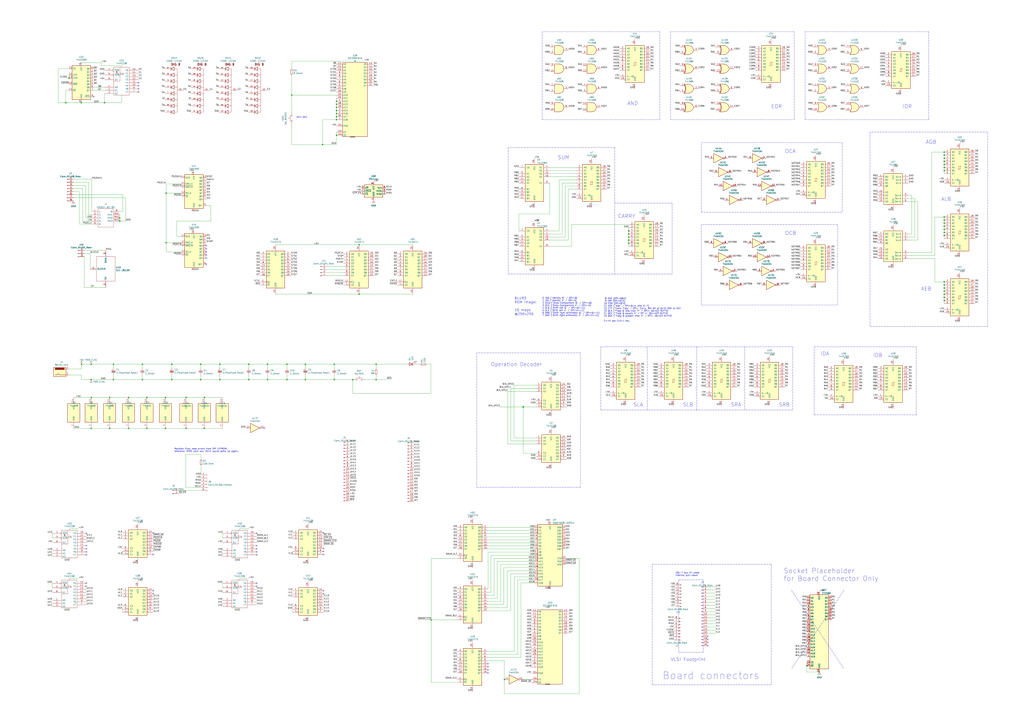
<source format=kicad_sch>
(kicad_sch (version 20211123) (generator eeschema)
  (paper "A1")
  (title_block (title "Sonne THT Micro-Controller") (date "2022-10-19") (rev "Abuladdin") (company "Contact: mim@ok-schalter.de") (comment 1 "Author: Michael Mangelsdorf") (comment 2 "Project homepage: http://ok-schalter.de/sonne"))
  (lib_symbols
    (symbol "74xx:74AHC04"
      (property "Reference" "U" (at 0 1.27 0))
      (property "Value" "74AHC04" (at 0 -1.27 0))
      (symbol "74AHC04_1_0"
        (pin input line (at -7.62 0 0) (length 3.81) (name "~") (number "1"))
        (pin output inverted (at 7.62 0 180) (length 3.81) (name "~") (number "2"))
      )
      (symbol "74AHC04_2_0"
        (pin input line (at -7.62 0 0) (length 3.81) (name "~") (number "3"))
        (pin output inverted (at 7.62 0 180) (length 3.81) (name "~") (number "4"))
      )
      (symbol "74AHC04_3_0"
        (pin input line (at -7.62 0 0) (length 3.81) (name "~") (number "5"))
        (pin output inverted (at 7.62 0 180) (length 3.81) (name "~") (number "6"))
      )
      (symbol "74AHC04_4_0"
        (pin output inverted (at 7.62 0 180) (length 3.81) (name "~") (number "8"))
        (pin input line (at -7.62 0 0) (length 3.81) (name "~") (number "9"))
      )
      (symbol "74AHC04_5_0"
        (pin output inverted (at 7.62 0 180) (length 3.81) (name "~") (number "10"))
        (pin input line (at -7.62 0 0) (length 3.81) (name "~") (number "11"))
      )
      (symbol "74AHC04_6_0"
        (pin output inverted (at 7.62 0 180) (length 3.81) (name "~") (number "12"))
        (pin input line (at -7.62 0 0) (length 3.81) (name "~") (number "13"))
      )
      (symbol "74AHC04_7_0"
        (pin power_in line (at 0 12.7 270) (length 5.08) (name "VCC") (number "14"))
        (pin power_in line (at 0 -12.7 90) (length 5.08) (name "GND") (number "7"))
      )
    )
    (symbol "74xx:74HC245" (pin_names (offset 1.016))
      (property "Reference" "U" (at -7.62 16.51 0))
      (property "Value" "74HC245" (at -7.62 -16.51 0))
      (symbol "74HC245_1_0"
        (pin input line (at -12.7 -10.16 0) (length 5.08) (name "A->B") (number "1"))
        (pin power_in line (at 0 -20.32 90) (length 5.08) (name "GND") (number "10"))
        (pin tri_state line (at 12.7 -5.08 180) (length 5.08) (name "B7") (number "11"))
        (pin tri_state line (at 12.7 -2.54 180) (length 5.08) (name "B6") (number "12"))
        (pin tri_state line (at 12.7 0 180) (length 5.08) (name "B5") (number "13"))
        (pin tri_state line (at 12.7 2.54 180) (length 5.08) (name "B4") (number "14"))
        (pin tri_state line (at 12.7 5.08 180) (length 5.08) (name "B3") (number "15"))
        (pin tri_state line (at 12.7 7.62 180) (length 5.08) (name "B2") (number "16"))
        (pin tri_state line (at 12.7 10.16 180) (length 5.08) (name "B1") (number "17"))
        (pin tri_state line (at 12.7 12.7 180) (length 5.08) (name "B0") (number "18"))
        (pin input inverted (at -12.7 -12.7 0) (length 5.08) (name "CE") (number "19"))
        (pin tri_state line (at -12.7 12.7 0) (length 5.08) (name "A0") (number "2"))
        (pin power_in line (at 0 20.32 270) (length 5.08) (name "VCC") (number "20"))
        (pin tri_state line (at -12.7 10.16 0) (length 5.08) (name "A1") (number "3"))
        (pin tri_state line (at -12.7 7.62 0) (length 5.08) (name "A2") (number "4"))
        (pin tri_state line (at -12.7 5.08 0) (length 5.08) (name "A3") (number "5"))
        (pin tri_state line (at -12.7 2.54 0) (length 5.08) (name "A4") (number "6"))
        (pin tri_state line (at -12.7 0 0) (length 5.08) (name "A5") (number "7"))
        (pin tri_state line (at -12.7 -2.54 0) (length 5.08) (name "A6") (number "8"))
        (pin tri_state line (at -12.7 -5.08 0) (length 5.08) (name "A7") (number "9"))
      )
    )
    (symbol "74xx:74HC273"
      (property "Reference" "U" (at -7.62 16.51 0))
      (property "Value" "74HC273" (at -7.62 -16.51 0))
      (symbol "74HC273_1_0"
        (pin input line (at -12.7 -12.7 0) (length 5.08) (name "~{Mr}") (number "1"))
        (pin power_in line (at 0 -20.32 90) (length 5.08) (name "GND") (number "10"))
        (pin input clock (at -12.7 -10.16 0) (length 5.08) (name "Cp") (number "11"))
        (pin output line (at 12.7 2.54 180) (length 5.08) (name "Q4") (number "12"))
        (pin input line (at -12.7 2.54 0) (length 5.08) (name "D4") (number "13"))
        (pin input line (at -12.7 0 0) (length 5.08) (name "D5") (number "14"))
        (pin output line (at 12.7 0 180) (length 5.08) (name "Q5") (number "15"))
        (pin output line (at 12.7 -2.54 180) (length 5.08) (name "Q6") (number "16"))
        (pin input line (at -12.7 -2.54 0) (length 5.08) (name "D6") (number "17"))
        (pin input line (at -12.7 -5.08 0) (length 5.08) (name "D7") (number "18"))
        (pin output line (at 12.7 -5.08 180) (length 5.08) (name "Q7") (number "19"))
        (pin output line (at 12.7 12.7 180) (length 5.08) (name "Q0") (number "2"))
        (pin power_in line (at 0 20.32 270) (length 5.08) (name "VCC") (number "20"))
        (pin input line (at -12.7 12.7 0) (length 5.08) (name "D0") (number "3"))
        (pin input line (at -12.7 10.16 0) (length 5.08) (name "D1") (number "4"))
        (pin output line (at 12.7 10.16 180) (length 5.08) (name "Q1") (number "5"))
        (pin output line (at 12.7 7.62 180) (length 5.08) (name "Q2") (number "6"))
        (pin input line (at -12.7 7.62 0) (length 5.08) (name "D2") (number "7"))
        (pin input line (at -12.7 5.08 0) (length 5.08) (name "D3") (number "8"))
        (pin output line (at 12.7 5.08 180) (length 5.08) (name "Q3") (number "9"))
      )
    )
    (symbol "74xx:74HC595"
      (property "Reference" "U" (at -7.62 13.97 0))
      (property "Value" "74HC595" (at -7.62 -16.51 0))
      (symbol "74HC595_1_0"
        (pin tri_state line (at 10.16 7.62 180) (length 2.54) (name "QB") (number "1"))
        (pin input line (at -10.16 2.54 0) (length 2.54) (name "~{SRCLR}") (number "10"))
        (pin input line (at -10.16 5.08 0) (length 2.54) (name "SRCLK") (number "11"))
        (pin input line (at -10.16 -2.54 0) (length 2.54) (name "RCLK") (number "12"))
        (pin input line (at -10.16 -5.08 0) (length 2.54) (name "~{OE}") (number "13"))
        (pin input line (at -10.16 10.16 0) (length 2.54) (name "SER") (number "14"))
        (pin tri_state line (at 10.16 10.16 180) (length 2.54) (name "QA") (number "15"))
        (pin power_in line (at 0 15.24 270) (length 2.54) (name "VCC") (number "16"))
        (pin tri_state line (at 10.16 5.08 180) (length 2.54) (name "QC") (number "2"))
        (pin tri_state line (at 10.16 2.54 180) (length 2.54) (name "QD") (number "3"))
        (pin tri_state line (at 10.16 0 180) (length 2.54) (name "QE") (number "4"))
        (pin tri_state line (at 10.16 -2.54 180) (length 2.54) (name "QF") (number "5"))
        (pin tri_state line (at 10.16 -5.08 180) (length 2.54) (name "QG") (number "6"))
        (pin tri_state line (at 10.16 -7.62 180) (length 2.54) (name "QH") (number "7"))
        (pin power_in line (at 0 -17.78 90) (length 2.54) (name "GND") (number "8"))
        (pin output line (at 10.16 -12.7 180) (length 2.54) (name "QH'") (number "9"))
      )
    )
    (symbol "74xx:74LS08" (pin_names (offset 1.016))
      (property "Reference" "U" (at 0 1.27 0))
      (property "Value" "74LS08" (at 0 -1.27 0))
      (symbol "74LS08_1_1"
        (pin input line (at -7.62 2.54 0) (length 3.81) (name "~") (number "1"))
        (pin input line (at -7.62 -2.54 0) (length 3.81) (name "~") (number "2"))
        (pin output line (at 7.62 0 180) (length 3.81) (name "~") (number "3"))
      )
      (symbol "74LS08_1_2"
        (pin input inverted (at -7.62 2.54 0) (length 4.318) (name "~") (number "1"))
        (pin input inverted (at -7.62 -2.54 0) (length 4.318) (name "~") (number "2"))
        (pin output inverted (at 7.62 0 180) (length 3.81) (name "~") (number "3"))
      )
      (symbol "74LS08_2_1"
        (pin input line (at -7.62 2.54 0) (length 3.81) (name "~") (number "4"))
        (pin input line (at -7.62 -2.54 0) (length 3.81) (name "~") (number "5"))
        (pin output line (at 7.62 0 180) (length 3.81) (name "~") (number "6"))
      )
      (symbol "74LS08_2_2"
        (pin input inverted (at -7.62 2.54 0) (length 4.318) (name "~") (number "4"))
        (pin input inverted (at -7.62 -2.54 0) (length 4.318) (name "~") (number "5"))
        (pin output inverted (at 7.62 0 180) (length 3.81) (name "~") (number "6"))
      )
      (symbol "74LS08_3_1"
        (pin input line (at -7.62 -2.54 0) (length 3.81) (name "~") (number "10"))
        (pin output line (at 7.62 0 180) (length 3.81) (name "~") (number "8"))
        (pin input line (at -7.62 2.54 0) (length 3.81) (name "~") (number "9"))
      )
      (symbol "74LS08_3_2"
        (pin input inverted (at -7.62 -2.54 0) (length 4.318) (name "~") (number "10"))
        (pin output inverted (at 7.62 0 180) (length 3.81) (name "~") (number "8"))
        (pin input inverted (at -7.62 2.54 0) (length 4.318) (name "~") (number "9"))
      )
      (symbol "74LS08_4_1"
        (pin output line (at 7.62 0 180) (length 3.81) (name "~") (number "11"))
        (pin input line (at -7.62 2.54 0) (length 3.81) (name "~") (number "12"))
        (pin input line (at -7.62 -2.54 0) (length 3.81) (name "~") (number "13"))
      )
      (symbol "74LS08_4_2"
        (pin output inverted (at 7.62 0 180) (length 3.81) (name "~") (number "11"))
        (pin input inverted (at -7.62 2.54 0) (length 4.318) (name "~") (number "12"))
        (pin input inverted (at -7.62 -2.54 0) (length 4.318) (name "~") (number "13"))
      )
      (symbol "74LS08_5_0"
        (pin power_in line (at 0 12.7 270) (length 5.08) (name "VCC") (number "14"))
        (pin power_in line (at 0 -12.7 90) (length 5.08) (name "GND") (number "7"))
      )
    )
    (symbol "74xx:74LS138" (pin_names (offset 1.016))
      (property "Reference" "U" (at -7.62 11.43 0))
      (property "Value" "74LS138" (at -7.62 -13.97 0))
      (symbol "74LS138_1_0"
        (pin input line (at -12.7 7.62 0) (length 5.08) (name "A0") (number "1"))
        (pin output output_low (at 12.7 -5.08 180) (length 5.08) (name "O5") (number "10"))
        (pin output output_low (at 12.7 -2.54 180) (length 5.08) (name "O4") (number "11"))
        (pin output output_low (at 12.7 0 180) (length 5.08) (name "O3") (number "12"))
        (pin output output_low (at 12.7 2.54 180) (length 5.08) (name "O2") (number "13"))
        (pin output output_low (at 12.7 5.08 180) (length 5.08) (name "O1") (number "14"))
        (pin output output_low (at 12.7 7.62 180) (length 5.08) (name "O0") (number "15"))
        (pin power_in line (at 0 15.24 270) (length 5.08) (name "VCC") (number "16"))
        (pin input line (at -12.7 5.08 0) (length 5.08) (name "A1") (number "2"))
        (pin input line (at -12.7 2.54 0) (length 5.08) (name "A2") (number "3"))
        (pin input input_low (at -12.7 -10.16 0) (length 5.08) (name "E1") (number "4"))
        (pin input input_low (at -12.7 -7.62 0) (length 5.08) (name "E2") (number "5"))
        (pin input line (at -12.7 -5.08 0) (length 5.08) (name "E3") (number "6"))
        (pin output output_low (at 12.7 -10.16 180) (length 5.08) (name "O7") (number "7"))
        (pin power_in line (at 0 -17.78 90) (length 5.08) (name "GND") (number "8"))
        (pin output output_low (at 12.7 -7.62 180) (length 5.08) (name "O6") (number "9"))
      )
    )
    (symbol "74xx:74LS283" (pin_names (offset 1.016))
      (property "Reference" "U" (at -7.62 16.51 0))
      (property "Value" "74LS283" (at -7.62 -16.51 0))
      (symbol "74LS283_1_0"
        (pin output line (at 12.7 10.16 180) (length 5.08) (name "S2") (number "1"))
        (pin output line (at 12.7 5.08 180) (length 5.08) (name "S4") (number "10"))
        (pin input line (at -12.7 -12.7 0) (length 5.08) (name "B4") (number "11"))
        (pin input line (at -12.7 0 0) (length 5.08) (name "A4") (number "12"))
        (pin output line (at 12.7 7.62 180) (length 5.08) (name "S3") (number "13"))
        (pin input line (at -12.7 2.54 0) (length 5.08) (name "A3") (number "14"))
        (pin input line (at -12.7 -10.16 0) (length 5.08) (name "B3") (number "15"))
        (pin power_in line (at 0 20.32 270) (length 5.08) (name "VCC") (number "16"))
        (pin input line (at -12.7 -7.62 0) (length 5.08) (name "B2") (number "2"))
        (pin input line (at -12.7 5.08 0) (length 5.08) (name "A2") (number "3"))
        (pin output line (at 12.7 12.7 180) (length 5.08) (name "S1") (number "4"))
        (pin input line (at -12.7 7.62 0) (length 5.08) (name "A1") (number "5"))
        (pin input line (at -12.7 -5.08 0) (length 5.08) (name "B1") (number "6"))
        (pin input line (at -12.7 12.7 0) (length 5.08) (name "C0") (number "7"))
        (pin power_in line (at 0 -20.32 90) (length 5.08) (name "GND") (number "8"))
        (pin output line (at 12.7 0 180) (length 5.08) (name "C4") (number "9"))
      )
    )
    (symbol "74xx:74LS32" (pin_names (offset 1.016))
      (property "Reference" "U" (at 0 1.27 0))
      (property "Value" "74LS32" (at 0 -1.27 0))
      (symbol "74LS32_1_1"
        (pin input line (at -7.62 2.54 0) (length 4.318) (name "~") (number "1"))
        (pin input line (at -7.62 -2.54 0) (length 4.318) (name "~") (number "2"))
        (pin output line (at 7.62 0 180) (length 3.81) (name "~") (number "3"))
      )
      (symbol "74LS32_1_2"
        (pin input inverted (at -7.62 2.54 0) (length 3.81) (name "~") (number "1"))
        (pin input inverted (at -7.62 -2.54 0) (length 3.81) (name "~") (number "2"))
        (pin output inverted (at 7.62 0 180) (length 3.81) (name "~") (number "3"))
      )
      (symbol "74LS32_2_1"
        (pin input line (at -7.62 2.54 0) (length 4.318) (name "~") (number "4"))
        (pin input line (at -7.62 -2.54 0) (length 4.318) (name "~") (number "5"))
        (pin output line (at 7.62 0 180) (length 3.81) (name "~") (number "6"))
      )
      (symbol "74LS32_2_2"
        (pin input inverted (at -7.62 2.54 0) (length 3.81) (name "~") (number "4"))
        (pin input inverted (at -7.62 -2.54 0) (length 3.81) (name "~") (number "5"))
        (pin output inverted (at 7.62 0 180) (length 3.81) (name "~") (number "6"))
      )
      (symbol "74LS32_3_1"
        (pin input line (at -7.62 -2.54 0) (length 4.318) (name "~") (number "10"))
        (pin output line (at 7.62 0 180) (length 3.81) (name "~") (number "8"))
        (pin input line (at -7.62 2.54 0) (length 4.318) (name "~") (number "9"))
      )
      (symbol "74LS32_3_2"
        (pin input inverted (at -7.62 -2.54 0) (length 3.81) (name "~") (number "10"))
        (pin output inverted (at 7.62 0 180) (length 3.81) (name "~") (number "8"))
        (pin input inverted (at -7.62 2.54 0) (length 3.81) (name "~") (number "9"))
      )
      (symbol "74LS32_4_1"
        (pin output line (at 7.62 0 180) (length 3.81) (name "~") (number "11"))
        (pin input line (at -7.62 2.54 0) (length 4.318) (name "~") (number "12"))
        (pin input line (at -7.62 -2.54 0) (length 4.318) (name "~") (number "13"))
      )
      (symbol "74LS32_4_2"
        (pin output inverted (at 7.62 0 180) (length 3.81) (name "~") (number "11"))
        (pin input inverted (at -7.62 2.54 0) (length 3.81) (name "~") (number "12"))
        (pin input inverted (at -7.62 -2.54 0) (length 3.81) (name "~") (number "13"))
      )
      (symbol "74LS32_5_0"
        (pin power_in line (at 0 12.7 270) (length 5.08) (name "VCC") (number "14"))
        (pin power_in line (at 0 -12.7 90) (length 5.08) (name "GND") (number "7"))
      )
    )
    (symbol "74xx:74LS574" (pin_names (offset 1.016))
      (property "Reference" "U" (at -7.62 16.51 0))
      (property "Value" "74LS574" (at -7.62 -16.51 0))
      (symbol "74LS574_1_0"
        (pin input inverted (at -12.7 -12.7 0) (length 5.08) (name "OE") (number "1"))
        (pin power_in line (at 0 -20.32 90) (length 5.08) (name "GND") (number "10"))
        (pin input clock (at -12.7 -10.16 0) (length 5.08) (name "Cp") (number "11"))
        (pin tri_state line (at 12.7 -5.08 180) (length 5.08) (name "Q7") (number "12"))
        (pin tri_state line (at 12.7 -2.54 180) (length 5.08) (name "Q6") (number "13"))
        (pin tri_state line (at 12.7 0 180) (length 5.08) (name "Q5") (number "14"))
        (pin tri_state line (at 12.7 2.54 180) (length 5.08) (name "Q4") (number "15"))
        (pin tri_state line (at 12.7 5.08 180) (length 5.08) (name "Q3") (number "16"))
        (pin tri_state line (at 12.7 7.62 180) (length 5.08) (name "Q2") (number "17"))
        (pin tri_state line (at 12.7 10.16 180) (length 5.08) (name "Q1") (number "18"))
        (pin tri_state line (at 12.7 12.7 180) (length 5.08) (name "Q0") (number "19"))
        (pin input line (at -12.7 12.7 0) (length 5.08) (name "D0") (number "2"))
        (pin power_in line (at 0 20.32 270) (length 5.08) (name "VCC") (number "20"))
        (pin input line (at -12.7 10.16 0) (length 5.08) (name "D1") (number "3"))
        (pin input line (at -12.7 7.62 0) (length 5.08) (name "D2") (number "4"))
        (pin input line (at -12.7 5.08 0) (length 5.08) (name "D3") (number "5"))
        (pin input line (at -12.7 2.54 0) (length 5.08) (name "D4") (number "6"))
        (pin input line (at -12.7 0 0) (length 5.08) (name "D5") (number "7"))
        (pin input line (at -12.7 -2.54 0) (length 5.08) (name "D6") (number "8"))
        (pin input line (at -12.7 -5.08 0) (length 5.08) (name "D7") (number "9"))
      )
    )
    (symbol "74xx:74LS590"
      (property "Reference" "U" (at -7.62 16.51 0))
      (property "Value" "74LS590" (at -7.62 -13.97 0))
      (symbol "74LS590_1_0"
        (pin tri_state line (at 10.16 10.16 180) (length 2.54) (name "Q1") (number "1"))
        (pin input line (at -10.16 0 0) (length 2.54) (name "~{MRC}") (number "10"))
        (pin input line (at -10.16 7.62 0) (length 2.54) (name "CPC") (number "11"))
        (pin input line (at -10.16 12.7 0) (length 2.54) (name "~{CE}") (number "12"))
        (pin input line (at -10.16 5.08 0) (length 2.54) (name "CPR") (number "13"))
        (pin input line (at -10.16 -5.08 0) (length 2.54) (name "~{OE}") (number "14"))
        (pin tri_state line (at 10.16 12.7 180) (length 2.54) (name "Q0") (number "15"))
        (pin power_in line (at 0 17.78 270) (length 2.54) (name "VCC") (number "16"))
        (pin tri_state line (at 10.16 7.62 180) (length 2.54) (name "Q2") (number "2"))
        (pin tri_state line (at 10.16 5.08 180) (length 2.54) (name "Q3") (number "3"))
        (pin tri_state line (at 10.16 2.54 180) (length 2.54) (name "Q4") (number "4"))
        (pin tri_state line (at 10.16 0 180) (length 2.54) (name "Q5") (number "5"))
        (pin tri_state line (at 10.16 -2.54 180) (length 2.54) (name "Q6") (number "6"))
        (pin tri_state line (at 10.16 -5.08 180) (length 2.54) (name "Q7") (number "7"))
        (pin power_in line (at 0 -15.24 90) (length 2.54) (name "GND") (number "8"))
        (pin output line (at 10.16 -10.16 180) (length 2.54) (name "~{RCO}") (number "9"))
      )
    )
    (symbol "74xx:74LS85" (pin_names (offset 1.016))
      (property "Reference" "U" (at -7.62 13.97 0))
      (property "Value" "74LS85" (at -7.62 -13.97 0))
      (symbol "74LS85_1_0"
        (pin input line (at -12.7 10.16 0) (length 5.08) (name "B3") (number "1"))
        (pin input line (at -12.7 -10.16 0) (length 5.08) (name "A0") (number "10"))
        (pin input line (at -12.7 5.08 0) (length 5.08) (name "B1") (number "11"))
        (pin input line (at -12.7 -7.62 0) (length 5.08) (name "A1") (number "12"))
        (pin input line (at -12.7 -5.08 0) (length 5.08) (name "A2") (number "13"))
        (pin input line (at -12.7 7.62 0) (length 5.08) (name "B2") (number "14"))
        (pin input line (at -12.7 -2.54 0) (length 5.08) (name "A3") (number "15"))
        (pin power_in line (at 0 17.78 270) (length 5.08) (name "VCC") (number "16"))
        (pin input line (at 12.7 7.62 180) (length 5.08) (name "Ia<b") (number "2"))
        (pin input line (at 12.7 5.08 180) (length 5.08) (name "Ia=b") (number "3"))
        (pin input line (at 12.7 10.16 180) (length 5.08) (name "Ia>b") (number "4"))
        (pin output line (at 12.7 -5.08 180) (length 5.08) (name "Oa>b") (number "5"))
        (pin output line (at 12.7 -10.16 180) (length 5.08) (name "Oa=b") (number "6"))
        (pin output line (at 12.7 -7.62 180) (length 5.08) (name "Oa<b") (number "7"))
        (pin power_in line (at 0 -17.78 90) (length 5.08) (name "GND") (number "8"))
        (pin input line (at -12.7 2.54 0) (length 5.08) (name "B0") (number "9"))
      )
    )
    (symbol "74xx:74LS86" (pin_names (offset 1.016))
      (property "Reference" "U" (at 0 1.27 0))
      (property "Value" "74LS86" (at 0 -1.27 0))
      (symbol "74LS86_1_0"
        (pin input line (at -7.62 2.54 0) (length 4.445) (name "~") (number "1"))
        (pin input line (at -7.62 -2.54 0) (length 4.445) (name "~") (number "2"))
        (pin output line (at 7.62 0 180) (length 3.81) (name "~") (number "3"))
      )
      (symbol "74LS86_2_0"
        (pin input line (at -7.62 2.54 0) (length 4.445) (name "~") (number "4"))
        (pin input line (at -7.62 -2.54 0) (length 4.445) (name "~") (number "5"))
        (pin output line (at 7.62 0 180) (length 3.81) (name "~") (number "6"))
      )
      (symbol "74LS86_3_0"
        (pin input line (at -7.62 -2.54 0) (length 4.445) (name "~") (number "10"))
        (pin output line (at 7.62 0 180) (length 3.81) (name "~") (number "8"))
        (pin input line (at -7.62 2.54 0) (length 4.445) (name "~") (number "9"))
      )
      (symbol "74LS86_4_0"
        (pin output line (at 7.62 0 180) (length 3.81) (name "~") (number "11"))
        (pin input line (at -7.62 2.54 0) (length 4.445) (name "~") (number "12"))
        (pin input line (at -7.62 -2.54 0) (length 4.445) (name "~") (number "13"))
      )
      (symbol "74LS86_5_0"
        (pin power_in line (at 0 12.7 270) (length 5.08) (name "VCC") (number "14"))
        (pin power_in line (at 0 -12.7 90) (length 5.08) (name "GND") (number "7"))
      )
    )
    (symbol "74xx_IEEE:74HC238" (pin_names (offset 0.762))
      (property "Reference" "U" (at 3.81 8.89 0))
      (property "Value" "74HC238" (at 8.89 -16.51 0))
      (symbol "74HC238_0_0"
        (text "&" (at -3.81 3.556 0) (effects (font (size 1.524 1.524))))
        (text "EN" (at 0.508 2.032 0) (effects (font (size 1.524 1.524))))
        (pin power_in line (at 0 7.62 270) (length 0) hide (name "VCC") (number "16"))
      )
      (symbol "74HC238_1_1"
        (pin input line (at -13.97 -8.89 0) (length 7.62) (name "A0") (number "1"))
        (pin output line (at 13.97 -7.62 180) (length 7.62) (name "Y5") (number "10"))
        (pin output line (at 13.97 -5.08 180) (length 7.62) (name "Y4") (number "11"))
        (pin output line (at 13.97 -2.54 180) (length 7.62) (name "Y3") (number "12"))
        (pin output line (at 13.97 0 180) (length 7.62) (name "Y2") (number "13"))
        (pin output line (at 13.97 2.54 180) (length 7.62) (name "Y1") (number "14"))
        (pin output line (at 13.97 5.08 180) (length 7.62) (name "Y0") (number "15"))
        (pin input line (at -13.97 -11.43 0) (length 7.62) (name "A1") (number "2"))
        (pin input line (at -13.97 -13.97 0) (length 7.62) (name "A2") (number "3"))
        (pin input inverted (at -13.97 5.08 0) (length 7.62) (name "~{G2A}") (number "4"))
        (pin input inverted (at -13.97 1.27 0) (length 7.62) (name "~{G2B}") (number "5"))
        (pin input line (at -13.97 -2.54 0) (length 7.62) (name "G1") (number "6"))
        (pin output line (at 13.97 -12.7 180) (length 7.62) (name "Y7") (number "7"))
        (pin power_in line (at 0 -15.24 90) (length 0) hide (name "GND") (number "8"))
        (pin output line (at 13.97 -10.16 180) (length 7.62) (name "Y6") (number "9"))
      )
    )
    (symbol "CA56-11EWA:CA56-11EWA" (pin_names (offset 1.016) hide)
      (property "Reference" "DS" (at -2.54 22.86 0))
      (property "Value" "CA56-11EWA_CA56-11EWA" (at -2.54 -22.86 0))
      (symbol "CA56-11EWA_0_0"
        (text "DIG 1" (at -2.54 20.32 0) (effects (font (size 1.778 1.778)) (justify left bottom)))
        (text "DIG 2" (at -2.54 20.32 0) (effects (font (size 1.778 1.778)) (justify left bottom)))
        (text "DIG 3" (at -2.54 20.32 0) (effects (font (size 1.778 1.778)) (justify left bottom)))
        (text "DIG 4" (at -2.54 20.32 0) (effects (font (size 1.778 1.778)) (justify left bottom)))
      )
      (symbol "CA56-11EWA_1_0"
        (pin passive line (at -7.62 -2.54 0) (length 5.08) (name "~") (number "1"))
        (pin passive line (at -7.62 2.54 0) (length 5.08) (name "~") (number "2"))
        (pin passive line (at -7.62 7.62 0) (length 5.08) (name "~") (number "3"))
        (pin passive line (at 7.62 0 180) (length 5.08) (name "~") (number "32"))
        (pin passive line (at -7.62 12.7 0) (length 5.08) (name "~") (number "33"))
        (pin passive line (at -7.62 17.78 0) (length 5.08) (name "~") (number "34"))
        (pin passive line (at -7.62 -12.7 0) (length 5.08) (name "~") (number "35"))
        (pin passive line (at -7.62 -7.62 0) (length 5.08) (name "~") (number "36"))
        (pin passive line (at -7.62 -17.78 0) (length 5.08) (name "~") (number "4"))
      )
      (symbol "CA56-11EWA_2_0"
        (pin passive line (at -7.62 12.7 0) (length 5.08) (name "~") (number "28"))
        (pin passive line (at -7.62 17.78 0) (length 5.08) (name "~") (number "29"))
        (pin passive line (at -7.62 -7.62 0) (length 5.08) (name "~") (number "30"))
        (pin passive line (at 7.62 0 180) (length 5.08) (name "~") (number "31"))
        (pin passive line (at -7.62 -2.54 0) (length 5.08) (name "~") (number "5"))
        (pin passive line (at -7.62 2.54 0) (length 5.08) (name "~") (number "6"))
        (pin passive line (at -7.62 -12.7 0) (length 5.08) (name "~") (number "7"))
        (pin passive line (at -7.62 7.62 0) (length 5.08) (name "~") (number "8"))
        (pin passive line (at -7.62 -17.78 0) (length 5.08) (name "~") (number "9"))
      )
      (symbol "CA56-11EWA_3_0"
        (pin passive line (at -7.62 -2.54 0) (length 5.08) (name "~") (number "10"))
        (pin passive line (at -7.62 2.54 0) (length 5.08) (name "~") (number "11"))
        (pin passive line (at -7.62 7.62 0) (length 5.08) (name "~") (number "12"))
        (pin passive line (at -7.62 -17.78 0) (length 5.08) (name "~") (number "13"))
        (pin passive line (at 7.62 0 180) (length 5.08) (name "~") (number "23"))
        (pin passive line (at -7.62 12.7 0) (length 5.08) (name "~") (number "24"))
        (pin passive line (at -7.62 17.78 0) (length 5.08) (name "~") (number "25"))
        (pin passive line (at -7.62 -12.7 0) (length 5.08) (name "~") (number "26"))
        (pin passive line (at -7.62 -7.62 0) (length 5.08) (name "~") (number "27"))
      )
      (symbol "CA56-11EWA_4_0"
        (pin passive line (at -7.62 -2.54 0) (length 5.08) (name "~") (number "14"))
        (pin passive line (at -7.62 2.54 0) (length 5.08) (name "~") (number "15"))
        (pin passive line (at -7.62 -12.7 0) (length 5.08) (name "~") (number "16"))
        (pin passive line (at -7.62 7.62 0) (length 5.08) (name "~") (number "17"))
        (pin passive line (at -7.62 -17.78 0) (length 5.08) (name "~") (number "18"))
        (pin passive line (at -7.62 12.7 0) (length 5.08) (name "~") (number "19"))
        (pin passive line (at -7.62 17.78 0) (length 5.08) (name "~") (number "20"))
        (pin passive line (at -7.62 -7.62 0) (length 5.08) (name "~") (number "21"))
        (pin passive line (at 7.62 0 180) (length 5.08) (name "~") (number "22"))
      )
    )
    (symbol "Connector:Barrel_Jack" (pin_names (offset 1.016))
      (property "Reference" "J" (at 0 5.334 0))
      (property "Value" "Barrel_Jack" (at 0 -5.08 0))
      (symbol "Barrel_Jack_1_1"
        (pin passive line (at 7.62 2.54 180) (length 2.54) (name "~") (number "1"))
        (pin passive line (at 7.62 -2.54 180) (length 2.54) (name "~") (number "2"))
      )
    )
    (symbol "Connector:Conn_01x02_Male" (pin_names (offset 1.016) hide)
      (property "Reference" "J" (at 0 2.54 0))
      (property "Value" "Conn_01x02_Male" (at 0 -5.08 0))
      (symbol "Conn_01x02_Male_1_1"
        (pin passive line (at 5.08 0 180) (length 3.81) (name "Pin_1") (number "1"))
        (pin passive line (at 5.08 -2.54 180) (length 3.81) (name "Pin_2") (number "2"))
      )
    )
    (symbol "Connector:Conn_01x03_Male" (pin_names (offset 1.016) hide)
      (property "Reference" "J" (at 0 5.08 0))
      (property "Value" "Conn_01x03_Male" (at 0 -5.08 0))
      (symbol "Conn_01x03_Male_1_1"
        (pin passive line (at 5.08 2.54 180) (length 3.81) (name "Pin_1") (number "1"))
        (pin passive line (at 5.08 0 180) (length 3.81) (name "Pin_2") (number "2"))
        (pin passive line (at 5.08 -2.54 180) (length 3.81) (name "Pin_3") (number "3"))
      )
    )
    (symbol "Connector:Conn_01x04_Male" (pin_names (offset 1.016) hide)
      (property "Reference" "J" (at 0 5.08 0))
      (property "Value" "Conn_01x04_Male" (at 0 -7.62 0))
      (symbol "Conn_01x04_Male_1_1"
        (pin passive line (at 5.08 2.54 180) (length 3.81) (name "Pin_1") (number "1"))
        (pin passive line (at 5.08 0 180) (length 3.81) (name "Pin_2") (number "2"))
        (pin passive line (at 5.08 -2.54 180) (length 3.81) (name "Pin_3") (number "3"))
        (pin passive line (at 5.08 -5.08 180) (length 3.81) (name "Pin_4") (number "4"))
      )
    )
    (symbol "Connector:Conn_01x06_Female" (pin_names (offset 1.016) hide)
      (property "Reference" "J" (at 0 7.62 0))
      (property "Value" "Conn_01x06_Female" (at 0 -10.16 0))
      (symbol "Conn_01x06_Female_1_1"
        (pin passive line (at -5.08 5.08 0) (length 3.81) (name "Pin_1") (number "1"))
        (pin passive line (at -5.08 2.54 0) (length 3.81) (name "Pin_2") (number "2"))
        (pin passive line (at -5.08 0 0) (length 3.81) (name "Pin_3") (number "3"))
        (pin passive line (at -5.08 -2.54 0) (length 3.81) (name "Pin_4") (number "4"))
        (pin passive line (at -5.08 -5.08 0) (length 3.81) (name "Pin_5") (number "5"))
        (pin passive line (at -5.08 -7.62 0) (length 3.81) (name "Pin_6") (number "6"))
      )
    )
    (symbol "Connector:Conn_01x08_Male" (pin_names (offset 1.016) hide)
      (property "Reference" "J" (at 0 10.16 0))
      (property "Value" "Conn_01x08_Male" (at 0 -12.7 0))
      (symbol "Conn_01x08_Male_1_1"
        (pin passive line (at 5.08 7.62 180) (length 3.81) (name "Pin_1") (number "1"))
        (pin passive line (at 5.08 5.08 180) (length 3.81) (name "Pin_2") (number "2"))
        (pin passive line (at 5.08 2.54 180) (length 3.81) (name "Pin_3") (number "3"))
        (pin passive line (at 5.08 0 180) (length 3.81) (name "Pin_4") (number "4"))
        (pin passive line (at 5.08 -2.54 180) (length 3.81) (name "Pin_5") (number "5"))
        (pin passive line (at 5.08 -5.08 180) (length 3.81) (name "Pin_6") (number "6"))
        (pin passive line (at 5.08 -7.62 180) (length 3.81) (name "Pin_7") (number "7"))
        (pin passive line (at 5.08 -10.16 180) (length 3.81) (name "Pin_8") (number "8"))
      )
    )
    (symbol "Connector:Conn_01x20_Male" (pin_names (offset 1.016) hide)
      (property "Reference" "J" (at 0 25.4 0))
      (property "Value" "Conn_01x20_Male" (at 0 -27.94 0))
      (symbol "Conn_01x20_Male_1_1"
        (pin passive line (at 5.08 22.86 180) (length 3.81) (name "Pin_1") (number "1"))
        (pin passive line (at 5.08 0 180) (length 3.81) (name "Pin_10") (number "10"))
        (pin passive line (at 5.08 -2.54 180) (length 3.81) (name "Pin_11") (number "11"))
        (pin passive line (at 5.08 -5.08 180) (length 3.81) (name "Pin_12") (number "12"))
        (pin passive line (at 5.08 -7.62 180) (length 3.81) (name "Pin_13") (number "13"))
        (pin passive line (at 5.08 -10.16 180) (length 3.81) (name "Pin_14") (number "14"))
        (pin passive line (at 5.08 -12.7 180) (length 3.81) (name "Pin_15") (number "15"))
        (pin passive line (at 5.08 -15.24 180) (length 3.81) (name "Pin_16") (number "16"))
        (pin passive line (at 5.08 -17.78 180) (length 3.81) (name "Pin_17") (number "17"))
        (pin passive line (at 5.08 -20.32 180) (length 3.81) (name "Pin_18") (number "18"))
        (pin passive line (at 5.08 -22.86 180) (length 3.81) (name "Pin_19") (number "19"))
        (pin passive line (at 5.08 20.32 180) (length 3.81) (name "Pin_2") (number "2"))
        (pin passive line (at 5.08 -25.4 180) (length 3.81) (name "Pin_20") (number "20"))
        (pin passive line (at 5.08 17.78 180) (length 3.81) (name "Pin_3") (number "3"))
        (pin passive line (at 5.08 15.24 180) (length 3.81) (name "Pin_4") (number "4"))
        (pin passive line (at 5.08 12.7 180) (length 3.81) (name "Pin_5") (number "5"))
        (pin passive line (at 5.08 10.16 180) (length 3.81) (name "Pin_6") (number "6"))
        (pin passive line (at 5.08 7.62 180) (length 3.81) (name "Pin_7") (number "7"))
        (pin passive line (at 5.08 5.08 180) (length 3.81) (name "Pin_8") (number "8"))
        (pin passive line (at 5.08 2.54 180) (length 3.81) (name "Pin_9") (number "9"))
      )
    )
    (symbol "Device:C_Polarized_Small" (pin_numbers hide) (pin_names (offset 0.254) hide)
      (property "Reference" "C" (at 0.254 1.778 0))
      (property "Value" "C_Polarized_Small" (at 0.254 -2.032 0))
      (symbol "C_Polarized_Small_1_1"
        (pin passive line (at 0 2.54 270) (length 1.8542) (name "~") (number "1"))
        (pin passive line (at 0 -2.54 90) (length 1.8542) (name "~") (number "2"))
      )
    )
    (symbol "Device:C_Small" (pin_numbers hide) (pin_names (offset 0.254) hide)
      (property "Reference" "C" (at 0.254 1.778 0))
      (property "Value" "C_Small" (at 0.254 -2.032 0))
      (symbol "C_Small_1_1"
        (pin passive line (at 0 2.54 270) (length 2.032) (name "~") (number "1"))
        (pin passive line (at 0 -2.54 90) (length 2.032) (name "~") (number "2"))
      )
    )
    (symbol "Device:LED" (pin_numbers hide) (pin_names (offset 1.016) hide)
      (property "Reference" "D" (at 0 2.54 0))
      (property "Value" "LED" (at 0 -2.54 0))
      (symbol "LED_1_1"
        (pin passive line (at -3.81 0 0) (length 2.54) (name "K") (number "1"))
        (pin passive line (at 3.81 0 180) (length 2.54) (name "A") (number "2"))
      )
    )
    (symbol "Device:R_Small" (pin_numbers hide) (pin_names (offset 0.254) hide)
      (property "Reference" "R" (at 0.762 0.508 0))
      (property "Value" "R_Small" (at 0.762 -1.016 0))
      (symbol "R_Small_1_1"
        (pin passive line (at 0 2.54 270) (length 0.762) (name "~") (number "1"))
        (pin passive line (at 0 -2.54 90) (length 0.762) (name "~") (number "2"))
      )
    )
    (symbol "Memory_EEPROM:25LCxxx"
      (property "Reference" "U" (at -7.62 6.35 0))
      (property "Value" "25LCxxx" (at 2.54 -6.35 0))
      (symbol "25LCxxx_1_1"
        (pin input line (at -10.16 -2.54 0) (length 2.54) (name "~{CS}") (number "1"))
        (pin tri_state line (at 10.16 -2.54 180) (length 2.54) (name "MISO") (number "2"))
        (pin input line (at -10.16 2.54 0) (length 2.54) (name "~{WP}") (number "3"))
        (pin power_in line (at 0 -7.62 90) (length 2.54) (name "GND") (number "4"))
        (pin input line (at 10.16 0 180) (length 2.54) (name "MOSI") (number "5"))
        (pin input line (at 10.16 2.54 180) (length 2.54) (name "SCK") (number "6"))
        (pin input line (at -10.16 0 0) (length 2.54) (name "~{HOLD}") (number "7"))
        (pin power_in line (at 0 7.62 270) (length 2.54) (name "VCC") (number "8"))
      )
    )
    (symbol "Memory_EPROM:27C080"
      (property "Reference" "U" (at -7.62 31.75 0))
      (property "Value" "27C080" (at 2.54 -31.75 0))
      (symbol "27C080_1_1"
        (pin input line (at -10.16 -20.32 0) (length 2.54) (name "A19") (number "1"))
        (pin input line (at -10.16 22.86 0) (length 2.54) (name "A2") (number "10"))
        (pin input line (at -10.16 25.4 0) (length 2.54) (name "A1") (number "11"))
        (pin input line (at -10.16 27.94 0) (length 2.54) (name "A0") (number "12"))
        (pin tri_state line (at 10.16 27.94 180) (length 2.54) (name "D0") (number "13"))
        (pin tri_state line (at 10.16 25.4 180) (length 2.54) (name "D1") (number "14"))
        (pin tri_state line (at 10.16 22.86 180) (length 2.54) (name "D2") (number "15"))
        (pin power_in line (at 0 -33.02 90) (length 2.54) (name "GND") (number "16"))
        (pin tri_state line (at 10.16 20.32 180) (length 2.54) (name "D3") (number "17"))
        (pin tri_state line (at 10.16 17.78 180) (length 2.54) (name "D4") (number "18"))
        (pin tri_state line (at 10.16 15.24 180) (length 2.54) (name "D5") (number "19"))
        (pin input line (at -10.16 -12.7 0) (length 2.54) (name "A16") (number "2"))
        (pin tri_state line (at 10.16 12.7 180) (length 2.54) (name "D6") (number "20"))
        (pin tri_state line (at 10.16 10.16 180) (length 2.54) (name "D7") (number "21"))
        (pin input line (at -10.16 -25.4 0) (length 2.54) (name "~{CE}") (number "22"))
        (pin input line (at -10.16 2.54 0) (length 2.54) (name "A10") (number "23"))
        (pin input line (at -10.16 -27.94 0) (length 2.54) (name "~{OE}") (number "24"))
        (pin input line (at -10.16 0 0) (length 2.54) (name "A11") (number "25"))
        (pin input line (at -10.16 5.08 0) (length 2.54) (name "A9") (number "26"))
        (pin input line (at -10.16 7.62 0) (length 2.54) (name "A8") (number "27"))
        (pin input line (at -10.16 -5.08 0) (length 2.54) (name "A13") (number "28"))
        (pin input line (at -10.16 -7.62 0) (length 2.54) (name "A14") (number "29"))
        (pin input line (at -10.16 -10.16 0) (length 2.54) (name "A15") (number "3"))
        (pin input line (at -10.16 -15.24 0) (length 2.54) (name "A17") (number "30"))
        (pin input line (at -10.16 -17.78 0) (length 2.54) (name "A18") (number "31"))
        (pin power_in line (at 0 33.02 270) (length 2.54) (name "VCC") (number "32"))
        (pin input line (at -10.16 -2.54 0) (length 2.54) (name "A12") (number "4"))
        (pin input line (at -10.16 10.16 0) (length 2.54) (name "A7") (number "5"))
        (pin input line (at -10.16 12.7 0) (length 2.54) (name "A6") (number "6"))
        (pin input line (at -10.16 15.24 0) (length 2.54) (name "A5") (number "7"))
        (pin input line (at -10.16 17.78 0) (length 2.54) (name "A4") (number "8"))
        (pin input line (at -10.16 20.32 0) (length 2.54) (name "A3") (number "9"))
      )
    )
    (symbol "Memory_Flash:SST39SF040"
      (property "Reference" "U" (at 2.54 33.02 0))
      (property "Value" "SST39SF040" (at 0 -30.48 0))
      (symbol "SST39SF040_0_0"
        (pin power_in line (at 0 -30.48 90) (length 1.27) hide (name "GND") (number "16"))
        (pin power_in line (at 0 33.02 270) (length 1.27) hide (name "VCC") (number "32"))
      )
      (symbol "SST39SF040_1_1"
        (pin input line (at -15.24 -15.24 0) (length 5.08) (name "A18") (number "1"))
        (pin input line (at -15.24 25.4 0) (length 5.08) (name "A2") (number "10"))
        (pin input line (at -15.24 27.94 0) (length 5.08) (name "A1") (number "11"))
        (pin input line (at -15.24 30.48 0) (length 5.08) (name "A0") (number "12"))
        (pin tri_state line (at 15.24 30.48 180) (length 5.08) (name "D0") (number "13"))
        (pin tri_state line (at 15.24 27.94 180) (length 5.08) (name "D1") (number "14"))
        (pin tri_state line (at 15.24 25.4 180) (length 5.08) (name "D2") (number "15"))
        (pin tri_state line (at 15.24 22.86 180) (length 5.08) (name "D3") (number "17"))
        (pin tri_state line (at 15.24 20.32 180) (length 5.08) (name "D4") (number "18"))
        (pin tri_state line (at 15.24 17.78 180) (length 5.08) (name "D5") (number "19"))
        (pin input line (at -15.24 -10.16 0) (length 5.08) (name "A16") (number "2"))
        (pin tri_state line (at 15.24 15.24 180) (length 5.08) (name "D6") (number "20"))
        (pin tri_state line (at 15.24 12.7 180) (length 5.08) (name "D7") (number "21"))
        (pin input input_low (at -15.24 -25.4 0) (length 5.08) (name "CE") (number "22"))
        (pin input line (at -15.24 5.08 0) (length 5.08) (name "A10") (number "23"))
        (pin input input_low (at -15.24 -27.94 0) (length 5.08) (name "OE") (number "24"))
        (pin input line (at -15.24 2.54 0) (length 5.08) (name "A11") (number "25"))
        (pin input line (at -15.24 7.62 0) (length 5.08) (name "A9") (number "26"))
        (pin input line (at -15.24 10.16 0) (length 5.08) (name "A8") (number "27"))
        (pin input line (at -15.24 -2.54 0) (length 5.08) (name "A13") (number "28"))
        (pin input line (at -15.24 -5.08 0) (length 5.08) (name "A14") (number "29"))
        (pin input line (at -15.24 -7.62 0) (length 5.08) (name "A15") (number "3"))
        (pin input line (at -15.24 -12.7 0) (length 5.08) (name "A17") (number "30"))
        (pin input input_low (at -15.24 -20.32 0) (length 5.08) (name "PGM") (number "31"))
        (pin input line (at -15.24 0 0) (length 5.08) (name "A12") (number "4"))
        (pin input line (at -15.24 12.7 0) (length 5.08) (name "A7") (number "5"))
        (pin input line (at -15.24 15.24 0) (length 5.08) (name "A6") (number "6"))
        (pin input line (at -15.24 17.78 0) (length 5.08) (name "A5") (number "7"))
        (pin input line (at -15.24 20.32 0) (length 5.08) (name "A4") (number "8"))
        (pin input line (at -15.24 22.86 0) (length 5.08) (name "A3") (number "9"))
      )
    )
    (symbol "Memory_RAM:AS6C4008-55PCN"
      (property "Reference" "U" (at -10.16 26.035 0))
      (property "Value" "AS6C4008-55PCN" (at 2.54 26.035 0))
      (symbol "AS6C4008-55PCN_0_0"
        (pin power_in line (at 0 -27.94 90) (length 2.54) (name "VSS") (number "16"))
        (pin power_in line (at 0 27.94 270) (length 2.54) (name "VCC") (number "32"))
      )
      (symbol "AS6C4008-55PCN_1_1"
        (pin input line (at -12.7 -22.86 0) (length 2.54) (name "A18") (number "1"))
        (pin input line (at -12.7 17.78 0) (length 2.54) (name "A2") (number "10"))
        (pin input line (at -12.7 20.32 0) (length 2.54) (name "A1") (number "11"))
        (pin input line (at -12.7 22.86 0) (length 2.54) (name "A0") (number "12"))
        (pin tri_state line (at 12.7 22.86 180) (length 2.54) (name "DQ0") (number "13"))
        (pin tri_state line (at 12.7 20.32 180) (length 2.54) (name "DQ1") (number "14"))
        (pin tri_state line (at 12.7 17.78 180) (length 2.54) (name "DQ2") (number "15"))
        (pin tri_state line (at 12.7 15.24 180) (length 2.54) (name "DQ3") (number "17"))
        (pin tri_state line (at 12.7 12.7 180) (length 2.54) (name "DQ4") (number "18"))
        (pin tri_state line (at 12.7 10.16 180) (length 2.54) (name "DQ5") (number "19"))
        (pin input line (at -12.7 -17.78 0) (length 2.54) (name "A16") (number "2"))
        (pin tri_state line (at 12.7 7.62 180) (length 2.54) (name "DQ6") (number "20"))
        (pin tri_state line (at 12.7 5.08 180) (length 2.54) (name "DQ7") (number "21"))
        (pin input line (at 12.7 -2.54 180) (length 2.54) (name "CE#") (number "22"))
        (pin input line (at -12.7 -2.54 0) (length 2.54) (name "A10") (number "23"))
        (pin input line (at 12.7 -5.08 180) (length 2.54) (name "OE#") (number "24"))
        (pin input line (at -12.7 -5.08 0) (length 2.54) (name "A11") (number "25"))
        (pin input line (at -12.7 0 0) (length 2.54) (name "A9") (number "26"))
        (pin input line (at -12.7 2.54 0) (length 2.54) (name "A8") (number "27"))
        (pin input line (at -12.7 -10.16 0) (length 2.54) (name "A13") (number "28"))
        (pin input line (at 12.7 -7.62 180) (length 2.54) (name "WE#") (number "29"))
        (pin input line (at -12.7 -12.7 0) (length 2.54) (name "A14") (number "3"))
        (pin input line (at -12.7 -20.32 0) (length 2.54) (name "A17") (number "30"))
        (pin input line (at -12.7 -15.24 0) (length 2.54) (name "A15") (number "31"))
        (pin input line (at -12.7 -7.62 0) (length 2.54) (name "A12") (number "4"))
        (pin input line (at -12.7 5.08 0) (length 2.54) (name "A7") (number "5"))
        (pin input line (at -12.7 7.62 0) (length 2.54) (name "A6") (number "6"))
        (pin input line (at -12.7 10.16 0) (length 2.54) (name "A5") (number "7"))
        (pin input line (at -12.7 12.7 0) (length 2.54) (name "A4") (number "8"))
        (pin input line (at -12.7 15.24 0) (length 2.54) (name "A3") (number "9"))
      )
    )
    (symbol "SamacSys_Parts:SJ1-3513N" (pin_names (offset 0.762))
      (property "Reference" "U" (at 21.59 15.24 0))
      (property "Value" "SamacSys_Parts_SJ1-3513N" (at 21.59 12.7 0))
      (symbol "SJ1-3513N_0_0"
        (pin passive line (at 0 0 0) (length 5.08) (name "SLEEVE") (number "1"))
        (pin passive line (at 12.7 -15.24 90) (length 5.08) (name "TIP") (number "2"))
        (pin passive line (at 12.7 15.24 270) (length 5.08) (name "RING") (number "3"))
      )
    )
    (symbol "Samacsys:KMDGX-6S-BS" (pin_names (offset 0.762))
      (property "Reference" "J" (at 19.05 7.62 0))
      (property "Value" "KMDGX-6S-BS" (at 19.05 5.08 0))
      (symbol "KMDGX-6S-BS_0_0"
        (pin passive line (at 0 0 0) (length 5.08) (name "1") (number "1"))
        (pin passive line (at 0 -2.54 0) (length 5.08) (name "2") (number "2"))
        (pin passive line (at 0 -5.08 0) (length 5.08) (name "3") (number "3"))
        (pin passive line (at 0 -7.62 0) (length 5.08) (name "5") (number "5"))
        (pin passive line (at 0 -10.16 0) (length 5.08) (name "6") (number "6"))
        (pin passive line (at 22.86 0 180) (length 5.08) (name "8") (number "8"))
        (pin passive line (at 22.86 -2.54 180) (length 5.08) (name "MH1") (number "MH1"))
        (pin passive line (at 22.86 -5.08 180) (length 5.08) (name "MH2") (number "MH2"))
        (pin passive line (at 22.86 -7.62 180) (length 5.08) (name "MH3") (number "MH3"))
      )
    )
    (symbol "Switch:SW_Push" (pin_numbers hide) (pin_names (offset 1.016) hide)
      (property "Reference" "SW" (at 1.27 2.54 0))
      (property "Value" "SW_Push" (at 0 -1.524 0))
      (symbol "SW_Push_0_1"
        (pin passive line (at -5.08 0 0) (length 2.54) (name "1") (number "1"))
        (pin passive line (at 5.08 0 180) (length 2.54) (name "2") (number "2"))
      )
    )
    (symbol "power:+5V" (power) (pin_names (offset 0))
      (property "Value" "+5V" (at 0 3.556 0))
      (symbol "+5V_1_1"
        (pin power_in line (at 0 0 90) (length 0) hide (name "+5V") (number "1"))
      )
    )
    (symbol "power:GND" (power) (pin_names (offset 0))
      (property "Value" "GND" (at 0 -3.81 0))
      (symbol "GND_1_1"
        (pin power_in line (at 0 0 270) (length 0) hide (name "GND") (number "1"))
      )
    )
    (symbol "power:PWR_FLAG" (power) (pin_numbers hide) (pin_names (offset 0) hide)
      (property "Value" "PWR_FLAG" (at 0 3.81 0))
      (symbol "PWR_FLAG_0_0"
        (pin power_out line (at 0 0 90) (length 0) (name "pwr") (number "1"))
      )
    )
  )
  (junction (at 74.803 299.339))
  (junction (at 294.894 201.168))
  (junction (at 429.768 334.391))
  (junction (at 250.825 312.039))
  (junction (at 516.382 194.818))
  (junction (at 276.352 88.265))
  (junction (at 136.398 158.75))
  (junction (at 276.352 85.725))
  (junction (at 152.781 326.644))
  (junction (at 308.864 299.339))
  (junction (at 56.642 64.135))
  (junction (at 775.462 124.968))
  (junction (at 85.852 84.455))
  (junction (at 93.218 312.039))
  (junction (at 180.594 312.039))
  (junction (at 429.641 334.391))
  (junction (at 276.352 83.185))
  (junction (at 775.462 185.928))
  (junction (at 93.218 299.339))
  (junction (at 775.462 130.048))
  (junction (at 235.712 299.339))
  (junction (at 135.89 352.044))
  (junction (at 98.298 179.07))
  (junction (at 105.537 326.644))
  (junction (at 219.71 299.339))
  (junction (at 90.043 352.044))
  (junction (at 516.382 199.898))
  (junction (at 164.846 312.039))
  (junction (at 74.93 326.644))
  (junction (at 775.462 246.888))
  (junction (at 775.462 178.308))
  (junction (at 250.825 299.339))
  (junction (at 204.343 312.039))
  (junction (at 264.922 118.745))
  (junction (at 276.352 95.885))
  (junction (at 354.076 509.524))
  (junction (at 167.767 352.044))
  (junction (at 516.382 189.738))
  (junction (at 775.462 244.348))
  (junction (at 74.93 352.044))
  (junction (at 120.65 326.644))
  (junction (at 276.352 93.345))
  (junction (at 775.462 140.208))
  (junction (at 116.967 312.039))
  (junction (at 414.274 558.419))
  (junction (at 204.343 299.339))
  (junction (at 167.767 326.644))
  (junction (at 235.712 312.039))
  (junction (at 775.462 137.668))
  (junction (at 775.462 183.388))
  (junction (at 775.462 191.008))
  (junction (at 672.846 552.323))
  (junction (at 164.846 299.339))
  (junction (at 775.462 236.728))
  (junction (at 66.929 299.339))
  (junction (at 105.537 352.044))
  (junction (at 294.894 241.808))
  (junction (at 276.352 98.425))
  (junction (at 308.864 312.039))
  (junction (at 74.803 312.039))
  (junction (at 775.462 132.588))
  (junction (at 516.382 192.278))
  (junction (at 135.89 326.644))
  (junction (at 291.592 50.165))
  (junction (at 775.462 180.848))
  (junction (at 775.462 135.128))
  (junction (at 239.522 78.105))
  (junction (at 152.781 352.044))
  (junction (at 141.097 312.039))
  (junction (at 775.462 239.268))
  (junction (at 141.097 299.339))
  (junction (at 276.352 90.805))
  (junction (at 775.462 241.808))
  (junction (at 775.462 127.508))
  (junction (at 775.462 188.468))
  (junction (at 662.686 547.243))
  (junction (at 289.814 312.039))
  (junction (at 274.574 299.339))
  (junction (at 274.574 312.039))
  (junction (at 775.462 234.188))
  (junction (at 98.298 181.61))
  (junction (at 54.102 84.455))
  (junction (at 775.462 193.548))
  (junction (at 219.71 312.039))
  (junction (at 516.382 197.358))
  (junction (at 90.043 326.644))
  (junction (at 775.462 231.648))
  (junction (at 276.352 111.125))
  (junction (at 120.65 352.044))
  (junction (at 116.967 299.339))
  (junction (at 136.398 199.39))
  (junction (at 180.594 299.339))
  (junction (at 66.802 84.455))
  (no_connect (at 217.043 351.79))
  (no_connect (at 400.812 553.085))
  (no_connect (at 400.812 550.545))
  (no_connect (at 400.812 548.005))
  (no_connect (at 400.812 545.465))
  (no_connect (at 210.693 479.298))
  (no_connect (at 113.792 73.025))
  (no_connect (at 581.279 530.606))
  (no_connect (at 113.792 75.565))
  (no_connect (at 76.962 79.375))
  (no_connect (at 169.418 207.01))
  (no_connect (at 265.684 455.676))
  (no_connect (at 125.857 437.896))
  (no_connect (at 210.82 438.277))
  (no_connect (at 113.792 70.485))
  (no_connect (at 70.993 448.437))
  (no_connect (at 70.993 453.517))
  (no_connect (at 70.993 450.977))
  (no_connect (at 169.418 204.47))
  (no_connect (at 265.684 437.896))
  (no_connect (at 169.418 201.93))
  (no_connect (at 210.693 481.838))
  (no_connect (at 210.82 448.437))
  (no_connect (at 210.82 453.517))
  (no_connect (at 169.418 217.17))
  (no_connect (at 265.684 453.136))
  (no_connect (at 210.82 456.057))
  (no_connect (at 125.857 487.934))
  (no_connect (at 581.279 522.986))
  (no_connect (at 581.279 525.526))
  (no_connect (at 265.684 487.934))
  (no_connect (at 169.418 209.55))
  (no_connect (at 70.866 481.838))
  (no_connect (at 70.866 479.298))
  (no_connect (at 70.993 456.057))
  (no_connect (at 169.418 212.09))
  (no_connect (at 125.857 485.394))
  (no_connect (at 125.857 455.676))
  (no_connect (at 265.684 485.394))
  (no_connect (at 581.279 528.066))
  (no_connect (at 265.684 450.596))
  (no_connect (at 113.792 67.945))
  (no_connect (at 70.993 438.277))
  (no_connect (at 210.82 450.977))
  (wire (pts (xy 103.378 162.56) (xy 60.198 162.56)))
  (wire (pts (xy 581.279 517.906) (xy 587.629 517.906)))
  (wire (pts (xy 165.1 400.558) (xy 152.527 400.558)))
  (wire (pts (xy 775.462 234.188) (xy 775.462 236.728)))
  (polyline (pts (xy 687.832 250.698) (xy 687.832 184.658)))
  (polyline (pts (xy 535.559 562.737) (xy 535.559 463.677)))
  (wire (pts (xy 439.928 359.791) (xy 422.148 359.791)))
  (wire (pts (xy 90.043 352.044) (xy 105.537 352.044)))
  (wire (pts (xy 180.594 307.721) (xy 180.594 312.039)))
  (wire (pts (xy 775.462 132.588) (xy 775.462 135.128)))
  (polyline (pts (xy 493.522 337.058) (xy 651.002 337.058)))
  (polyline (pts (xy 504.952 121.158) (xy 417.322 121.158)))
  (polyline (pts (xy 476.758 289.941) (xy 391.668 289.941)))
  (wire (pts (xy 400.812 486.664) (xy 403.225 486.664)))
  (wire (pts (xy 419.354 501.904) (xy 419.354 471.551)))
  (wire (pts (xy 141.097 299.339) (xy 164.846 299.339)))
  (wire (pts (xy 276.352 88.265) (xy 276.352 90.805)))
  (polyline (pts (xy 531.622 337.058) (xy 531.622 284.988)))
  (wire (pts (xy 581.279 482.346) (xy 587.629 482.346)))
  (wire (pts (xy 180.594 312.039) (xy 204.343 312.039)))
  (wire (pts (xy 400.812 484.124) (xy 400.812 453.771)))
  (wire (pts (xy 354.076 509.524) (xy 354.076 560.705)))
  (wire (pts (xy 581.279 510.286) (xy 587.629 510.286)))
  (wire (pts (xy 165.1 373.507) (xy 165.1 377.444)))
  (wire (pts (xy 354.076 560.705) (xy 375.412 560.705)))
  (polyline (pts (xy 417.322 121.158) (xy 417.322 225.298)))
  (wire (pts (xy 419.608 319.151) (xy 439.928 319.151)))
  (wire (pts (xy 239.522 118.745) (xy 264.922 118.745)))
  (wire (pts (xy 419.608 362.331) (xy 419.608 319.151)))
  (wire (pts (xy 464.566 458.851) (xy 475.615 458.851)))
  (wire (pts (xy 748.792 192.278) (xy 748.792 160.528)))
  (wire (pts (xy 146.812 403.098) (xy 165.1 403.098)))
  (wire (pts (xy 239.522 118.745) (xy 239.522 102.235)))
  (wire (pts (xy 75.438 181.61) (xy 67.818 181.61)))
  (wire (pts (xy 581.279 492.506) (xy 587.629 492.506)))
  (wire (pts (xy 426.212 175.768) (xy 426.212 189.738)))
  (wire (pts (xy 100.838 173.99) (xy 100.838 160.02)))
  (wire (pts (xy 341.249 299.339) (xy 345.059 299.339)))
  (wire (pts (xy 180.594 299.339) (xy 204.343 299.339)))
  (wire (pts (xy 400.939 446.151) (xy 439.166 446.151)))
  (wire (pts (xy 204.343 307.848) (xy 204.343 312.039)))
  (wire (pts (xy 354.076 458.851) (xy 354.076 509.524)))
  (wire (pts (xy 475.615 458.851) (xy 475.615 570.23)))
  (wire (pts (xy 235.712 307.848) (xy 235.712 312.039)))
  (wire (pts (xy 475.615 570.23) (xy 414.274 570.23)))
  (wire (pts (xy 239.522 50.165) (xy 291.592 50.165)))
  (wire (pts (xy 66.929 299.339) (xy 74.803 299.339)))
  (wire (pts (xy 775.462 231.648) (xy 775.462 234.188)))
  (wire (pts (xy 775.462 130.048) (xy 775.462 132.588)))
  (wire (pts (xy 86.868 205.74) (xy 69.088 205.74)))
  (wire (pts (xy 461.772 192.278) (xy 461.772 150.368)))
  (wire (pts (xy 451.612 197.358) (xy 466.852 197.358)))
  (wire (pts (xy 581.279 512.826) (xy 587.629 512.826)))
  (wire (pts (xy 65.278 184.15) (xy 65.278 157.48)))
  (polyline (pts (xy 391.668 400.431) (xy 413.258 400.431)))
  (wire (pts (xy 516.382 194.818) (xy 516.382 197.358)))
  (wire (pts (xy 451.612 192.278) (xy 461.772 192.278)))
  (polyline (pts (xy 572.262 337.058) (xy 572.262 284.988)))
  (wire (pts (xy 164.846 312.039) (xy 180.594 312.039)))
  (wire (pts (xy 353.949 323.342) (xy 353.949 299.339)))
  (wire (pts (xy 408.305 491.744) (xy 408.305 461.391)))
  (wire (pts (xy 403.225 486.664) (xy 403.225 456.311)))
  (wire (pts (xy 422.148 316.611) (xy 439.928 316.611)))
  (wire (pts (xy 276.352 90.805) (xy 276.352 93.345)))
  (wire (pts (xy 219.71 312.039) (xy 235.712 312.039)))
  (wire (pts (xy 136.398 158.75) (xy 149.098 158.75)))
  (wire (pts (xy 105.537 326.644) (xy 120.65 326.644)))
  (wire (pts (xy 581.279 500.126) (xy 587.629 500.126)))
  (wire (pts (xy 276.352 85.725) (xy 276.352 88.265)))
  (wire (pts (xy 451.612 189.738) (xy 459.232 189.738)))
  (wire (pts (xy 75.438 173.99) (xy 75.438 147.32)))
  (wire (pts (xy 422.148 359.791) (xy 422.148 316.611)))
  (wire (pts (xy 276.352 93.345) (xy 276.352 95.885)))
  (wire (pts (xy 274.574 299.339) (xy 308.864 299.339)))
  (wire (pts (xy 299.974 312.039) (xy 308.864 312.039)))
  (wire (pts (xy 204.343 299.339) (xy 219.71 299.339)))
  (wire (pts (xy 43.053 442.087) (xy 43.053 438.277)))
  (wire (pts (xy 422.275 535.305) (xy 422.275 474.091)))
  (polyline (pts (xy 611.632 284.988) (xy 611.632 337.058)))
  (polyline (pts (xy 550.672 98.298) (xy 652.272 98.298)))
  (wire (pts (xy 239.522 61.595) (xy 239.522 78.105)))
  (wire (pts (xy 408.305 461.391) (xy 439.166 461.391)))
  (wire (pts (xy 516.382 192.278) (xy 516.382 194.818)))
  (wire (pts (xy 410.591 334.391) (xy 429.641 334.391)))
  (wire (pts (xy 400.812 496.824) (xy 413.766 496.824)))
  (polyline (pts (xy 476.758 400.431) (xy 476.758 289.941)))
  (wire (pts (xy 239.522 50.165) (xy 239.522 56.515)))
  (wire (pts (xy 135.89 352.044) (xy 152.781 352.044)))
  (wire (pts (xy 74.168 208.28) (xy 69.088 208.28)))
  (polyline (pts (xy 811.022 108.458) (xy 714.502 108.458)))
  (wire (pts (xy 425.323 537.845) (xy 425.323 476.631)))
  (wire (pts (xy 196.723 476.758) (xy 196.723 475.488)))
  (wire (pts (xy 276.352 111.125) (xy 276.352 118.745)))
  (wire (pts (xy 173.228 168.91) (xy 169.418 168.91)))
  (wire (pts (xy 274.574 307.848) (xy 274.574 312.039)))
  (wire (pts (xy 74.803 299.339) (xy 93.218 299.339)))
  (wire (pts (xy 400.812 540.385) (xy 427.863 540.385)))
  (wire (pts (xy 145.288 194.31) (xy 145.288 181.61)))
  (wire (pts (xy 85.852 84.455) (xy 85.852 76.835)))
  (wire (pts (xy 98.298 181.61) (xy 103.378 181.61)))
  (wire (pts (xy 751.332 163.068) (xy 746.252 163.068)))
  (wire (pts (xy 354.076 509.524) (xy 375.412 509.524)))
  (wire (pts (xy 775.462 178.308) (xy 775.462 180.848)))
  (wire (pts (xy 93.218 299.339) (xy 116.967 299.339)))
  (wire (pts (xy 451.612 175.768) (xy 426.212 175.768)))
  (polyline (pts (xy 668.782 340.868) (xy 668.782 284.988)))
  (wire (pts (xy 100.838 160.02) (xy 60.198 160.02)))
  (wire (pts (xy 775.462 193.548) (xy 775.462 196.088)))
  (wire (pts (xy 451.612 137.668) (xy 473.202 137.668)))
  (polyline (pts (xy 652.272 98.298) (xy 652.272 25.908)))
  (wire (pts (xy 152.781 326.644) (xy 167.767 326.644)))
  (wire (pts (xy 461.772 150.368) (xy 473.202 150.368)))
  (wire (pts (xy 204.343 312.039) (xy 219.71 312.039)))
  (wire (pts (xy 466.852 155.448) (xy 473.202 155.448)))
  (wire (pts (xy 400.812 537.845) (xy 425.323 537.845)))
  (wire (pts (xy 276.352 108.585) (xy 276.352 111.125)))
  (wire (pts (xy 416.56 469.011) (xy 439.166 469.011)))
  (wire (pts (xy 581.279 495.046) (xy 587.629 495.046)))
  (wire (pts (xy 60.198 147.32) (xy 75.438 147.32)))
  (wire (pts (xy 250.825 299.339) (xy 274.574 299.339)))
  (wire (pts (xy 400.812 489.204) (xy 405.765 489.204)))
  (polyline (pts (xy 661.162 98.298) (xy 762.762 98.298)))
  (wire (pts (xy 775.462 183.388) (xy 775.462 185.928)))
  (wire (pts (xy 74.93 352.044) (xy 90.043 352.044)))
  (wire (pts (xy 98.298 173.99) (xy 100.838 173.99)))
  (polyline (pts (xy 687.832 184.658) (xy 576.072 184.658)))
  (wire (pts (xy 775.462 246.888) (xy 775.462 249.428)))
  (wire (pts (xy 75.438 179.07) (xy 70.358 179.07)))
  (wire (pts (xy 282.194 218.948) (xy 268.224 218.948)))
  (wire (pts (xy 167.767 326.644) (xy 182.499 326.644)))
  (wire (pts (xy 54.102 74.295) (xy 56.642 74.295)))
  (wire (pts (xy 451.612 202.438) (xy 469.392 202.438)))
  (wire (pts (xy 72.898 176.53) (xy 72.898 149.86)))
  (wire (pts (xy 76.962 71.755) (xy 85.852 71.755)))
  (wire (pts (xy 516.382 187.198) (xy 516.382 189.738)))
  (wire (pts (xy 767.842 178.308) (xy 775.462 178.308)))
  (wire (pts (xy 400.812 535.305) (xy 422.275 535.305)))
  (wire (pts (xy 276.352 83.185) (xy 276.352 85.725)))
  (wire (pts (xy 60.579 352.044) (xy 74.93 352.044)))
  (wire (pts (xy 400.939 435.991) (xy 439.166 435.991)))
  (polyline (pts (xy 661.162 25.908) (xy 661.162 98.298)))
  (polyline (pts (xy 576.072 117.348) (xy 691.642 117.348)))
  (polyline (pts (xy 752.602 340.868) (xy 752.602 284.988)))
  (wire (pts (xy 264.922 118.745) (xy 264.922 98.425)))
  (polyline (pts (xy 417.322 225.298) (xy 551.942 225.298)))
  (wire (pts (xy 375.539 458.851) (xy 354.076 458.851)))
  (wire (pts (xy 516.382 199.898) (xy 516.382 202.438)))
  (wire (pts (xy 419.354 471.551) (xy 439.166 471.551)))
  (wire (pts (xy 219.71 299.339) (xy 235.712 299.339)))
  (wire (pts (xy 56.896 476.758) (xy 56.896 475.488)))
  (wire (pts (xy 308.864 312.039) (xy 308.864 308.229)))
  (wire (pts (xy 180.594 299.339) (xy 180.594 302.641)))
  (wire (pts (xy 581.279 484.886) (xy 587.629 484.886)))
  (wire (pts (xy 57.023 458.597) (xy 57.023 461.137)))
  (wire (pts (xy 274.574 299.339) (xy 274.574 302.768)))
  (polyline (pts (xy 541.782 25.908) (xy 445.262 25.908)))
  (wire (pts (xy 165.1 382.524) (xy 165.1 390.398)))
  (wire (pts (xy 276.352 118.745) (xy 264.922 118.745)))
  (wire (pts (xy 74.168 220.98) (xy 74.168 208.28)))
  (polyline (pts (xy 714.502 108.458) (xy 714.502 268.478)))
  (wire (pts (xy 422.275 474.091) (xy 439.166 474.091)))
  (wire (pts (xy 57.023 434.467) (xy 64.643 434.467)))
  (wire (pts (xy 66.802 84.455) (xy 54.102 84.455)))
  (wire (pts (xy 464.312 152.908) (xy 473.202 152.908)))
  (wire (pts (xy 149.098 207.01) (xy 136.398 207.01)))
  (wire (pts (xy 775.462 124.968) (xy 775.462 127.508)))
  (polyline (pts (xy 551.942 166.878) (xy 504.952 166.878)))
  (wire (pts (xy 400.939 448.691) (xy 439.166 448.691)))
  (polyline (pts (xy 811.022 268.478) (xy 811.022 108.458)))
  (wire (pts (xy 47.752 56.515) (xy 56.642 56.515)))
  (wire (pts (xy 57.023 435.737) (xy 57.023 434.467)))
  (wire (pts (xy 47.752 84.455) (xy 47.752 56.515)))
  (wire (pts (xy 775.462 135.128) (xy 775.462 137.668)))
  (wire (pts (xy 196.85 435.737) (xy 196.85 434.467)))
  (polyline (pts (xy 391.668 289.941) (xy 391.668 400.431)))
  (wire (pts (xy 413.766 496.824) (xy 413.766 466.471)))
  (wire (pts (xy 429.768 334.391) (xy 439.928 334.391)))
  (wire (pts (xy 56.642 64.135) (xy 55.372 64.135)))
  (wire (pts (xy 226.314 201.168) (xy 294.894 201.168)))
  (wire (pts (xy 767.842 212.598) (xy 746.252 212.598)))
  (wire (pts (xy 182.753 483.108) (xy 182.753 479.298)))
  (wire (pts (xy 581.279 497.586) (xy 587.629 497.586)))
  (wire (pts (xy 516.382 189.738) (xy 516.382 192.278)))
  (wire (pts (xy 400.812 501.904) (xy 419.354 501.904)))
  (wire (pts (xy 54.102 84.455) (xy 54.102 74.295)))
  (wire (pts (xy 417.068 364.871) (xy 417.068 321.691)))
  (polyline (pts (xy 691.642 174.498) (xy 576.072 174.498)))
  (polyline (pts (xy 668.782 340.868) (xy 752.602 340.868)))
  (wire (pts (xy 662.686 552.323) (xy 662.686 547.243)))
  (wire (pts (xy 42.926 483.108) (xy 42.926 479.298)))
  (wire (pts (xy 268.224 221.488) (xy 282.194 221.488)))
  (wire (pts (xy 775.462 239.268) (xy 775.462 241.808)))
  (wire (pts (xy 473.202 145.288) (xy 451.612 145.288)))
  (wire (pts (xy 74.93 326.644) (xy 90.043 326.644)))
  (wire (pts (xy 60.198 154.94) (xy 67.818 154.94)))
  (wire (pts (xy 400.812 491.744) (xy 408.305 491.744)))
  (wire (pts (xy 662.686 547.243) (xy 662.686 544.703)))
  (wire (pts (xy 775.462 127.508) (xy 775.462 130.048)))
  (wire (pts (xy 100.457 453.136) (xy 100.457 455.676)))
  (wire (pts (xy 289.814 312.039) (xy 289.814 323.342)))
  (wire (pts (xy 152.781 352.044) (xy 167.767 352.044)))
  (wire (pts (xy 274.574 312.039) (xy 289.814 312.039)))
  (wire (pts (xy 219.71 307.848) (xy 219.71 312.039)))
  (wire (pts (xy 100.457 500.634) (xy 100.457 503.174)))
  (wire (pts (xy 581.279 489.966) (xy 587.629 489.966)))
  (wire (pts (xy 239.522 92.075) (xy 239.522 78.105)))
  (wire (pts (xy 459.232 189.738) (xy 459.232 147.828)))
  (wire (pts (xy 473.202 140.208) (xy 451.612 140.208)))
  (wire (pts (xy 516.382 197.358) (xy 516.382 199.898)))
  (wire (pts (xy 56.896 475.488) (xy 64.516 475.488)))
  (wire (pts (xy 746.252 194.818) (xy 751.332 194.818)))
  (wire (pts (xy 226.314 241.808) (xy 294.894 241.808)))
  (wire (pts (xy 753.872 197.358) (xy 746.252 197.358)))
  (wire (pts (xy 70.358 179.07) (xy 70.358 152.4)))
  (wire (pts (xy 264.922 98.425) (xy 276.352 98.425)))
  (polyline (pts (xy 557.403 536.194) (xy 577.723 536.194)))
  (wire (pts (xy 69.088 236.22) (xy 86.868 236.22)))
  (wire (pts (xy 75.438 184.15) (xy 65.278 184.15)))
  (polyline (pts (xy 714.502 268.478) (xy 811.022 268.478)))
  (wire (pts (xy 65.278 157.48) (xy 60.198 157.48)))
  (wire (pts (xy 60.198 149.86) (xy 72.898 149.86)))
  (wire (pts (xy 581.279 505.206) (xy 587.629 505.206)))
  (wire (pts (xy 164.846 299.339) (xy 180.594 299.339)))
  (wire (pts (xy 775.462 236.728) (xy 775.462 239.268)))
  (polyline (pts (xy 576.072 174.498) (xy 576.072 117.348)))
  (wire (pts (xy 775.462 244.348) (xy 775.462 246.888)))
  (polyline (pts (xy 557.403 476.504) (xy 557.403 536.194)))
  (wire (pts (xy 581.279 520.446) (xy 587.629 520.446)))
  (wire (pts (xy 294.894 201.168) (xy 338.963 201.168)))
  (polyline (pts (xy 551.942 166.878) (xy 551.942 225.298)))
  (wire (pts (xy 775.462 191.008) (xy 775.462 193.548)))
  (wire (pts (xy 400.939 441.071) (xy 439.166 441.071)))
  (wire (pts (xy 85.852 74.295) (xy 76.962 74.295)))
  (wire (pts (xy 767.842 178.308) (xy 767.842 210.058)))
  (wire (pts (xy 136.398 158.75) (xy 136.398 151.13)))
  (wire (pts (xy 99.822 53.975) (xy 83.312 53.975)))
  (polyline (pts (xy 633.349 463.677) (xy 633.349 562.737)))
  (wire (pts (xy 400.812 494.284) (xy 411.099 494.284)))
  (wire (pts (xy 136.398 199.39) (xy 136.398 158.75)))
  (wire (pts (xy 414.274 542.925) (xy 414.274 558.419)))
  (wire (pts (xy 149.098 199.39) (xy 136.398 199.39)))
  (wire (pts (xy 239.522 78.105) (xy 276.352 78.105)))
  (polyline (pts (xy 413.258 400.431) (xy 476.758 400.431)))
  (wire (pts (xy 60.579 326.644) (xy 74.93 326.644)))
  (polyline (pts (xy 541.782 98.298) (xy 541.782 25.908)))
  (wire (pts (xy 775.462 180.848) (xy 775.462 183.388)))
  (wire (pts (xy 141.097 312.039) (xy 164.846 312.039)))
  (wire (pts (xy 427.863 479.171) (xy 439.166 479.171)))
  (polyline (pts (xy 445.262 98.298) (xy 541.782 98.298)))
  (wire (pts (xy 99.822 55.245) (xy 99.822 53.975)))
  (wire (pts (xy 116.967 307.848) (xy 116.967 312.039)))
  (wire (pts (xy 167.767 352.044) (xy 182.499 352.044)))
  (polyline (pts (xy 762.762 25.908) (xy 661.162 25.908)))
  (wire (pts (xy 136.398 151.13) (xy 149.098 151.13)))
  (wire (pts (xy 439.928 364.871) (xy 417.068 364.871)))
  (wire (pts (xy 204.343 299.339) (xy 204.343 302.768)))
  (wire (pts (xy 182.88 442.087) (xy 182.88 438.277)))
  (wire (pts (xy 451.612 142.748) (xy 473.202 142.748)))
  (wire (pts (xy 451.612 150.368) (xy 451.612 175.768)))
  (wire (pts (xy 196.85 458.597) (xy 196.85 461.137)))
  (wire (pts (xy 141.097 299.339) (xy 141.097 302.641)))
  (wire (pts (xy 56.769 308.229) (xy 66.929 308.229)))
  (wire (pts (xy 439.928 362.331) (xy 419.608 362.331)))
  (wire (pts (xy 116.967 299.339) (xy 116.967 302.768)))
  (wire (pts (xy 405.765 458.851) (xy 439.166 458.851)))
  (wire (pts (xy 746.252 165.608) (xy 753.872 165.608)))
  (wire (pts (xy 416.56 499.364) (xy 416.56 469.011)))
  (polyline (pts (xy 576.072 250.698) (xy 687.832 250.698)))
  (wire (pts (xy 581.279 502.666) (xy 587.629 502.666)))
  (wire (pts (xy 775.462 188.468) (xy 775.462 191.008)))
  (wire (pts (xy 54.102 84.455) (xy 47.752 84.455)))
  (wire (pts (xy 429.768 372.491) (xy 439.928 372.491)))
  (wire (pts (xy 268.224 226.568) (xy 282.194 226.568)))
  (wire (pts (xy 581.279 515.366) (xy 587.629 515.366)))
  (wire (pts (xy 56.769 303.149) (xy 66.929 303.149)))
  (wire (pts (xy 152.527 400.558) (xy 152.527 373.507)))
  (wire (pts (xy 466.852 197.358) (xy 466.852 155.448)))
  (wire (pts (xy 775.462 140.208) (xy 775.462 142.748)))
  (wire (pts (xy 581.279 487.426) (xy 587.629 487.426)))
  (wire (pts (xy 93.218 307.721) (xy 93.218 312.039)))
  (wire (pts (xy 145.288 181.61) (xy 173.228 181.61)))
  (wire (pts (xy 294.894 241.808) (xy 338.963 241.808)))
  (wire (pts (xy 66.802 84.455) (xy 85.852 84.455)))
  (polyline (pts (xy 693.166 485.013) (xy 649.986 549.783)))
  (polyline (pts (xy 535.559 562.737) (xy 633.349 562.737)))
  (wire (pts (xy 748.792 160.528) (xy 746.252 160.528)))
  (wire (pts (xy 99.822 78.105) (xy 99.822 84.455)))
  (wire (pts (xy 276.352 80.645) (xy 276.352 83.185)))
  (polyline (pts (xy 493.522 284.988) (xy 493.522 337.058)))
  (wire (pts (xy 417.068 321.691) (xy 439.928 321.691)))
  (wire (pts (xy 196.723 475.488) (xy 204.343 475.488)))
  (wire (pts (xy 152.527 373.507) (xy 165.1 373.507)))
  (polyline (pts (xy 652.272 25.908) (xy 550.672 25.908)))
  (wire (pts (xy 308.864 312.039) (xy 317.754 312.039)))
  (polyline (pts (xy 550.672 25.908) (xy 550.672 98.298)))
  (wire (pts (xy 116.967 299.339) (xy 141.097 299.339)))
  (wire (pts (xy 403.225 456.311) (xy 439.166 456.311)))
  (wire (pts (xy 56.896 499.618) (xy 56.896 502.158)))
  (wire (pts (xy 464.312 194.818) (xy 464.312 152.908)))
  (wire (pts (xy 400.939 443.611) (xy 439.166 443.611)))
  (polyline (pts (xy 445.262 25.908) (xy 445.262 98.298)))
  (wire (pts (xy 765.302 124.968) (xy 775.462 124.968)))
  (wire (pts (xy 240.284 500.634) (xy 240.284 503.174)))
  (polyline (pts (xy 691.642 117.348) (xy 691.642 174.498)))
  (wire (pts (xy 775.462 241.808) (xy 775.462 244.348)))
  (wire (pts (xy 240.284 453.136) (xy 240.284 455.676)))
  (wire (pts (xy 400.812 499.364) (xy 416.56 499.364)))
  (wire (pts (xy 235.712 312.039) (xy 250.825 312.039)))
  (wire (pts (xy 672.846 552.323) (xy 662.686 552.323)))
  (wire (pts (xy 414.274 570.23) (xy 414.274 558.419)))
  (wire (pts (xy 746.252 210.058) (xy 767.842 210.058)))
  (wire (pts (xy 219.71 299.339) (xy 219.71 302.768)))
  (wire (pts (xy 746.252 192.278) (xy 748.792 192.278)))
  (wire (pts (xy 289.814 323.342) (xy 353.949 323.342)))
  (wire (pts (xy 250.825 307.721) (xy 250.825 312.039)))
  (wire (pts (xy 164.846 299.339) (xy 164.846 302.768)))
  (wire (pts (xy 135.89 326.644) (xy 152.781 326.644)))
  (wire (pts (xy 308.864 299.339) (xy 333.629 299.339)))
  (wire (pts (xy 775.462 185.928) (xy 775.462 188.468)))
  (wire (pts (xy 429.514 558.419) (xy 436.499 558.419)))
  (wire (pts (xy 459.232 147.828) (xy 473.202 147.828)))
  (wire (pts (xy 98.298 179.07) (xy 98.298 181.61)))
  (wire (pts (xy 767.842 231.648) (xy 775.462 231.648)))
  (wire (pts (xy 74.803 312.039) (xy 93.218 312.039)))
  (wire (pts (xy 400.812 453.771) (xy 439.166 453.771)))
  (wire (pts (xy 308.864 299.339) (xy 308.864 303.149)))
  (wire (pts (xy 66.929 303.149) (xy 66.929 299.339)))
  (wire (pts (xy 56.642 64.135) (xy 56.642 61.595)))
  (wire (pts (xy 93.218 299.339) (xy 93.218 302.641)))
  (wire (pts (xy 60.198 152.4) (xy 70.358 152.4)))
  (wire (pts (xy 196.723 499.618) (xy 196.723 502.158)))
  (wire (pts (xy 282.194 224.028) (xy 268.224 224.028)))
  (wire (pts (xy 400.939 438.531) (xy 439.166 438.531)))
  (wire (pts (xy 400.812 542.925) (xy 414.274 542.925)))
  (wire (pts (xy 235.712 299.339) (xy 235.712 302.768)))
  (wire (pts (xy 149.098 194.31) (xy 145.288 194.31)))
  (wire (pts (xy 103.378 181.61) (xy 103.378 162.56)))
  (polyline (pts (xy 577.723 536.194) (xy 577.723 476.504)))
  (polyline (pts (xy 668.782 284.988) (xy 752.602 284.988)))
  (wire (pts (xy 753.872 165.608) (xy 753.872 197.358)))
  (wire (pts (xy 136.398 207.01) (xy 136.398 199.39)))
  (wire (pts (xy 66.929 308.229) (xy 66.929 312.039)))
  (polyline (pts (xy 576.072 184.658) (xy 576.072 250.698)))
  (wire (pts (xy 235.712 299.339) (xy 250.825 299.339)))
  (wire (pts (xy 66.802 51.435) (xy 83.312 51.435)))
  (wire (pts (xy 400.939 433.451) (xy 439.166 433.451)))
  (wire (pts (xy 99.822 84.455) (xy 85.852 84.455)))
  (wire (pts (xy 767.842 231.648) (xy 767.842 212.598)))
  (wire (pts (xy 105.537 352.044) (xy 120.65 352.044)))
  (polyline (pts (xy 649.986 485.013) (xy 693.166 549.783)))
  (wire (pts (xy 93.218 312.039) (xy 116.967 312.039)))
  (wire (pts (xy 67.818 181.61) (xy 67.818 154.94)))
  (wire (pts (xy 276.352 95.885) (xy 276.352 98.425)))
  (wire (pts (xy 765.302 124.968) (xy 765.302 207.518)))
  (wire (pts (xy 291.592 50.165) (xy 299.212 50.165)))
  (wire (pts (xy 451.612 194.818) (xy 464.312 194.818)))
  (wire (pts (xy 250.825 312.039) (xy 274.574 312.039)))
  (wire (pts (xy 173.228 181.61) (xy 173.228 168.91)))
  (wire (pts (xy 75.438 176.53) (xy 72.898 176.53)))
  (wire (pts (xy 469.392 202.438) (xy 469.392 184.658)))
  (polyline (pts (xy 535.559 463.677) (xy 633.349 463.677)))
  (wire (pts (xy 775.462 137.668) (xy 775.462 140.208)))
  (wire (pts (xy 746.252 207.518) (xy 765.302 207.518)))
  (wire (pts (xy 98.298 176.53) (xy 98.298 179.07)))
  (wire (pts (xy 405.765 489.204) (xy 405.765 458.851)))
  (polyline (pts (xy 504.952 121.158) (xy 504.952 225.298)))
  (wire (pts (xy 66.929 312.039) (xy 74.803 312.039)))
  (wire (pts (xy 413.766 466.471) (xy 439.166 466.471)))
  (polyline (pts (xy 651.002 284.988) (xy 651.002 337.058)))
  (wire (pts (xy 427.863 540.385) (xy 427.863 479.171)))
  (wire (pts (xy 120.65 326.644) (xy 135.89 326.644)))
  (wire (pts (xy 69.088 210.82) (xy 69.088 236.22)))
  (wire (pts (xy 425.323 476.631) (xy 439.166 476.631)))
  (wire (pts (xy 411.099 463.931) (xy 439.166 463.931)))
  (wire (pts (xy 350.139 299.339) (xy 353.949 299.339)))
  (wire (pts (xy 83.312 53.975) (xy 83.312 51.435)))
  (wire (pts (xy 400.939 451.231) (xy 439.166 451.231)))
  (wire (pts (xy 469.392 184.658) (xy 516.382 184.658)))
  (polyline (pts (xy 762.762 98.298) (xy 762.762 25.908)))
  (wire (pts (xy 120.65 352.044) (xy 135.89 352.044)))
  (polyline (pts (xy 493.522 284.988) (xy 651.002 284.988)))
  (wire (pts (xy 116.967 312.039) (xy 141.097 312.039)))
  (wire (pts (xy 141.097 307.721) (xy 141.097 312.039)))
  (wire (pts (xy 751.332 194.818) (xy 751.332 163.068)))
  (wire (pts (xy 90.043 326.644) (xy 105.537 326.644)))
  (wire (pts (xy 411.099 494.284) (xy 411.099 463.931)))
  (wire (pts (xy 164.846 307.848) (xy 164.846 312.039)))
  (wire (pts (xy 250.825 299.339) (xy 250.825 302.641)))
  (wire (pts (xy 429.768 334.391) (xy 429.768 372.491)))
  (polyline (pts (xy 557.403 476.504) (xy 577.723 476.504)))
  (wire (pts (xy 581.279 507.746) (xy 587.629 507.746)))
  (wire (pts (xy 196.85 434.467) (xy 204.47 434.467)))
  (text "SRB" (at 639.572 334.518 0) (effects (font (size 2.9972 2.9972)) (justify left bottom)))
  (text "SRA" (at 600.202 334.518 0) (effects (font (size 2.9972 2.9972)) (justify left bottom)))
  (text "SLB" (at 560.832 334.518 0) (effects (font (size 2.9972 2.9972)) (justify left bottom)))
  (text "SUM" (at 457.962 131.318 0) (effects (font (size 2.9972 2.9972)) (justify left bottom)))
  (text "IDA" (at 673.862 292.608 0) (effects (font (size 2.9972 2.9972)) (justify left bottom)))
  (text "IOR" (at 741.172 89.408 0) (effects (font (size 2.9972 2.9972)) (justify left bottom)))
  (text "IDB" (at 717.042 293.878 0) (effects (font (size 2.9972 2.9972)) (justify left bottom)))
  (text "CARRY" (at 507.492 179.578 0) (effects (font (size 2.9972 2.9972)) (justify left bottom)))
  (text "VLSI Footprint" (at 550.799 543.687 0) (effects (font (size 2.7 2.7)) (justify left bottom)))
  (text "Board connectors" (at 543.941 558.927 0) (effects (font (size 6 6)) (justify left bottom)))
  (text "0 IDQ (\"Identity Q\" / OP:=Q)\n1 IDA (\"Identity A\" / OP:=A)\n2 OCQ (\"Ones Complement Q\" / OP:=~Q)\n3 OCA (\"Ones Complement A\" / OP:=~A)\n4 SLQ (\"Shift left Q\" / OP:=Q<<1)\n5 SLA (\"Shift left A\" / OP:=A<<1)\n6 SRQ (\"Shift right arithmetic Q\" / OP:=Q>>1)\n7 SRA (\"Shift right arithmetic A\" / OP:=A>>1)" (at 445.389 260.096 0) (effects (font (size 1.27 1.27)) (justify left bottom)))
  (text "OCB" (at 644.652 193.548 0) (effects (font (size 2.9972 2.9972)) (justify left bottom)))
  (text "Socket Placeholder\nfor Board Connector Only" (at 643.636 478.028 0) (effects (font (size 3.9878 3.9878)) (justify left bottom)))
  (text "ALB" (at 772.922 165.608 0) (effects (font (size 2.9972 2.9972)) (justify left bottom)))
  (text "AEB" (at 756.412 239.268 0) (effects (font (size 2.9972 2.9972)) (justify left bottom)))
  (text "OCA" (at 644.652 126.238 0) (effects (font (size 2.9972 2.9972)) (justify left bottom)))
  (text "AND" (at 515.112 86.868 0) (effects (font (size 2.9972 2.9972)) (justify left bottom)))
  (text "Resistor fixes read errors from SPI EEPROM.\nWhenever MISO went low, SCLK would spike up again." (at 143.256 371.729 0) (effects (font (size 1.27 1.27)) (justify left bottom)))
  (text "EOR" (at 633.222 89.408 0) (effects (font (size 2.9972 2.9972)) (justify left bottom)))
  (text "HEX-DEC" (at 243.332 97.155 0) (effects (font (size 1.27 1.27)) (justify left bottom)))
  (text "SLA" (at 520.192 334.518 0) (effects (font (size 2.9972 2.9972)) (justify left bottom)))
  (text " 8 AND (OP:=Q&A)\n 9 IOR (OP:=Q|A)\n10 EOR (OP:=Q^A)\n11 ADD (\"Add\" / OP:=Q+A, bits 0-7)\n12 CYF (\"Carry Flag\" / OP:= Carry, 9th bit of Q+A) 00h or 01h\n13 QLA (\"Flag: Q less than P\" / OP:= (Q<A)? 0xFF:0\n14 QEA (\"Flag: Q equals A\" / OP := (Q==A)? 0xFF:0\n15 QGA (\"Flag: Q greater than A\" / OP:= (Q>A)? 0xFF:0\n\nC>=A use CLA+1 etc." (at 495.808 264.541 0) (effects (font (size 1.27 1.27)) (justify left bottom)))
  (text "Operation Decoder" (at 403.098 301.371 0) (effects (font (size 2.9972 2.9972)) (justify left bottom)))
  (text "AGB" (at 760.222 118.618 0) (effects (font (size 2.9972 2.9972)) (justify left bottom)))
  (text "BLUR3\nROM image:\n\n16 maps\n@256x256" (at 422.529 259.334 0) (effects (font (size 2 2)) (justify left bottom)))
  (text "IO0-7 bus tri-state\ninternal pull-down" (at 554.736 473.71 0) (effects (font (size 1.27 1.27)) (justify left bottom)))
  (label "+5V" (at 775.462 147.828 180))
  (label "NOTRB3" (at 657.352 211.328 180))
  (label "R6" (at 800.862 140.208 0))
  (label "CLOSE" (at 553.593 518.414 180))
  (label "VH3" (at 587.629 510.286 0))
  (label "EOR2" (at 573.532 56.388 0))
  (label "VL1" (at 240.284 440.436 180))
  (label "~{HOLD}" (at 287.274 393.827 0))
  (label "Sf" (at 156.972 81.915 180))
  (label "Q6" (at 326.263 224.028 180))
  (label "RA7" (at 680.212 320.548 180))
  (label "RB0" (at 426.212 142.748 180))
  (label "IOR2" (at 727.202 50.038 180))
  (label "R0" (at 498.602 137.668 0))
  (label "EOR5" (at 620.522 52.578 180))
  (label "AND1" (at 493.522 41.148 0))
  (label "IO0" (at 375.539 433.451 180))
  (label "Se" (at 135.382 76.835 180))
  (label "R7" (at 644.652 318.008 0))
  (label "GND" (at 240.284 500.634 180))
  (label "UL15" (at 287.274 376.047 0))
  (label "GND" (at 81.153 84.455 180))
  (label "AD6" (at 436.499 517.779 180))
  (label "IO1" (at 169.418 194.31 0))
  (label "IOR7" (at 709.422 88.138 0))
  (label "VH1" (at 182.753 495.808 180))
  (label "RA6" (at 680.212 318.008 180))
  (label "IO6" (at 375.412 550.545 180))
  (label "R5" (at 800.862 244.348 0))
  (label "RB3" (at 662.686 519.303 180))
  (label "OCA" (at 657.352 160.528 180))
  (label "S7D2" (at 239.014 213.868 0))
  (label "R7" (at 645.922 57.658 0))
  (label "Sa" (at 135.382 56.515 180))
  (label "VL3" (at 240.284 455.676 180))
  (label "IO1" (at 375.412 486.664 180))
  (label "GND" (at 733.552 335.788 180))
  (label "RA1" (at 720.852 163.068 180))
  (label "NOTRB4" (at 605.282 222.758 0))
  (label "AD12" (at 439.166 463.931 180))
  (label "RA0" (at 662.686 491.363 180))
  (label "EOR" (at 620.522 65.278 180))
  (label "VH13" (at 210.693 491.998 0))
  (label "+5V" (at 727.202 67.818 180))
  (label "GND" (at 692.912 335.788 180))
  (label "Sdp" (at 156.972 92.075 180))
  (label "AD11" (at 436.499 530.479 180))
  (label "RA6" (at 579.882 312.928 180))
  (label "+5V" (at 296.672 156.972 180))
  (label "IO0" (at 169.418 196.85 0))
  (label "GND" (at 579.882 318.008 180))
  (label "RB0" (at 582.422 199.898 180))
  (label "SLB" (at 540.512 325.628 180))
  (label "IO2" (at 466.979 507.619 0))
  (label "Sb" (at 203.962 61.595 180))
  (label "Sc" (at 203.962 66.675 180))
  (label "+5V" (at 657.352 157.988 180))
  (label "+5V" (at 388.112 476.504 180))
  (label "+5V" (at 513.842 292.608 0))
  (label "S7D6" (at 276.352 73.025 180))
  (label "AGB" (at 775.462 150.368 180))
  (label "R4" (at 752.602 55.118 0))
  (label "OCB" (at 465.328 324.231 0))
  (label "ALB" (at 775.462 203.708 180))
  (label "+5V" (at 204.343 475.488 0))
  (label "IO1" (at 375.412 537.845 180))
  (label "+5V" (at 540.512 323.088 180))
  (label "R7" (at 800.862 196.088 0))
  (label "+5V" (at 739.902 37.338 0))
  (label "~{MISCOE}" (at 282.194 234.188 180))
  (label "Q3" (at 76.962 64.135 0))
  (label "+5V" (at 657.352 226.568 180))
  (label "+5V" (at 71.628 181.61 0))
  (label "NOTRA5" (at 657.352 147.828 180))
  (label "UH3" (at 42.926 486.918 180))
  (label "IO5" (at 307.594 221.488 0))
  (label "RA3" (at 587.502 53.848 180))
  (label "+5V" (at 388.239 425.831 180))
  (label "Sg" (at 156.972 86.995 180))
  (label "IO2" (at 351.663 213.868 0))
  (label "RA5" (at 720.852 210.058 180))
  (label "IO7" (at 307.594 226.568 0))
  (label "VL0" (at 240.284 437.896 180))
  (label "+5V" (at 252.984 477.774 0))
  (label "R0" (at 746.252 302.768 0))
  (label "NOTRA3" (at 657.352 142.748 180))
  (label "RB1" (at 614.172 199.898 180))
  (label "GND" (at 291.592 113.665 180))
  (label "RB5" (at 621.792 222.758 180))
  (label "Sdp" (at 135.382 92.075 180))
  (label "~{MISCOE}" (at 125.857 448.056 0))
  (label "VH0" (at 182.88 452.247 180))
  (label "Sb" (at 156.972 61.595 180))
  (label "IOR" (at 465.328 362.331 0))
  (label "IO4" (at 554.355 490.855 180))
  (label "RA1" (at 680.212 305.308 180))
  (label "BIN_OPC2" (at 662.686 537.083 180))
  (label "RA6" (at 558.292 85.598 180))
  (label "IO2" (at 375.539 438.531 180))
  (label "IO5" (at 375.539 446.151 180))
  (label "RB6" (at 720.852 318.008 180))
  (label "R7" (at 565.912 318.008 0))
  (label "R1" (at 605.282 302.768 0))
  (label "Q6" (at 83.312 71.755 180))
  (label "IO6" (at 554.355 495.935 180))
  (label "GND" (at 501.142 300.228 180))
  (label "IO0" (at 351.663 208.788 0))
  (label "R1" (at 534.162 42.418 0))
  (label "RA4" (at 558.292 70.358 180))
  (label "RB1" (at 694.182 43.688 180))
  (label "RA3" (at 579.882 305.308 180))
  (label "R0" (at 605.282 300.228 0))
  (label "R3" (at 644.652 307.848 0))
  (label "+5V" (at 182.88 445.897 180))
  (label "R2" (at 800.862 130.048 0))
  (label "S7D7" (at 276.352 75.565 180))
  (label "R1" (at 800.862 234.188 0))
  (label "R1" (at 526.542 302.768 0))
  (label "IO3" (at 213.614 216.408 180))
  (label "R0" (at 534.162 39.878 0))
  (label "GND" (at 553.212 333.248 180))
  (label "UH1" (at 42.926 495.808 180))
  (label "+5V" (at 439.928 329.311 180))
  (label "~{RES}" (at 317.754 312.039 0))
  (label "RB3" (at 619.252 305.308 180))
  (label "NOTRA5" (at 637.032 152.908 0))
  (label "RB7" (at 662.686 529.463 180))
  (label "GND" (at 201.803 351.79 180))
  (label "GND" (at 529.082 217.678 180))
  (label "S7D5" (at 276.352 70.485 180))
  (label "R1" (at 682.752 137.668 0))
  (label "Sg" (at 203.962 86.995 180))
  (label "+5V" (at 670.052 196.088 0))
  (label "RA1" (at 614.172 130.048 180))
  (label "IO4" (at 464.566 443.611 0))
  (label "RB1" (at 720.852 305.308 180))
  (label "+5V" (at 670.052 127.508 0))
  (label "~{SRAMA_CLR}" (at 354.076 509.524 180))
  (label "+5V" (at 788.162 170.688 0))
  (label "Sd" (at 306.832 60.325 0))
  (label "Se" (at 179.832 76.835 180))
  (label "RB6" (at 595.122 234.188 180))
  (label "R7" (at 752.602 62.738 0))
  (label "UH10" (at 287.274 378.587 0))
  (label "GND" (at 788.162 157.988 180))
  (label "UH12" (at 70.866 489.458 0))
  (label "~{SRAM_WE}" (at 464.566 463.931 0))
  (label "EOR6" (at 573.532 88.138 0))
  (label "+5V" (at 672.846 486.283 0))
  (label "NOTRB3" (at 633.222 211.328 0))
  (label "IO0" (at 464.566 433.451 0))
  (label "GND" (at 103.378 181.61 0))
  (label "RB1" (at 587.502 43.688 180))
  (label "IO2" (at 307.594 213.868 0))
  (label "RA7" (at 694.182 85.598 180))
  (label "UL12" (at 287.274 368.427 0))
  (label "RB0" (at 451.612 43.688 180))
  (label "Q6" (at 276.352 52.705 180))
  (label "AND6" (at 508.762 55.118 180))
  (label "IO0" (at 375.412 535.305 180))
  (label "VH11" (at 210.693 486.918 0))
  (label "~{RES}" (at 553.593 523.494 180))
  (label "R3" (at 682.752 142.748 0))
  (label "MISO" (at 316.992 159.512 0))
  (label "RB5" (at 426.212 197.358 180))
  (label "RA4" (at 426.212 207.518 180))
  (label "RB6" (at 619.252 312.928 180))
  (label "R3" (at 800.862 185.928 0))
  (label "RA7" (at 587.502 85.598 180))
  (label "RB5" (at 694.182 75.438 180))
  (label "R2" (at 682.752 208.788 0))
  (label "GND" (at 256.413 241.808 180))
  (label "+5V" (at 100.457 450.596 180))
  (label "SRAM_BLE" (at 210.82 443.357 0))
  (label "IO7" (at 375.412 553.085 180))
  (label "UL3" (at 100.457 455.676 180))
  (label "SRA" (at 465.328 331.851 0))
  (label "R1" (at 644.652 302.768 0))
  (label "UH0" (at 587.629 482.346 0))
  (label "R7" (at 705.612 320.548 0))
  (label "R3" (at 683.006 498.983 0))
  (label "Sf" (at 306.832 65.405 0))
  (label "~{EEP_CS}" (at 296.672 159.512 180))
  (label "SRAM_BLE" (at 375.412 506.984 180))
  (label "UL1" (at 100.457 487.934 180))
  (label "EOR3" (at 620.522 47.498 180))
  (label "RB7" (at 426.212 202.438 180))
  (label "UL2" (at 587.629 497.586 0))
  (label "VH14" (at 210.693 494.538 0))
  (label "VL14" (at 265.684 500.634 0))
  (label "CLOSE" (at 55.372 64.135 180))
  (label "GND" (at 85.852 61.595 180))
  (label "IOR6" (at 727.202 60.198 180))
  (label "+5V" (at 83.312 51.435 0))
  (label "RA1" (at 426.212 157.988 180))
  (label "UH3" (at 587.629 489.966 0))
  (label "AD13" (at 439.166 466.471 180))
  (label "NOTRA6" (at 610.362 164.338 0))
  (label "EOR4" (at 573.532 72.898 0))
  (label "RA2" (at 667.512 53.848 180))
  (label "+5V" (at 261.747 201.168 180))
  (label "GND" (at 42.926 479.298 180))
  (label "~{CNTMR}" (at 56.642 69.215 180))
  (label "IO2" (at 464.566 438.531 0))
  (label "Q3" (at 326.263 216.408 180))
  (label "RA1" (at 478.282 38.608 180))
  (label "BIN_OPC3" (at 410.591 334.391 180))
  (label "R1" (at 565.912 302.768 0))
  (label "+5V" (at 733.552 295.148 0))
  (label "GND" (at 553.593 526.034 180))
  (label "IO5" (at 466.979 515.239 0))
  (label "VL12" (at 265.684 495.554 0))
  (label "VL14" (at 339.852 374.015 0))
  (label "+5V" (at 473.202 160.528 180))
  (label "NOTRB6" (at 610.362 234.188 0))
  (label "GND" (at 196.85 461.137 180))
  (label "RB2" (at 586.232 211.328 180))
  (label "Sa" (at 306.832 52.705 0))
  (label "AND3" (at 508.762 47.498 180))
  (label "R1" (at 645.922 42.418 0))
  (label "R6" (at 705.612 318.008 0))
  (label "GND" (at 739.902 77.978 180))
  (label "AD2" (at 436.499 507.619 180))
  (label "R6" (at 565.912 315.468 0))
  (label "UH11" (at 70.866 486.918 0))
  (label "GND" (at 276.225 118.745 180))
  (label "GND" (at 746.252 150.368 0))
  (label "GND" (at 113.157 463.296 180))
  (label "GND" (at 452.628 342.011 180))
  (label "IO5" (at 339.852 407.035 0))
  (label "AD9" (at 439.166 456.311 180))
  (label "GND" (at 439.928 375.031 180))
  (label "IO1" (at 351.663 211.328 0))
  (label "R2" (at 800.862 183.388 0))
  (label "+5V" (at 306.832 149.352 0))
  (label "S7D4" (at 239.014 218.948 0))
  (label "Sdp" (at 179.832 92.075 180))
  (label "NOTRA2" (at 657.352 140.208 180))
  (label "UL12" (at 125.857 495.554 0))
  (label "+5V" (at 252.984 430.276 0))
  (label "R2" (at 746.252 307.848 0))
  (label "AND5" (at 508.762 52.578 180))
  (label "AD18" (at 439.166 479.171 180))
  (label "S7D2" (at 276.352 62.865 180))
  (label "R3" (at 565.912 307.848 0))
  (label "~{PS2OE}" (at 149.098 209.55 180))
  (label "R2" (at 541.782 189.738 0))
  (label "AD9" (at 436.499 525.399 180))
  (label "VH12" (at 210.693 489.458 0))
  (label "IO5" (at 351.663 221.488 0))
  (label "BIN_OPC1" (at 419.608 319.151 180))
  (label "UL10" (at 125.857 490.474 0))
  (label "R3" (at 645.922 47.498 0))
  (label "AD10" (at 436.499 527.939 180))
  (label "AND4" (at 508.762 50.038 180))
  (label "UL13" (at 125.857 498.094 0))
  (label "NOTRA4" (at 605.282 152.908 0))
  (label "R3" (at 498.602 145.288 0))
  (label "VH2" (at 587.629 507.746 0))
  (label "+5V" (at 485.902 130.048 0))
  (label "+5V" (at 553.212 292.608 0))
  (label "RB3" (at 694.182 58.928 180))
  (label "R4" (at 605.282 310.388 0))
  (label "+5V" (at 733.552 184.658 0))
  (label "RA7" (at 625.602 164.338 180))
  (label "S7D3" (at 276.352 65.405 180))
  (label "RA7" (at 426.212 215.138 180))
  (label "AD13" (at 436.499 535.559 180))
  (label "RA1" (at 501.142 305.308 180))
  (label "RB4" (at 662.686 521.843 180))
  (label "IO3" (at 554.355 488.315 180))
  (label "GND" (at 182.753 479.298 180))
  (label "R1" (at 800.862 127.508 0))
  (label "IO7" (at 213.614 226.568 180))
  (label "+5V" (at 438.912 130.048 0))
  (label "IOR4" (at 682.752 72.898 0))
  (label "AD14" (at 439.166 469.011 180))
  (label "Q5" (at 326.263 221.488 180))
  (label "R7" (at 682.752 221.488 0))
  (label "R6" (at 498.602 152.908 0))
  (label "GND" (at 159.258 173.99 0))
  (label "RB7" (at 720.852 320.548 180))
  (label "START" (at 282.194 216.408 180))
  (label "R6" (at 683.006 506.603 0))
  (label "VH1" (at 587.629 505.206 0))
  (label "VH15" (at 339.852 391.795 0))
  (label "RB1" (at 619.252 300.228 180))
  (label "RB0" (at 667.512 43.688 180))
  (label "ADC" (at 465.328 369.951 0))
  (label "IO2" (at 554.355 485.775 180))
  (label "R7" (at 800.862 142.748 0))
  (label "VL11" (at 339.852 366.395 0))
  (label "+5V" (at 680.212 325.628 180))
  (label "VL1" (at 587.629 515.366 0))
  (label "GND" (at 733.552 173.228 180))
  (label "GND" (at 633.222 72.898 180))
  (label "RB2" (at 451.612 58.928 180))
  (label "STOP" (at 169.418 146.05 0))
  (label "E2" (at 113.792 62.865 0))
  (label "+5V" (at 43.053 445.897 180))
  (label "RA4" (at 579.882 307.848 180))
  (label "UL11" (at 287.274 365.887 0))
  (label "RA0" (at 426.212 155.448 180))
  (label "RB2" (at 540.512 307.848 180))
  (label "PS2DATA" (at 149.098 146.05 180))
  (label "R1" (at 541.782 187.198 0))
  (label "+5V" (at 516.382 207.518 180))
  (label "R5" (at 800.862 191.008 0))
  (label "VL15" (at 265.684 503.174 0))
  (label "UL10" (at 287.274 363.347 0))
  (label "GND" (at 388.112 517.144 180))
  (label "RA2" (at 558.292 53.848 180))
  (label "GND" (at 631.952 333.248 180))
  (label "RB4" (at 426.212 194.818 180))
  (label "+5V" (at 299.212 50.165 0))
  (label "R7" (at 683.006 509.143 0))
  (label "IOR6" (at 682.752 88.138 0))
  (label "~{CNTOE}" (at 326.263 234.188 180))
  (label "RA0" (at 501.142 302.768 180))
  (label "AD1" (at 436.499 505.079 180))
  (label "IOR4" (at 727.202 55.118 180))
  (label "R3" (at 534.162 47.498 0))
  (label "RB7" (at 619.252 315.468 180))
  (label "RB6" (at 720.852 194.818 180))
  (label "IOR3" (at 709.422 56.388 0))
  (label "GND" (at 438.912 170.688 180))
  (label "VH0" (at 182.753 493.268 180))
  (label "UL3" (at 587.629 500.126 0))
  (label "Se" (at 203.962 76.835 180))
  (label "Sb" (at 179.832 61.595 180))
  (label "~{SRAM_OE}" (at 436.499 560.959 180))
  (label "R7" (at 498.602 155.448 0))
  (label "IO1" (at 307.594 211.328 0))
  (label "SRAM_CLE" (at 210.82 445.897 0))
  (label "RA7" (at 662.686 509.143 180))
  (label "R3" (at 800.862 132.588 0))
  (label "EOR7" (at 602.742 88.138 0))
  (label "+5V" (at 788.162 224.028 0))
  (label "+5V" (at 165.1 392.938 180))
  (label "GND" (at 452.628 385.191 180))
  (label "VH10" (at 339.852 379.095 0))
  (label "R1" (at 705.612 305.308 0))
  (label "IO5" (at 169.418 156.21 0))
  (label "~{RES}" (at 213.614 234.188 180))
  (label "SCLK" (at 316.992 154.432 0))
  (label "SLEEVE" (at 74.168 208.28 0))
  (label "UH0" (at 42.926 493.268 180))
  (label "VL0" (at 240.284 485.394 180))
  (label "UH1" (at 587.629 484.886 0))
  (label "RA2" (at 662.686 496.443 180))
  (label "Sb" (at 306.832 55.245 0))
  (label "NOTRB0" (at 657.352 203.708 180))
  (label "IO6" (at 351.663 224.028 0))
  (label "AND" (at 465.328 359.791 0))
  (label "~{PS2CLR}" (at 125.857 442.976 0))
  (label "R5" (at 705.612 315.468 0))
  (label "Sf" (at 135.382 81.915 180))
  (label "R4" (at 541.782 194.818 0))
  (label "AND1" (at 508.762 42.418 180))
  (label "VL13" (at 339.852 371.475 0))
  (label "RB4" (at 451.612 75.438 180))
  (label "R5" (at 683.006 504.063 0))
  (label "UH1" (at 43.053 454.787 180))
  (label "R4" (at 645.922 50.038 0))
  (label "RB7" (at 625.602 234.188 180))
  (label "UH2" (at 43.053 457.327 180))
  (label "UL0" (at 587.629 492.506 0))
  (label "+5V" (at 451.739 499.999 180))
  (label "RA3" (at 680.212 310.388 180))
  (label "+5V" (at 775.462 254.508 180))
  (label "AND6" (at 466.852 88.138 0))
  (label "~{PS2CLR}" (at 149.098 201.93 180))
  (label "UH3" (at 43.053 438.277 180))
  (label "IO3" (at 375.539 441.071 180))
  (label "UH14" (at 70.866 494.538 0))
  (label "IO6" (at 213.614 224.028 180))
  (label "UH10" (at 70.866 484.378 0))
  (label "R2" (at 705.612 307.848 0))
  (label "RA1" (at 694.182 38.608 180))
  (label "RB0" (at 720.852 302.768 180))
  (label "RA4" (at 451.612 70.358 180))
  (label "AND4" (at 466.852 72.898 0))
  (label "Sd" (at 156.972 71.755 180))
  (label "GND" (at 100.457 500.634 180))
  (label "SRB" (at 465.328 334.391 0))
  (label "R0" (at 526.542 300.228 0))
  (label "R1" (at 682.752 206.248 0))
  (label "AND2" (at 466.852 56.388 0))
  (label "R3" (at 752.602 52.578 0))
  (label "+5V" (at 66.421 326.644 180))
  (label "R5" (at 746.252 315.468 0))
  (label "IOR5" (at 727.202 57.658 180))
  (label "RA5" (at 587.502 70.358 180))
  (label "RA4" (at 680.212 312.928 180))
  (label "R5" (at 682.752 216.408 0))
  (label "AGB" (at 465.328 377.571 0))
  (label "R4" (at 682.752 145.288 0))
  (label "SCLK" (at 287.274 398.907 0))
  (label "BIN_OPC2" (at 417.068 321.691 180))
  (label "RA0" (at 582.422 130.048 180))
  (label "AD7" (at 439.166 451.231 180))
  (label "IO3" (at 307.594 216.408 0))
  (label "R5" (at 565.912 312.928 0))
  (label "R3" (at 705.612 310.388 0))
  (label "IDB" (at 720.852 328.168 180))
  (label "R6" (at 645.922 55.118 0))
  (label "R5" (at 498.602 150.368 0))
  (label "AD1" (at 439.166 435.991 180))
  (label "NOTRA1" (at 657.352 137.668 180))
  (label "+5V" (at 529.082 177.038 0))
  (label "RA0" (at 558.292 38.608 180))
  (label "IOR3" (at 727.202 52.578 180))
  (label "Q0" (at 76.962 56.515 0))
  (label "IO5" (at 213.614 221.488 180))
  (label "GND" (at 287.274 409.067 0))
  (label "~{SRAM_OE}" (at 464.566 461.391 0))
  (label "Q4" (at 326.263 218.948 180))
  (label "+5V" (at 692.912 295.148 0))
  (label "VL1" (at 240.284 487.934 180))
  (label "UH2" (at 42.926 498.348 180))
  (label "IO3" (at 375.412 491.744 180))
  (label "NOTRA3" (at 633.222 141.478 0))
  (label "PS2CLK" (at 282.194 208.788 180))
  (label "NOTRB2" (at 657.352 208.788 180))
  (label "+5V" (at 113.157 430.276 0))
  (label "R0" (at 800.862 124.968 0))
  (label "R0" (at 565.912 300.228 0))
  (label "+5V" (at 631.952 292.608 0))
  (label "+5V" (at 64.643 434.467 0))
  (label "RA3" (at 501.142 310.388 180))
  (label "NOTRB5" (at 637.032 222.758 0))
  (label "IO1" (at 466.979 505.079 0))
  (label "NOTRA2" (at 601.472 141.478 0))
  (label "RB5" (at 478.282 75.438 180))
  (label "R1" (at 498.602 140.208 0))
  (label "RA7" (at 579.882 315.468 180))
  (label "R3" (at 526.542 307.848 0))
  (label "IO1" (at 464.566 435.991 0))
  (label "AND5" (at 493.522 72.898 0))
  (label "R2" (at 645.922 44.958 0))
  (label "VH15" (at 210.693 497.078 0))
  (label "RA5" (at 662.686 504.063 180))
  (label "EOR" (at 465.328 364.871 0))
  (label "RA6" (at 667.512 85.598 180))
  (label "AD18" (at 436.499 548.259 180))
  (label "UH13" (at 70.866 491.998 0))
  (label "IDB" (at 465.328 319.151 0))
  (label "E0" (at 113.792 57.785 0))
  (label "UL11" (at 125.857 493.014 0))
  (label "RA7" (at 478.282 85.598 180))
  (label "+5V" (at 788.162 117.348 0))
  (label "STOP" (at 282.194 211.328 180))
  (label "RB7" (at 720.852 192.278 180))
  (label "NOTRB4" (at 657.352 213.868 180))
  (label "R0" (at 644.652 300.228 0))
  (label "MISO" (at 165.1 395.478 180))
  (label "Sdp" (at 203.962 92.075 180))
  (label "RA2" (at 579.882 302.768 180))
  (label "VH2" (at 182.88 457.327 180))
  (label "R5" (at 534.162 52.578 0))
  (label "RA3" (at 662.686 498.983 180))
  (label "VL3" (at 587.629 520.446 0))
  (label "RB2" (at 720.852 307.848 180))
  (label "GND" (at 252.984 510.794 180))
  (label "NOTRB7" (at 657.352 221.488 180))
  (label "EOR5" (at 602.742 72.898 0))
  (label "RB4" (at 720.852 199.898 180))
  (label "Sc" (at 156.972 66.675 180))
  (label "UL15" (at 125.857 503.174 0))
  (label "EOR0" (at 573.532 41.148 0))
  (label "R1" (at 800.862 180.848 0))
  (label "RB0" (at 662.686 511.683 180))
  (label "R2" (at 565.912 305.308 0))
  (label "R4" (at 644.652 310.388 0))
  (label "GND" (at 485.902 170.688 180))
  (label "~{HOLD}" (at 553.593 520.954 180))
  (label "GND" (at 516.382 187.198 180))
  (label "GND" (at 388.239 466.471 180))
  (label "IO7" (at 351.663 226.568 0))
  (label "AD14" (at 436.499 538.099 180))
  (label "RB2" (at 426.212 147.828 180))
  (label "+5V" (at 159.258 189.23 180))
  (label "RB3" (at 478.282 58.928 180))
  (label "RING" (at 86.868 205.74 0))
  (label "VH3" (at 182.88 438.277 180))
  (label "RB3" (at 720.852 145.288 180))
  (label "PS2CLK" (at 136.398 151.13 180))
  (label "S7LE" (at 70.993 440.817 0))
  (label "RB1" (at 478.282 43.688 180))
  (label "R5" (at 800.862 137.668 0))
  (label "IOR7" (at 727.202 62.738 180))
  (label "RA4" (at 720.852 212.598 180))
  (label "R0" (at 800.862 231.648 0))
  (label "+5V" (at 276.352 103.505 180))
  (label "Sf" (at 179.832 81.915 180))
  (label "IO3" (at 351.663 216.408 0))
  (label "Q2" (at 76.962 61.595 0))
  (label "R7" (at 526.542 318.008 0))
  (label "+5V" (at 113.157 477.774 0))
  (label "R0" (at 682.752 135.128 0))
  (label "IO4" (at 307.594 218.948 0))
  (label "IO3" (at 466.979 510.159 0))
  (label "NOTRB1" (at 629.412 199.898 0))
  (label "RB2" (at 720.852 147.828 180))
  (label "AND" (at 508.762 65.278 180))
  (label "RB6" (at 540.512 318.008 180))
  (label "UL14" (at 125.857 500.634 0))
  (label "R7" (at 746.252 320.548 0))
  (label "GND" (at 71.628 179.07 0))
  (label "RB7" (at 694.182 90.678 180))
  (label "CLOSE" (at 287.274 396.367 0))
  (label "RB2" (at 667.512 58.928 180))
  (label "UL0" (at 100.457 437.896 180))
  (label "+5V" (at 720.852 325.628 180))
  (label "SRAM_ALE" (at 210.82 440.817 0))
  (label "R2" (at 644.652 305.308 0))
  (label "UL0" (at 100.457 485.394 180))
  (label "R5" (at 752.602 57.658 0))
  (label "R5" (at 541.782 197.358 0))
  (label "NOTRA7" (at 640.842 164.338 0))
  (label "GND" (at 540.512 300.228 180))
  (label "UH11" (at 287.274 381.127 0))
  (label "VH1" (at 182.88 454.787 180))
  (label "+5V" (at 388.112 527.685 180))
  (label "R1" (at 746.252 305.308 0))
  (label "RA7" (at 720.852 204.978 180))
  (label "R2" (at 682.752 140.208 0))
  (label "TIP" (at 74.168 236.22 0))
  (label "R3" (at 682.752 211.328 0))
  (label "AD16" (at 439.166 474.091 180))
  (label "AD15" (at 436.499 540.639 180))
  (label "R7" (at 534.162 57.658 0))
  (label "+5V" (at 287.274 406.527 0))
  (label "Q5" (at 76.962 69.215 0))
  (label "S7D4" (at 276.352 67.945 180))
  (label "Sc" (at 179.832 66.675 180))
  (label "R4" (at 800.862 241.808 0))
  (label "RA6" (at 501.142 318.008 180))
  (label "IO1" (at 213.614 211.328 180))
  (label "RB2" (at 619.252 302.768 180))
  (label "MISO" (at 287.274 403.987 0))
  (label "R3" (at 605.282 307.848 0))
  (label "AD0" (at 439.166 433.451 180))
  (label "VH14" (at 339.852 389.255 0))
  (label "GND" (at 619.252 318.008 180))
  (label "VL12" (at 339.852 368.935 0))
  (label "RA0" (at 451.612 38.608 180))
  (label "EOR2" (at 620.522 44.958 180))
  (label "+5V" (at 296.672 154.432 180))
  (label "IO4" (at 375.412 494.284 180))
  (label "R3" (at 800.862 239.268 0))
  (label "R6" (at 800.862 246.888 0))
  (label "RB1" (at 662.686 514.223 180))
  (label "NOTRA0" (at 597.662 130.048 0))
  (label "UL2" (at 100.457 490.474 180))
  (label "~{SD_CS}" (at 146.812 405.638 0))
  (label "SRAM_CLE" (at 375.412 558.165 180))
  (label "GND" (at 196.723 502.158 180))
  (label "R6" (at 644.652 315.468 0))
  (label "IO6" (at 339.852 409.575 0))
  (label "SLA" (at 465.328 326.771 0))
  (label "UL1" (at 100.457 440.436 180))
  (label "NOTRA1" (at 629.412 130.048 0))
  (label "+5V" (at 438.912 182.118 0))
  (label "~{PS2CLR}" (at 149.098 153.67 180))
  (label "RA2" (at 720.852 160.528 180))
  (label "S7D0" (at 276.352 57.785 180))
  (label "E0" (at 150.622 74.295 0))
  (label "+5V" (at 733.552 137.668 0))
  (label "IO6" (at 375.412 499.364 180))
  (label "IO4" (at 466.979 512.699 0))
  (label "S7D0" (at 239.014 208.788 0))
  (label "AND7" (at 508.762 57.658 180))
  (label "RA6" (at 451.612 85.598 180))
  (label "RB1" (at 426.212 145.288 180))
  (label "MISO" (at 553.593 513.334 180))
  (label "+5V" (at 452.628 308.991 0))
  (label "RA3" (at 478.282 53.848 180))
  (label "RB2" (at 558.292 58.928 180))
  (label "VH12" (at 339.852 384.175 0))
  (label "S7D5" (at 239.014 221.488 0))
  (label "R7" (at 541.782 202.438 0))
  (label "IO7" (at 554.355 498.475 180))
  (label "GND" (at 670.052 168.148 180))
  (label "GND" (at 513.842 333.248 180))
  (label "ADD" (at 465.328 367.411 0))
  (label "IO3" (at 375.412 542.925 180))
  (label "RA2" (at 451.612 53.848 180))
  (label "VH11" (at 339.852 381.635 0))
  (label "GND" (at 426.212 137.668 180))
  (label "RA3" (at 720.852 157.988 180))
  (label "IO2" (at 375.412 489.204 180))
  (label "IOR2" (at 682.752 56.388 0))
  (label "R1" (at 683.006 493.903 0))
  (label "RB5" (at 619.252 310.388 180))
  (label "R5" (at 644.652 312.928 0))
  (label "R2" (at 498.602 142.748 0))
  (label "R5" (at 645.922 52.578 0))
  (label "EOR4" (at 620.522 50.038 180))
  (label "IO0" (at 307.594 208.788 0))
  (label "VL2" (at 240.284 490.474 180))
  (label "IO6" (at 307.594 224.028 0))
  (label "IOR0" (at 682.752 41.148 0))
  (label "RB4" (at 590.042 222.758 180))
  (label "IO7" (at 464.566 451.231 0))
  (label "UL2" (at 100.457 442.976 180))
  (label "IO0" (at 554.355 480.695 180))
  (label "+5V" (at 775.462 201.168 180))
  (label "~{PS2OE}" (at 125.857 445.516 0))
  (label "VL15" (at 339.852 376.555 0))
  (label "R0" (at 705.612 302.768 0))
  (label "AD11" (at 439.166 461.391 180))
  (label "+5V" (at 620.522 62.738 180))
  (label "AD3" (at 436.499 510.159 180))
  (label "E2" (at 195.072 74.295 0))
  (label "~{EEP_CS}" (at 265.684 442.976 0))
  (label "Q4" (at 76.962 66.675 0))
  (label "RB7" (at 478.282 90.678 180))
  (label "AD8" (at 436.499 522.859 180))
  (label "R6" (at 682.752 218.948 0))
  (label "RA0" (at 680.212 302.768 180))
  (label "RA6" (at 426.212 212.598 180))
  (label "R2" (at 800.862 236.728 0))
  (label "RB6" (at 667.512 90.678 180))
  (label "AD10" (at 439.039 458.851 180))
  (label "GND" (at 65.151 352.044 180))
  (label "RB3" (at 426.212 150.368 180))
  (label "RB5" (at 720.852 197.358 180))
  (label "RA6" (at 720.852 207.518 180))
  (label "AND0" (at 508.762 39.878 180))
  (label "SRAM_ALE" (at 375.539 456.311 180))
  (label "R4" (at 682.752 213.868 0))
  (label "Sa" (at 156.972 56.515 180))
  (label "BIN_OPC0" (at 422.148 316.611 180))
  (label "Q7" (at 83.312 74.295 180))
  (label "IO6" (at 169.418 153.67 0))
  (label "MOSI" (at 316.992 156.972 0))
  (label "AD8" (at 439.166 453.771 180))
  (label "R2" (at 534.162 44.958 0))
  (label "R6" (at 526.542 315.468 0))
  (label "UL1" (at 587.629 495.046 0))
  (label "R6" (at 752.602 60.198 0))
  (label "RB6" (at 558.292 90.678 180))
  (label "+5V" (at 579.882 323.088 180))
  (label "S7D7" (at 239.014 226.568 0))
  (label "RB5" (at 720.852 315.468 180))
  (label "BIN_OPC1" (at 662.686 534.543 180))
  (label "RB7" (at 587.502 90.678 180))
  (label "PARITY" (at 282.194 213.868 180))
  (label "+5V" (at 436.499 553.339 180))
  (label "IO4" (at 375.412 545.465 180))
  (label "IO5" (at 375.412 496.824 180))
  (label "R6" (at 682.752 150.368 0))
  (label "RA4" (at 501.142 312.928 180))
  (label "VL13" (at 265.684 498.094 0))
  (label "E1" (at 172.212 74.295 0))
  (label "AND0" (at 466.852 41.148 0))
  (label "GND" (at 56.896 502.158 180))
  (label "AD15" (at 439.166 471.551 180))
  (label "IDA" (at 680.212 328.168 180))
  (label "IO2" (at 375.412 540.385 180))
  (label "AEB" (at 465.328 375.031 0))
  (label "+5V" (at 438.912 182.118 0))
  (label "RB3" (at 540.512 310.388 180))
  (label "AD5" (at 439.166 446.151 180))
  (label "Q1" (at 76.962 59.055 0))
  (label "~{RES}" (at 287.274 411.607 0))
  (label "IO7" (at 466.979 520.319 0))
  (label "VH0" (at 587.629 502.666 0))
  (label "R6" (at 541.782 199.898 0))
  (label "RB4" (at 558.292 75.438 180))
  (label "+5V" (at 508.762 62.738 180))
  (label "UL3" (at 100.457 498.094 180))
  (label "S7D6" (at 239.014 224.028 0))
  (label "GND" (at 451.739 563.499 180))
  (label "RA5" (at 478.282 70.358 180))
  (label "NOTRB5" (at 657.352 216.408 180))
  (label "RA1" (at 579.882 300.228 180))
  (label "NOTRA4" (at 657.352 145.288 180))
  (label "Sa" (at 179.832 56.515 180))
  (label "GND" (at 451.866 484.251 180))
  (label "Sg" (at 135.382 86.995 180))
  (label "IOR5" (at 709.422 72.898 0))
  (label "IO7" (at 169.418 151.13 0))
  (label "MOSI" (at 287.274 401.447 0))
  (label "+5V" (at 592.582 292.608 0))
  (label "GND" (at 113.157 510.794 180))
  (label "IO1" (at 375.539 435.991 180))
  (label "GND" (at 86.741 312.039 180))
  (label "Sg" (at 306.832 67.945 0))
  (label "EOR6" (at 620.522 55.118 180))
  (label "SLA" (at 501.142 325.628 180))
  (label "ADC" (at 516.382 210.058 180))
  (label "RB3" (at 617.982 211.328 180))
  (label "RA5" (at 621.792 152.908 180))
  (label "Se" (at 306.832 62.865 0))
  (label "RA6" (at 662.686 506.603 180))
  (label "VL2" (at 240.284 442.976 180))
  (label "NOTRB1" (at 657.352 206.248 180))
  (label "MISCLE" (at 282.194 231.648 180))
  (label "NOTRB2" (at 601.472 211.328 0))
  (label "R6" (at 605.282 315.468 0))
  (label "Sd" (at 179.832 71.755 180))
  (label "IO4" (at 351.663 218.948 0))
  (label "R7" (at 605.282 318.008 0))
  (label "VL2" (at 587.629 517.906 0))
  (label "RA0" (at 667.512 38.608 180))
  (label "UH2" (at 587.629 487.426 0))
  (label "EOR0" (at 620.522 39.878 180))
  (label "MOSI" (at 553.593 510.794 180))
  (label "Sb" (at 135.382 61.595 180))
  (label "~{PS2OE}" (at 149.098 161.29 180))
  (label "RA2" (at 586.232 141.478 180))
  (label "RB1" (at 540.512 305.308 180))
  (label "IO0" (at 466.979 502.539 0))
  (label "GND" (at 746.252 147.828 0))
  (label "R0" (at 682.752 203.708 0))
  (label "IO3" (at 339.852 401.955 0))
  (label "RB0" (at 720.852 152.908 180))
  (label "OCB" (at 657.352 229.108 180))
  (label "BIN_OPC0" (at 662.686 532.003 180))
  (label "RA0" (at 720.852 165.608 180))
  (label "IOR" (at 727.202 70.358 180))
  (label "UH15" (at 70.866 497.078 0))
  (label "GND" (at 521.462 72.898 180))
  (label "Sc" (at 306.832 57.785 0))
  (label "GND" (at 592.582 333.248 180))
  (label "R2" (at 683.006 496.443 0))
  (label "RB4" (at 540.512 312.928 180))
  (label "R2" (at 605.282 305.308 0))
  (label "RB3" (at 720.852 310.388 180))
  (label "PS2CLK" (at 75.438 184.15 180))
  (label "IO6" (at 466.979 517.779 0))
  (label "GND" (at 85.852 57.785 180))
  (label "IO0" (at 339.852 394.335 0))
  (label "EOR3" (at 602.742 56.388 0))
  (label "Q0" (at 326.263 208.788 180))
  (label "AD12" (at 436.499 533.019 180))
  (label "R4" (at 498.602 147.828 0))
  (label "AD3" (at 439.166 441.071 180))
  (label "S7D1" (at 239.014 211.328 0))
  (label "GND" (at 788.162 264.668 180))
  (label "R0" (at 752.602 44.958 0))
  (label "+5V" (at 619.252 323.088 180))
  (label "ALB" (at 465.328 372.491 0))
  (label "Sf" (at 203.962 81.915 180))
  (label "R4" (at 800.862 188.468 0))
  (label "UH14" (at 287.274 388.747 0))
  (label "IO2" (at 339.852 399.415 0))
  (label "RB2" (at 662.686 516.763 180))
  (label "IO1" (at 339.852 396.875 0))
  (label "Sdp" (at 306.832 70.485 0))
  (label "VH13" (at 339.852 386.715 0))
  (label "~{SD_CS}" (at 265.684 440.436 0))
  (label "IOR1" (at 709.422 41.148 0))
  (label "R5" (at 526.542 312.928 0))
  (label "OCA" (at 465.328 321.691 0))
  (label "R4" (at 534.162 50.038 0))
  (label "NOTRB6" (at 657.352 218.948 180))
  (label "UL14" (at 287.274 373.507 0))
  (label "GND" (at 439.928 377.571 180))
  (label "+5V" (at 64.516 475.488 0))
  (label "GND" (at 746.252 145.288 0))
  (label "S7D1" (at 276.352 60.325 180))
  (label "IO6" (at 464.566 448.691 0))
  (label "RA2" (at 501.142 307.848 180))
  (label "R4" (at 526.542 310.388 0))
  (label "Sg" (at 179.832 86.995 180))
  (label "IO2" (at 213.614 213.868 180))
  (label "R6" (at 534.162 55.118 0))
  (label "IO1" (at 554.355 483.235 180))
  (label "RB0" (at 558.292 43.688 180))
  (label "AD2" (at 439.039 438.531 180))
  (label "RA5" (at 501.142 315.468 180))
  (label "+5V" (at 633.222 32.258 0))
  (label "Se" (at 156.972 76.835 180))
  (label "+5V" (at 240.284 450.596 180))
  (label "+5V" (at 159.258 140.97 180))
  (label "UH0" (at 43.053 452.247 180))
  (label "R4" (at 565.912 310.388 0))
  (label "E3" (at 113.792 65.405 0))
  (label "R2" (at 752.602 50.038 0))
  (label "IO0" (at 213.614 208.788 180))
  (label "RB0" (at 540.512 302.768 180))
  (label "IO5" (at 554.355 493.395 180))
  (label "AD7" (at 436.499 520.319 180))
  (label "EOR7" (at 620.522 57.658 180))
  (label "~{SRAMA_CLR}" (at 265.684 445.516 0))
  (label "IO4" (at 339.852 404.495 0))
  (label "RA5" (at 694.182 70.358 180))
  (label "SRB" (at 619.252 325.628 180))
  (label "START" (at 169.418 199.39 0))
  (label "~{CNTMR}" (at 125.857 450.596 0))
  (label "R5" (at 682.752 147.828 0))
  (label "RB3" (at 587.502 58.928 180))
  (label "AD5" (at 436.499 515.239 180))
  (label "VH2" (at 182.753 498.348 180))
  (label "VL0" (at 587.629 512.826 0))
  (label "VL11" (at 265.684 493.014 0))
  (label "SLB" (at 465.328 329.311 0))
  (label "+5V" (at 521.462 32.258 0))
  (label "IOR1" (at 727.202 47.498 180))
  (label "VL10" (at 265.684 490.474 0))
  (label "RA3" (at 694.182 53.848 180))
  (label "Q7" (at 276.352 55.245 180))
  (label "R0" (at 800.862 178.308 0))
  (label "AND3" (at 493.522 56.388 0))
  (label "AD17" (at 439.166 476.631 180))
  (label "AD6" (at 439.166 448.691 180))
  (label "~{SRAM_WE}" (at 125.857 440.436 0))
  (label "RB5" (at 587.502 75.438 180))
  (label "S7D3" (at 239.014 216.408 0))
  (label "RA6" (at 595.122 164.338 180))
  (label "RA3" (at 617.982 141.478 180))
  (label "R6" (at 746.252 318.008 0))
  (label "+5V" (at 501.142 323.088 180))
  (label "RB4" (at 667.512 75.438 180))
  (label "RA1" (at 662.686 493.903 180))
  (label "AD16" (at 436.499 543.179 180))
  (label "R2" (at 526.542 305.308 0))
  (label "IO4" (at 213.614 218.948 180))
  (label "GND" (at 165.1 390.398 180))
  (label "S7LE" (at 213.614 231.648 180))
  (label "R7" (at 682.752 152.908 0))
  (label "RA3" (at 426.212 163.068 180))
  (label "GND" (at 57.023 461.137 180))
  (label "E3" (at 219.202 74.295 0))
  (label "UH12" (at 287.274 383.667 0))
  (label "R6" (at 800.862 193.548 0))
  (label "RA5" (at 579.882 310.388 180))
  (label "~{SRAM_OE}" (at 265.684 448.056 0))
  (label "Sc" (at 135.382 66.675 180))
  (label "R1" (at 752.602 47.498 0))
  (label "Sd" (at 203.962 71.755 180))
  (label "RB5" (at 662.686 524.383 180))
  (label "RB5" (at 540.512 315.468 180))
  (label "R3" (at 746.252 310.388 0))
  (label "IO5" (at 375.412 548.005 180))
  (label "GND" (at 252.984 463.296 180))
  (label "NOTRA7" (at 657.352 152.908 180))
  (label "EOR1" (at 620.522 42.418 180))
  (label "RB4" (at 619.252 307.848 180))
  (label "R4" (at 800.862 135.128 0))
  (label "AD0" (at 436.499 502.539 180))
  (label "MOSI" (at 165.1 398.018 180))
  (label "R3" (at 541.782 192.278 0))
  (label "VH3" (at 182.753 486.918 180))
  (label "IO4" (at 375.539 443.611 180))
  (label "GND" (at 438.912 222.758 180))
  (label "RB4" (at 720.852 312.928 180))
  (label "R4" (at 746.252 312.928 0))
  (label "UH13" (at 287.274 386.207 0))
  (label "RB6" (at 451.612 90.678 180))
  (label "IO3" (at 464.566 441.071 0))
  (label "IO7" (at 375.412 501.904 180))
  (label "R4" (at 683.006 501.523 0))
  (label "+5V" (at 451.866 428.371 180))
  (label "GND" (at 159.258 222.25 0))
  (label "IO6" (at 375.539 448.691 180))
  (label "NOTRB0" (at 597.662 199.898 0))
  (label "RA4" (at 662.686 501.523 180))
  (label "NOTRA0" (at 657.352 135.128 180))
  (label "Q7" (at 326.263 226.568 180))
  (label "PS2DATA" (at 75.438 147.32 0))
  (label "SRA" (at 579.882 325.628 180))
  (label "IO7" (at 339.852 412.115 0))
  (label "UH15" (at 287.274 391.287 0))
  (label "R0" (at 541.782 184.658 0))
  (label "VL10" (at 339.852 363.855 0))
  (label "GND" (at 670.052 236.728 180))
  (label "IO5" (at 464.566 446.151 0))
  (label "AEB" (at 775.462 257.048 180))
  (label "+5V" (at 553.593 515.874 180))
  (label "AND7" (at 493.522 88.138 0))
  (label "RB6" (at 662.686 526.923 180))
  (label "MISCLE" (at 70.993 443.357 0))
  (label "CNTLE" (at 326.263 231.648 180))
  (label "IO4" (at 169.418 158.75 0))
  (label "Sa" (at 203.962 56.515 180))
  (label "R5" (at 605.282 312.928 0))
  (label "+5V" (at 204.47 434.467 0))
  (label "RB6" (at 426.212 199.898 180))
  (label "SCLK" (at 165.1 400.558 180))
  (label "RA2" (at 426.212 160.528 180))
  (label "GND" (at 788.162 211.328 180))
  (label "IO3" (at 169.418 161.29 0))
  (label "EOR1" (at 602.742 41.148 0))
  (label "Sd" (at 135.382 71.755 180))
  (label "RA1" (at 587.502 38.608 180))
  (label "R0" (at 645.922 39.878 0))
  (label "IO7" (at 375.539 451.231 180))
  (label "SCLK" (at 553.593 508.254 180))
  (label "CNTLE" (at 70.993 445.897 0))
  (label "AD17" (at 436.499 545.719 180))
  (label "~{CNTOE}" (at 125.857 453.136 0))
  (label "BIN_OPC3" (at 662.686 539.623 180))
  (label "UL13" (at 287.274 370.967 0))
  (label "RB1" (at 720.852 150.368 180))
  (label "VH10" (at 210.693 484.378 0))
  (label "GND" (at 733.552 220.218 180))
  (label "IOR0" (at 727.202 44.958 180))
  (label "AD4" (at 436.499 512.699 180))
  (label "RA2" (at 680.212 307.848 180))
  (label "+5V" (at 85.852 65.405 180))
  (label "GND" (at 388.112 568.325 180))
  (label "NOTRB7" (at 640.842 234.188 0))
  (label "Q2" (at 326.263 213.868 180))
  (label "VL3" (at 240.284 498.094 180))
  (label "ADD" (at 473.202 163.068 180))
  (label "RA5" (at 426.212 210.058 180))
  (label "R0" (at 683.006 491.363 0))
  (label "NOTRA6" (at 657.352 150.368 180))
  (label "AND2" (at 508.762 44.958 180))
  (label "RA4" (at 590.042 152.908 180))
  (label "Q1" (at 326.263 211.328 180))
  (label "RA4" (at 667.512 70.358 180))
  (label "PARITY" (at 169.418 148.59 0))
  (label "E1" (at 113.792 60.325 0))
  (label "R4" (at 705.612 312.928 0))
  (label "IO2" (at 169.418 163.83 0))
  (label "R7" (at 800.862 249.428 0))
  (label "IO0" (at 375.412 484.124 180))
  (label "IDA" (at 465.328 316.611 0))
  (label "AD4" (at 439.166 443.611 180))
  (label "RA5" (at 680.212 315.468 180))
  (label "GND" (at 439.928 331.851 180))
  (label "+5V" (at 452.628 352.171 0))
  (symbol (lib_id "CA56-11EWA:CA56-11EWA") (at 164.592 74.295 0) (unit 2)
    (property "Reference" "DS1" (at 164.592 47.7012 0))
    (property "Value" "CA56-11EWA" (at 164.592 50.0126 0))
    (property "Footprint" "CA56-11EWA:LED_CA56-11EWA" (effects hide))
    (property "MANUFACTURER" "Kingbright" (effects hide))
    (property "MAXIMUM_PACKAGE_HEIGHT" "8.1mm" (effects hide))
    (property "STANDARD" "Manufacturer recommendations" (effects hide))
    (property "PARTREV" "11" (effects hide))
  )
  (symbol (lib_id "CA56-11EWA:CA56-11EWA") (at 187.452 74.295 0) (unit 3)
    (property "Reference" "DS1" (at 187.452 47.7012 0))
    (property "Value" "CA56-11EWA" (at 187.452 50.0126 0))
    (property "Footprint" "CA56-11EWA:LED_CA56-11EWA" (effects hide))
    (property "MANUFACTURER" "Kingbright" (effects hide))
    (property "MAXIMUM_PACKAGE_HEIGHT" "8.1mm" (effects hide))
    (property "STANDARD" "Manufacturer recommendations" (effects hide))
    (property "PARTREV" "11" (effects hide))
  )
  (symbol (lib_id "CA56-11EWA:CA56-11EWA") (at 211.582 74.295 0) (unit 4)
    (property "Reference" "DS1" (at 211.582 47.7012 0))
    (property "Value" "CA56-11EWA" (at 211.582 50.0126 0))
    (property "Footprint" "CA56-11EWA:LED_CA56-11EWA" (effects hide))
    (property "MANUFACTURER" "Kingbright" (effects hide))
    (property "MAXIMUM_PACKAGE_HEIGHT" "8.1mm" (effects hide))
    (property "STANDARD" "Manufacturer recommendations" (effects hide))
    (property "PARTREV" "11" (effects hide))
  )
  (symbol (lib_id "Device:R_Small") (at 239.522 59.055 0) (unit 1)
    (property "Reference" "R3" (at 241.0206 57.8866 0) (effects (justify left)))
    (property "Value" "R_Small" (at 241.0206 60.198 0) (effects (justify left)))
    (property "Footprint" "Resistor_THT:R_Axial_DIN0207_L6.3mm_D2.5mm_P7.62mm_Horizontal" (effects hide))
  )
  (symbol (lib_id "Connector:Barrel_Jack") (at 49.149 305.689 0) (unit 1)
    (property "Reference" "J1" (at 50.5968 297.434 0))
    (property "Value" "Barrel_Jack" (at 50.5968 299.7454 0))
    (property "Footprint" "Connector_BarrelJack:BarrelJack_CUI_PJ-063AH_Horizontal_CircularHoles" (effects hide))
  )
  (symbol (lib_id "power:GND") (at 306.832 164.592 0) (unit 1)
    (property "Reference" "#PWR020" (effects hide))
    (property "Value" "GND" (at 306.959 168.9862 0))
  )
  (symbol (lib_id "power:GND") (at 60.198 165.1 0) (unit 1)
    (property "Reference" "#PWR01" (effects hide))
    (property "Value" "GND" (at 60.325 169.4942 0))
  )
  (symbol (lib_id "CA56-11EWA:CA56-11EWA") (at 143.002 74.295 0) (unit 1)
    (property "Reference" "DS1" (at 143.002 47.7012 0))
    (property "Value" "CA56-11EWA" (at 143.002 50.0126 0))
    (property "Footprint" "CA56-11EWA:LED_CA56-11EWA" (effects hide))
    (property "MANUFACTURER" "Kingbright" (effects hide))
    (property "MAXIMUM_PACKAGE_HEIGHT" "8.1mm" (effects hide))
    (property "STANDARD" "Manufacturer recommendations" (effects hide))
    (property "PARTREV" "11" (effects hide))
  )
  (symbol (lib_id "Device:LED") (at 337.439 299.339 180) (unit 1)
    (property "Reference" "D1" (at 336.4484 296.3418 90) (effects (justify right)))
    (property "Value" "LED" (at 338.7598 296.3418 90) (effects (justify right)))
    (property "Footprint" "LED_THT:LED_D5.0mm" (effects hide))
  )
  (symbol (lib_id "Device:R_Small") (at 347.599 299.339 90) (unit 1)
    (property "Reference" "R1" (at 346.4306 297.8404 0) (effects (justify left)))
    (property "Value" "220" (at 348.742 297.8404 0) (effects (justify left)))
    (property "Footprint" "Resistor_THT:R_Axial_DIN0207_L6.3mm_D2.5mm_P7.62mm_Horizontal" (effects hide))
  )
  (symbol (lib_id "74xx:74LS08") (at 459.232 41.148 0) (unit 1)
    (property "Reference" "U5" (at 459.232 32.893 0))
    (property "Value" "74LS08" (at 459.232 35.2044 0))
    (property "Footprint" "Package_DIP:DIP-14_W7.62mm_Socket_LongPads" (effects hide))
    (property "Datasheet" "http://www.ti.com/lit/gpn/sn74LS08" (effects hide))
  )
  (symbol (lib_id "74xx:74LS08") (at 459.232 56.388 0) (unit 3)
    (property "Reference" "U5" (at 459.232 48.133 0))
    (property "Value" "74LS08" (at 459.232 50.4444 0))
    (property "Footprint" "Package_DIP:DIP-14_W7.62mm_Socket_LongPads" (effects hide))
    (property "Datasheet" "http://www.ti.com/lit/gpn/sn74LS08" (effects hide))
  )
  (symbol (lib_id "74xx:74LS08") (at 485.902 41.148 0) (unit 2)
    (property "Reference" "U5" (at 485.902 32.893 0))
    (property "Value" "74LS08" (at 485.902 35.2044 0))
    (property "Footprint" "Package_DIP:DIP-14_W7.62mm_Socket_LongPads" (effects hide))
    (property "Datasheet" "http://www.ti.com/lit/gpn/sn74LS08" (effects hide))
  )
  (symbol (lib_id "74xx:74LS08") (at 485.902 56.388 0) (unit 4)
    (property "Reference" "U5" (at 485.902 48.133 0))
    (property "Value" "74LS08" (at 485.902 50.4444 0))
    (property "Footprint" "Package_DIP:DIP-14_W7.62mm_Socket_LongPads" (effects hide))
    (property "Datasheet" "http://www.ti.com/lit/gpn/sn74LS08" (effects hide))
  )
  (symbol (lib_id "74xx:74LS08") (at 459.232 72.898 0) (unit 1)
    (property "Reference" "U6" (at 459.232 64.643 0))
    (property "Value" "74LS08" (at 459.232 66.9544 0))
    (property "Footprint" "Package_DIP:DIP-14_W7.62mm_Socket_LongPads" (effects hide))
    (property "Datasheet" "http://www.ti.com/lit/gpn/sn74LS08" (effects hide))
  )
  (symbol (lib_id "74xx:74LS08") (at 459.232 88.138 0) (unit 3)
    (property "Reference" "U6" (at 459.232 79.883 0))
    (property "Value" "74LS08" (at 459.232 82.1944 0))
    (property "Footprint" "Package_DIP:DIP-14_W7.62mm_Socket_LongPads" (effects hide))
    (property "Datasheet" "http://www.ti.com/lit/gpn/sn74LS08" (effects hide))
  )
  (symbol (lib_id "74xx:74LS08") (at 485.902 72.898 0) (unit 2)
    (property "Reference" "U6" (at 485.902 64.643 0))
    (property "Value" "74LS08" (at 485.902 66.9544 0))
    (property "Footprint" "Package_DIP:DIP-14_W7.62mm_Socket_LongPads" (effects hide))
    (property "Datasheet" "http://www.ti.com/lit/gpn/sn74LS08" (effects hide))
  )
  (symbol (lib_id "74xx:74LS08") (at 485.902 88.138 0) (unit 4)
    (property "Reference" "U6" (at 485.902 79.883 0))
    (property "Value" "74LS08" (at 485.902 82.1944 0))
    (property "Footprint" "Package_DIP:DIP-14_W7.62mm_Socket_LongPads" (effects hide))
    (property "Datasheet" "http://www.ti.com/lit/gpn/sn74LS08" (effects hide))
  )
  (symbol (lib_id "74xx:74LS86") (at 565.912 41.148 0) (unit 1)
    (property "Reference" "U12" (at 565.912 32.893 0))
    (property "Value" "74LS86" (at 565.912 35.2044 0))
    (property "Footprint" "Package_DIP:DIP-14_W7.62mm_Socket_LongPads" (effects hide))
    (property "Datasheet" "74xx/74ls86.pdf" (effects hide))
  )
  (symbol (lib_id "74xx:74LS86") (at 565.912 56.388 0) (unit 3)
    (property "Reference" "U12" (at 565.912 48.133 0))
    (property "Value" "74LS86" (at 565.912 50.4444 0))
    (property "Footprint" "Package_DIP:DIP-14_W7.62mm_Socket_LongPads" (effects hide))
    (property "Datasheet" "74xx/74ls86.pdf" (effects hide))
  )
  (symbol (lib_id "74xx:74LS86") (at 565.912 72.898 0) (unit 1)
    (property "Reference" "U13" (at 565.912 64.643 0))
    (property "Value" "74LS86" (at 565.912 66.9544 0))
    (property "Footprint" "Package_DIP:DIP-14_W7.62mm_Socket_LongPads" (effects hide))
    (property "Datasheet" "74xx/74ls86.pdf" (effects hide))
  )
  (symbol (lib_id "74xx:74LS86") (at 565.912 88.138 0) (unit 3)
    (property "Reference" "U13" (at 565.912 79.883 0))
    (property "Value" "74LS86" (at 565.912 82.1944 0))
    (property "Footprint" "Package_DIP:DIP-14_W7.62mm_Socket_LongPads" (effects hide))
    (property "Datasheet" "74xx/74ls86.pdf" (effects hide))
  )
  (symbol (lib_id "74xx:74LS86") (at 595.122 41.148 0) (unit 2)
    (property "Reference" "U12" (at 595.122 32.893 0))
    (property "Value" "74LS86" (at 595.122 35.2044 0))
    (property "Footprint" "Package_DIP:DIP-14_W7.62mm_Socket_LongPads" (effects hide))
    (property "Datasheet" "74xx/74ls86.pdf" (effects hide))
  )
  (symbol (lib_id "74xx:74LS86") (at 595.122 56.388 0) (unit 4)
    (property "Reference" "U12" (at 595.122 48.133 0))
    (property "Value" "74LS86" (at 595.122 50.4444 0))
    (property "Footprint" "Package_DIP:DIP-14_W7.62mm_Socket_LongPads" (effects hide))
    (property "Datasheet" "74xx/74ls86.pdf" (effects hide))
  )
  (symbol (lib_id "74xx:74LS86") (at 595.122 72.898 0) (unit 2)
    (property "Reference" "U13" (at 595.122 64.643 0))
    (property "Value" "74LS86" (at 595.122 66.9544 0))
    (property "Footprint" "Package_DIP:DIP-14_W7.62mm_Socket_LongPads" (effects hide))
    (property "Datasheet" "74xx/74ls86.pdf" (effects hide))
  )
  (symbol (lib_id "74xx:74LS86") (at 595.122 88.138 0) (unit 4)
    (property "Reference" "U13" (at 595.122 79.883 0))
    (property "Value" "74LS86" (at 595.122 82.1944 0))
    (property "Footprint" "Package_DIP:DIP-14_W7.62mm_Socket_LongPads" (effects hide))
    (property "Datasheet" "74xx/74ls86.pdf" (effects hide))
  )
  (symbol (lib_id "74xx:74LS32") (at 675.132 41.148 0) (unit 1)
    (property "Reference" "U22" (at 675.132 32.893 0))
    (property "Value" "74LS32" (at 675.132 35.2044 0))
    (property "Footprint" "Package_DIP:DIP-14_W7.62mm_Socket_LongPads" (effects hide))
    (property "Datasheet" "http://www.ti.com/lit/gpn/sn74LS32" (effects hide))
  )
  (symbol (lib_id "74xx:74LS32") (at 675.132 56.388 0) (unit 3)
    (property "Reference" "U22" (at 675.132 48.133 0))
    (property "Value" "74LS32" (at 675.132 50.4444 0))
    (property "Footprint" "Package_DIP:DIP-14_W7.62mm_Socket_LongPads" (effects hide))
    (property "Datasheet" "http://www.ti.com/lit/gpn/sn74LS32" (effects hide))
  )
  (symbol (lib_id "74xx:74LS32") (at 675.132 72.898 0) (unit 1)
    (property "Reference" "U23" (at 675.132 64.643 0))
    (property "Value" "74LS32" (at 675.132 66.9544 0))
    (property "Footprint" "Package_DIP:DIP-14_W7.62mm_Socket_LongPads" (effects hide))
    (property "Datasheet" "http://www.ti.com/lit/gpn/sn74LS32" (effects hide))
  )
  (symbol (lib_id "74xx:74LS32") (at 675.132 88.138 0) (unit 3)
    (property "Reference" "U23" (at 675.132 79.883 0))
    (property "Value" "74LS32" (at 675.132 82.1944 0))
    (property "Footprint" "Package_DIP:DIP-14_W7.62mm_Socket_LongPads" (effects hide))
    (property "Datasheet" "http://www.ti.com/lit/gpn/sn74LS32" (effects hide))
  )
  (symbol (lib_id "74xx:74LS32") (at 701.802 41.148 0) (unit 2)
    (property "Reference" "U22" (at 701.802 32.893 0))
    (property "Value" "74LS32" (at 701.802 35.2044 0))
    (property "Footprint" "Package_DIP:DIP-14_W7.62mm_Socket_LongPads" (effects hide))
    (property "Datasheet" "http://www.ti.com/lit/gpn/sn74LS32" (effects hide))
  )
  (symbol (lib_id "74xx:74LS32") (at 701.802 56.388 0) (unit 4)
    (property "Reference" "U22" (at 701.802 48.133 0))
    (property "Value" "74LS32" (at 701.802 50.4444 0))
    (property "Footprint" "Package_DIP:DIP-14_W7.62mm_Socket_LongPads" (effects hide))
    (property "Datasheet" "http://www.ti.com/lit/gpn/sn74LS32" (effects hide))
  )
  (symbol (lib_id "74xx:74LS32") (at 701.802 72.898 0) (unit 2)
    (property "Reference" "U23" (at 701.802 64.643 0))
    (property "Value" "74LS32" (at 701.802 66.9544 0))
    (property "Footprint" "Package_DIP:DIP-14_W7.62mm_Socket_LongPads" (effects hide))
    (property "Datasheet" "http://www.ti.com/lit/gpn/sn74LS32" (effects hide))
  )
  (symbol (lib_id "74xx:74LS32") (at 701.802 88.138 0) (unit 4)
    (property "Reference" "U23" (at 701.802 79.883 0))
    (property "Value" "74LS32" (at 701.802 82.1944 0))
    (property "Footprint" "Package_DIP:DIP-14_W7.62mm_Socket_LongPads" (effects hide))
    (property "Datasheet" "http://www.ti.com/lit/gpn/sn74LS32" (effects hide))
  )
  (symbol (lib_id "Switch:SW_Push") (at 239.522 97.155 90) (unit 1)
    (property "Reference" "SW3" (at 232.283 97.155 0))
    (property "Value" "SW_BINDEC" (at 234.5944 97.155 0))
    (property "Footprint" "Button_Switch_THT:SW_PUSH_6mm_H4.3mm" (effects hide))
  )
  (symbol (lib_id "74xx:74AHC04") (at 590.042 130.048 0) (unit 1)
    (property "Reference" "U14" (at 590.042 121.9962 0))
    (property "Value" "74AHC04" (at 590.042 124.3076 0))
    (property "Footprint" "Package_DIP:DIP-14_W7.62mm_Socket_LongPads" (effects hide))
    (property "Datasheet" "https://assets.nexperia.com/documents/data-sheet/74AHC_AHCT04.pdf" (effects hide))
  )
  (symbol (lib_id "74xx:74AHC04") (at 593.852 141.478 0) (unit 3)
    (property "Reference" "U14" (at 593.852 133.4262 0))
    (property "Value" "74AHC04" (at 593.852 135.7376 0))
    (property "Footprint" "Package_DIP:DIP-14_W7.62mm_Socket_LongPads" (effects hide))
    (property "Datasheet" "https://assets.nexperia.com/documents/data-sheet/74AHC_AHCT04.pdf" (effects hide))
  )
  (symbol (lib_id "74xx:74AHC04") (at 597.662 152.908 0) (unit 5)
    (property "Reference" "U14" (at 597.662 144.8562 0))
    (property "Value" "74AHC04" (at 597.662 147.1676 0))
    (property "Footprint" "Package_DIP:DIP-14_W7.62mm_Socket_LongPads" (effects hide))
    (property "Datasheet" "https://assets.nexperia.com/documents/data-sheet/74AHC_AHCT04.pdf" (effects hide))
  )
  (symbol (lib_id "74xx:74AHC04") (at 621.792 130.048 0) (unit 2)
    (property "Reference" "U14" (at 621.792 121.9962 0))
    (property "Value" "74AHC04" (at 621.792 124.3076 0))
    (property "Footprint" "Package_DIP:DIP-14_W7.62mm_Socket_LongPads" (effects hide))
    (property "Datasheet" "https://assets.nexperia.com/documents/data-sheet/74AHC_AHCT04.pdf" (effects hide))
  )
  (symbol (lib_id "74xx:74AHC04") (at 625.602 141.478 0) (unit 4)
    (property "Reference" "U14" (at 625.602 133.4262 0))
    (property "Value" "74AHC04" (at 625.602 135.7376 0))
    (property "Footprint" "Package_DIP:DIP-14_W7.62mm_Socket_LongPads" (effects hide))
    (property "Datasheet" "https://assets.nexperia.com/documents/data-sheet/74AHC_AHCT04.pdf" (effects hide))
  )
  (symbol (lib_id "74xx:74AHC04") (at 629.412 152.908 0) (unit 6)
    (property "Reference" "U14" (at 629.412 144.8562 0))
    (property "Value" "74AHC04" (at 629.412 147.1676 0))
    (property "Footprint" "Package_DIP:DIP-14_W7.62mm_Socket_LongPads" (effects hide))
    (property "Datasheet" "https://assets.nexperia.com/documents/data-sheet/74AHC_AHCT04.pdf" (effects hide))
  )
  (symbol (lib_id "74xx:74AHC04") (at 602.742 164.338 0) (unit 1)
    (property "Reference" "U15" (at 602.742 156.2862 0))
    (property "Value" "74AHC04" (at 602.742 158.5976 0))
    (property "Footprint" "Package_DIP:DIP-14_W7.62mm_Socket_LongPads" (effects hide))
    (property "Datasheet" "https://assets.nexperia.com/documents/data-sheet/74AHC_AHCT04.pdf" (effects hide))
  )
  (symbol (lib_id "74xx:74AHC04") (at 633.222 164.338 0) (unit 2)
    (property "Reference" "U15" (at 633.222 156.2862 0))
    (property "Value" "74AHC04" (at 633.222 158.5976 0))
    (property "Footprint" "Package_DIP:DIP-14_W7.62mm_Socket_LongPads" (effects hide))
    (property "Datasheet" "https://assets.nexperia.com/documents/data-sheet/74AHC_AHCT04.pdf" (effects hide))
  )
  (symbol (lib_id "74xx:74AHC04") (at 590.042 199.898 0) (unit 3)
    (property "Reference" "U15" (at 590.042 191.8462 0))
    (property "Value" "74AHC04" (at 590.042 194.1576 0))
    (property "Footprint" "Package_DIP:DIP-14_W7.62mm_Socket_LongPads" (effects hide))
    (property "Datasheet" "https://assets.nexperia.com/documents/data-sheet/74AHC_AHCT04.pdf" (effects hide))
  )
  (symbol (lib_id "74xx:74AHC04") (at 593.852 211.328 0) (unit 5)
    (property "Reference" "U15" (at 593.852 203.2762 0))
    (property "Value" "74AHC04" (at 593.852 205.5876 0))
    (property "Footprint" "Package_DIP:DIP-14_W7.62mm_Socket_LongPads" (effects hide))
    (property "Datasheet" "https://assets.nexperia.com/documents/data-sheet/74AHC_AHCT04.pdf" (effects hide))
  )
  (symbol (lib_id "74xx:74AHC04") (at 597.662 222.758 0) (unit 1)
    (property "Reference" "U17" (at 597.662 214.7062 0))
    (property "Value" "74AHC04" (at 597.662 217.0176 0))
    (property "Footprint" "Package_DIP:DIP-14_W7.62mm_Socket_LongPads" (effects hide))
    (property "Datasheet" "https://assets.nexperia.com/documents/data-sheet/74AHC_AHCT04.pdf" (effects hide))
  )
  (symbol (lib_id "74xx:74AHC04") (at 621.792 199.898 0) (unit 4)
    (property "Reference" "U15" (at 621.792 191.8462 0))
    (property "Value" "74AHC04" (at 621.792 194.1576 0))
    (property "Footprint" "Package_DIP:DIP-14_W7.62mm_Socket_LongPads" (effects hide))
    (property "Datasheet" "https://assets.nexperia.com/documents/data-sheet/74AHC_AHCT04.pdf" (effects hide))
  )
  (symbol (lib_id "74xx:74AHC04") (at 625.602 211.328 0) (unit 6)
    (property "Reference" "U15" (at 625.602 203.2762 0))
    (property "Value" "74AHC04" (at 625.602 205.5876 0))
    (property "Footprint" "Package_DIP:DIP-14_W7.62mm_Socket_LongPads" (effects hide))
    (property "Datasheet" "https://assets.nexperia.com/documents/data-sheet/74AHC_AHCT04.pdf" (effects hide))
  )
  (symbol (lib_id "74xx:74AHC04") (at 629.412 222.758 0) (unit 2)
    (property "Reference" "U17" (at 629.412 214.7062 0))
    (property "Value" "74AHC04" (at 629.412 217.0176 0))
    (property "Footprint" "Package_DIP:DIP-14_W7.62mm_Socket_LongPads" (effects hide))
    (property "Datasheet" "https://assets.nexperia.com/documents/data-sheet/74AHC_AHCT04.pdf" (effects hide))
  )
  (symbol (lib_id "74xx:74AHC04") (at 602.742 234.188 0) (unit 3)
    (property "Reference" "U17" (at 602.742 226.1362 0))
    (property "Value" "74AHC04" (at 602.742 228.4476 0))
    (property "Footprint" "Package_DIP:DIP-14_W7.62mm_Socket_LongPads" (effects hide))
    (property "Datasheet" "https://assets.nexperia.com/documents/data-sheet/74AHC_AHCT04.pdf" (effects hide))
  )
  (symbol (lib_id "74xx:74AHC04") (at 633.222 234.188 0) (unit 4)
    (property "Reference" "U17" (at 633.222 226.1362 0))
    (property "Value" "74AHC04" (at 633.222 228.4476 0))
    (property "Footprint" "Package_DIP:DIP-14_W7.62mm_Socket_LongPads" (effects hide))
    (property "Datasheet" "https://assets.nexperia.com/documents/data-sheet/74AHC_AHCT04.pdf" (effects hide))
  )
  (symbol (lib_id "Connector:Conn_01x04_Male") (at 263.144 221.488 0) (unit 1)
    (property "Reference" "J14" (at 265.8872 214.3506 0))
    (property "Value" "Conn_01x04_Male" (at 265.8872 216.662 0))
    (property "Footprint" "Connector_PinHeader_2.54mm:PinHeader_1x04_P2.54mm_Vertical" (effects hide))
  )
  (symbol (lib_id "Connector:Conn_01x08_Male") (at 558.673 518.414 180) (unit 1)
    (property "Reference" "J2" (at 555.9298 530.6314 0))
    (property "Value" "Conn_01x08_Male" (at 555.9298 528.32 0))
    (property "Footprint" "Connector_PinHeader_2.54mm:PinHeader_1x08_P2.54mm_Vertical" (effects hide))
  )
  (symbol (lib_id "Device:C_Small") (at 164.846 305.308 0) (unit 1)
    (property "Reference" "C4" (at 167.1701 304.4796 0) (effects (justify left)))
    (property "Value" "C_Small" (at 167.1701 307.0165 0) (effects (justify left)))
    (property "Footprint" "Capacitor_THT:C_Disc_D5.0mm_W2.5mm_P2.50mm" (effects hide))
  )
  (symbol (lib_id "Connector:Conn_01x20_Male") (at 576.199 505.206 0) (unit 1)
    (property "Reference" "J3" (at 576.834 478.57 0))
    (property "Value" "Conn_01x20_Male" (at 576.834 481.1069 0))
    (property "Footprint" "Connector_PinHeader_2.54mm:PinHeader_1x20_P2.54mm_Vertical" (effects hide))
  )
  (symbol (lib_id "74xx:74HC245") (at 633.222 52.578 0) (unit 1)
    (property "Reference" "U21" (at 633.222 27.6606 0))
    (property "Value" "74HC245" (at 633.222 29.972 0))
    (property "Footprint" "Package_DIP:DIP-20_W7.62mm_Socket_LongPads" (effects hide))
    (property "Datasheet" "http://www.ti.com/lit/gpn/sn74HC245" (effects hide))
  )
  (symbol (lib_id "Device:C_Polarized_Small") (at 93.218 305.181 0) (unit 1)
    (property "Reference" "C1" (at 95.377 303.8002 0) (effects (justify left)))
    (property "Value" "C_Polarized_Small" (at 95.377 306.3371 0) (effects (justify left)))
    (property "Footprint" "Capacitor_THT:CP_Radial_D5.0mm_P2.50mm" (effects hide))
  )
  (symbol (lib_id "Device:C_Small") (at 219.71 305.308 0) (unit 1)
    (property "Reference" "C9" (at 222.0341 304.4796 0) (effects (justify left)))
    (property "Value" "C_Small" (at 222.0341 307.0165 0) (effects (justify left)))
    (property "Footprint" "Capacitor_THT:C_Disc_D5.0mm_W2.5mm_P2.50mm" (effects hide))
  )
  (symbol (lib_id "74xx:74LS08") (at 60.579 339.344 0) (unit 5)
    (property "Reference" "U5" (at 60.579 331.089 0))
    (property "Value" "74LS08" (at 60.579 333.4004 0))
    (property "Footprint" "Package_DIP:DIP-14_W7.62mm_Socket_LongPads" (effects hide))
    (property "Datasheet" "http://www.ti.com/lit/gpn/sn74LS08" (effects hide))
  )
  (symbol (lib_id "power:PWR_FLAG") (at 74.803 299.339 0) (unit 1)
    (property "Reference" "#FLG01" (effects hide))
    (property "Value" "PWR_FLAG" (at 74.803 295.7632 0))
  )
  (symbol (lib_id "74xx_IEEE:74HC238") (at 196.723 484.378 0) (unit 1)
    (property "Reference" "U39" (at 196.723 471.2716 0))
    (property "Value" "74HC238" (at 196.723 473.583 0))
    (property "Footprint" "Package_DIP:DIP-16_W7.62mm_Socket_LongPads" (effects hide))
  )
  (symbol (lib_id "74xx:74AHC04") (at 167.767 339.344 0) (unit 7)
    (property "Reference" "U15" (at 167.767 331.2922 0))
    (property "Value" "74AHC04" (at 167.767 333.6036 0))
    (property "Footprint" "Package_DIP:DIP-14_W7.62mm_Socket_LongPads" (effects hide))
    (property "Datasheet" "https://assets.nexperia.com/documents/data-sheet/74AHC_AHCT04.pdf" (effects hide))
  )
  (symbol (lib_id "74xx:74LS283") (at 438.912 150.368 0) (unit 1)
    (property "Reference" "U3" (at 440.9314 131.1615 0) (effects (justify left)))
    (property "Value" "74LS283" (at 440.9314 133.9366 0) (effects (justify left)))
    (property "Footprint" "Package_DIP:DIP-16_W7.62mm_Socket_LongPads" (effects hide))
    (property "Datasheet" "http://www.ti.com/lit/gpn/sn74LS283" (effects hide))
  )
  (symbol (lib_id "Connector:Conn_01x20_Male") (at 282.194 386.207 0) (unit 1)
    (property "Reference" "J5" (at 282.829 359.571 0))
    (property "Value" "Conn_01x20_Male" (at 282.829 362.1079 0))
    (property "Footprint" "Connector_PinHeader_2.54mm:PinHeader_1x20_P2.54mm_Vertical" (effects hide))
  )
  (symbol (lib_id "74xx:74AHC04") (at 152.781 339.344 0) (unit 7)
    (property "Reference" "U14" (at 152.781 331.2922 0))
    (property "Value" "74AHC04" (at 152.781 333.6036 0))
    (property "Footprint" "Package_DIP:DIP-14_W7.62mm_Socket_LongPads" (effects hide))
    (property "Datasheet" "https://assets.nexperia.com/documents/data-sheet/74AHC_AHCT04.pdf" (effects hide))
  )
  (symbol (lib_id "Connector:Conn_01x06_Female") (at 170.18 395.478 0) (unit 1)
    (property "Reference" "J8" (at 170.8912 395.9133 0) (effects (justify left)))
    (property "Value" "Conn_01x06_Female" (at 170.8912 398.4502 0) (effects (justify left)))
    (property "Footprint" "Connector_PinHeader_2.54mm:PinHeader_1x06_P2.54mm_Vertical" (effects hide))
  )
  (symbol (lib_id "Device:C_Polarized_Small") (at 250.825 305.181 0) (unit 1)
    (property "Reference" "C5" (at 252.984 303.8002 0) (effects (justify left)))
    (property "Value" "C_Polarized_Small" (at 252.984 306.3371 0) (effects (justify left)))
    (property "Footprint" "Capacitor_THT:CP_Radial_D5.0mm_P2.50mm" (effects hide))
  )
  (symbol (lib_id "power:GND") (at 672.846 552.323 0) (unit 1)
    (property "Reference" "#PWR03" (effects hide))
    (property "Value" "GND" (at 672.973 556.7172 0))
  )
  (symbol (lib_id "74xx:74HC273") (at 226.314 221.488 0) (unit 1)
    (property "Reference" "U48" (at 226.314 196.5706 0))
    (property "Value" "74HC273" (at 226.314 198.882 0))
    (property "Footprint" "Package_DIP:DIP-20_W7.62mm_Socket_LongPads" (effects hide))
    (property "Datasheet" "https://assets.nexperia.com/documents/data-sheet/74HC_HCT273.pdf" (effects hide))
  )
  (symbol (lib_id "Switch:SW_Push") (at 294.894 312.039 0) (unit 1)
    (property "Reference" "SW4" (at 294.894 304.8 0))
    (property "Value" "SW_RES" (at 294.894 307.1114 0))
    (property "Footprint" "Button_Switch_THT:SW_PUSH_6mm_H4.3mm" (effects hide))
  )
  (symbol (lib_id "74xx:74LS32") (at 120.65 339.344 0) (unit 5)
    (property "Reference" "U22" (at 120.65 331.089 0))
    (property "Value" "74LS32" (at 120.65 333.4004 0))
    (property "Footprint" "Package_DIP:DIP-14_W7.62mm_Socket_LongPads" (effects hide))
    (property "Datasheet" "http://www.ti.com/lit/gpn/sn74LS32" (effects hide))
  )
  (symbol (lib_id "74xx:74HC245") (at 788.162 244.348 0) (unit 1)
    (property "Reference" "U47" (at 788.162 219.4306 0))
    (property "Value" "74HC245" (at 788.162 221.742 0))
    (property "Footprint" "Package_DIP:DIP-20_W7.62mm_Socket_LongPads" (effects hide))
    (property "Datasheet" "http://www.ti.com/lit/gpn/sn74HC245" (effects hide))
  )
  (symbol (lib_id "74xx:74AHC04") (at 182.499 339.344 0) (unit 7)
    (property "Reference" "U17" (at 182.499 331.2922 0))
    (property "Value" "74AHC04" (at 182.499 333.6036 0))
    (property "Footprint" "Package_DIP:DIP-14_W7.62mm_Socket_LongPads" (effects hide))
    (property "Datasheet" "https://assets.nexperia.com/documents/data-sheet/74AHC_AHCT04.pdf" (effects hide))
  )
  (symbol (lib_id "74xx:74LS138") (at 252.984 493.014 0) (unit 1)
    (property "Reference" "U42" (at 252.984 473.1766 0))
    (property "Value" "74LS138" (at 252.984 475.488 0))
    (property "Footprint" "Package_DIP:DIP-16_W7.62mm_Socket_LongPads" (effects hide))
    (property "Datasheet" "http://www.ti.com/lit/gpn/sn74LS138" (effects hide))
  )
  (symbol (lib_id "Memory_EPROM:27C080") (at 672.846 519.303 0) (unit 1)
    (property "Reference" "U57" (at 674.8654 484.8565 0) (effects (justify left)))
    (property "Value" "27C080" (at 674.8654 487.6316 0) (effects (justify left)))
    (property "Footprint" "Package_DIP:DIP-32_W15.24mm_Socket_LongPads" (effects hide))
    (property "Datasheet" "http://ww1.microchip.com/downloads/en/devicedoc/doc0360.pdf" (effects hide))
  )
  (symbol (lib_id "Connector:Conn_01x08_Male") (at 55.118 154.94 0) (unit 1)
    (property "Reference" "J7" (at 57.8612 142.7226 0))
    (property "Value" "Conn_01x08_Male" (at 57.8612 145.034 0))
    (property "Footprint" "Connector_PinHeader_2.54mm:PinHeader_1x08_P2.54mm_Vertical" (effects hide))
  )
  (symbol (lib_id "74xx:74LS574") (at 294.894 221.488 0) (unit 1)
    (property "Reference" "U51" (at 294.894 196.5706 0))
    (property "Value" "74LS574" (at 294.894 198.882 0))
    (property "Footprint" "Package_DIP:DIP-20_W7.62mm_Socket_LongPads" (effects hide))
    (property "Datasheet" "http://www.ti.com/lit/gpn/sn74LS574" (effects hide))
  )
  (symbol (lib_id "74xx:74LS138") (at 252.984 445.516 0) (unit 1)
    (property "Reference" "U41" (at 252.984 425.6786 0))
    (property "Value" "74LS138" (at 252.984 427.99 0))
    (property "Footprint" "Package_DIP:DIP-16_W7.62mm_Socket_LongPads" (effects hide))
    (property "Datasheet" "http://www.ti.com/lit/gpn/sn74LS138" (effects hide))
  )
  (symbol (lib_id "74xx:74AHC04") (at 421.894 558.419 0) (unit 5)
    (property "Reference" "U17" (at 421.894 550.3672 0))
    (property "Value" "74AHC04" (at 421.894 552.6786 0))
    (property "Footprint" "Package_DIP:DIP-14_W7.62mm_Socket_LongPads" (effects hide))
    (property "Datasheet" "https://assets.nexperia.com/documents/data-sheet/74AHC_AHCT04.pdf" (effects hide))
  )
  (symbol (lib_id "74xx:74LS574") (at 338.963 221.488 0) (unit 1)
    (property "Reference" "U54" (at 338.963 196.5706 0))
    (property "Value" "74LS574" (at 338.963 198.882 0))
    (property "Footprint" "Package_DIP:DIP-20_W7.62mm_Socket_LongPads" (effects hide))
    (property "Datasheet" "http://www.ti.com/lit/gpn/sn74LS574" (effects hide))
  )
  (symbol (lib_id "74xx:74HC245") (at 631.952 312.928 0) (unit 1)
    (property "Reference" "U20" (at 631.952 288.0106 0))
    (property "Value" "74HC245" (at 631.952 290.322 0))
    (property "Footprint" "Package_DIP:DIP-20_W7.62mm_Socket_LongPads" (effects hide))
    (property "Datasheet" "http://www.ti.com/lit/gpn/sn74HC245" (effects hide))
  )
  (symbol (lib_id "74xx:74HC273") (at 388.239 446.151 0) (unit 1)
    (property "Reference" "U52" (at 388.239 421.2336 0))
    (property "Value" "74HC273" (at 388.239 423.545 0))
    (property "Footprint" "Package_DIP:DIP-20_W7.62mm_Socket_LongPads" (effects hide))
    (property "Datasheet" "https://assets.nexperia.com/documents/data-sheet/74HC_HCT273.pdf" (effects hide))
  )
  (symbol (lib_id "74xx:74HC245") (at 485.902 150.368 0) (unit 1)
    (property "Reference" "U7" (at 485.902 125.4506 0))
    (property "Value" "74HC245" (at 485.902 127.762 0))
    (property "Footprint" "Package_DIP:DIP-20_W7.62mm_Socket_LongPads" (effects hide))
    (property "Datasheet" "http://www.ti.com/lit/gpn/sn74HC245" (effects hide))
  )
  (symbol (lib_id "Connector:Conn_01x20_Male") (at 334.772 386.715 0) (unit 1)
    (property "Reference" "J6" (at 335.407 360.079 0))
    (property "Value" "Conn_01x20_Male" (at 335.407 362.6159 0))
    (property "Footprint" "Connector_PinHeader_2.54mm:PinHeader_1x20_P2.54mm_Vertical" (effects hide))
  )
  (symbol (lib_id "Device:C_Small") (at 274.574 305.308 0) (unit 1)
    (property "Reference" "C6" (at 276.8981 304.4796 0) (effects (justify left)))
    (property "Value" "C_Small" (at 276.8981 307.0165 0) (effects (justify left)))
    (property "Footprint" "Capacitor_THT:C_Disc_D5.0mm_W2.5mm_P2.50mm" (effects hide))
  )
  (symbol (lib_id "74xx:74HC245") (at 670.052 216.408 0) (unit 1)
    (property "Reference" "U25" (at 670.052 191.4906 0))
    (property "Value" "74HC245" (at 670.052 193.802 0))
    (property "Footprint" "Package_DIP:DIP-20_W7.62mm_Socket_LongPads" (effects hide))
    (property "Datasheet" "http://www.ti.com/lit/gpn/sn74HC245" (effects hide))
  )
  (symbol (lib_id "Connector:Conn_01x08_Male") (at 559.435 490.855 180) (unit 1)
    (property "Reference" "J12" (at 556.6918 503.0724 0))
    (property "Value" "Conn_01x08_Male" (at 556.6918 500.761 0))
    (property "Footprint" "Connector_PinHeader_2.54mm:PinHeader_1x08_P2.54mm_Vertical" (effects hide))
  )
  (symbol (lib_id "74xx:74HC245") (at 521.462 52.578 0) (unit 1)
    (property "Reference" "U11" (at 521.462 27.6606 0))
    (property "Value" "74HC245" (at 521.462 29.972 0))
    (property "Footprint" "Package_DIP:DIP-20_W7.62mm_Socket_LongPads" (effects hide))
    (property "Datasheet" "http://www.ti.com/lit/gpn/sn74HC245" (effects hide))
  )
  (symbol (lib_id "Device:C_Small") (at 235.712 305.308 0) (unit 1)
    (property "Reference" "C10" (at 238.0361 304.4796 0) (effects (justify left)))
    (property "Value" "C_Small" (at 238.0361 307.0165 0) (effects (justify left)))
    (property "Footprint" "Capacitor_THT:C_Disc_D5.0mm_W2.5mm_P2.50mm" (effects hide))
  )
  (symbol (lib_id "Connector:Conn_01x03_Male") (at 64.008 208.28 0) (unit 1)
    (property "Reference" "J10" (at 66.7512 201.1426 0))
    (property "Value" "Conn_01x03_Male" (at 66.7512 203.454 0))
    (property "Footprint" "Connector_PinHeader_2.54mm:PinHeader_1x03_P2.54mm_Vertical" (effects hide))
  )
  (symbol (lib_id "74xx:74HC245") (at 692.912 315.468 0) (unit 1)
    (property "Reference" "U26" (at 692.912 290.5506 0))
    (property "Value" "74HC245" (at 692.912 292.862 0))
    (property "Footprint" "Package_DIP:DIP-20_W7.62mm_Socket_LongPads" (effects hide))
    (property "Datasheet" "http://www.ti.com/lit/gpn/sn74HC245" (effects hide))
  )
  (symbol (lib_id "74xx_IEEE:74HC238") (at 57.023 443.357 0) (unit 1)
    (property "Reference" "U35" (at 57.023 430.2506 0))
    (property "Value" "74HC238" (at 57.023 432.562 0))
    (property "Footprint" "Package_DIP:DIP-16_W7.62mm_Socket_LongPads" (effects hide))
  )
  (symbol (lib_id "74xx:74LS590") (at 66.802 69.215 0) (unit 1)
    (property "Reference" "U32" (at 66.802 46.8376 0))
    (property "Value" "74HC590" (at 66.802 49.149 0))
    (property "Footprint" "Package_DIP:DIP-16_W7.62mm_Socket_LongPads" (effects hide))
    (property "Datasheet" "https://assets.nexperia.com/documents/data-sheet/74HC_HCT04.pdf" (effects hide))
  )
  (symbol (lib_id "74xx:74HC245") (at 788.162 137.668 0) (unit 1)
    (property "Reference" "U31" (at 788.162 112.7506 0))
    (property "Value" "74HC245" (at 788.162 115.062 0))
    (property "Footprint" "Package_DIP:DIP-20_W7.62mm_Socket_LongPads" (effects hide))
    (property "Datasheet" "http://www.ti.com/lit/gpn/sn74HC245" (effects hide))
  )
  (symbol (lib_id "power:PWR_FLAG") (at 74.803 312.039 180) (unit 1)
    (property "Reference" "#FLG02" (effects hide))
    (property "Value" "PWR_FLAG" (at 76.454 313.7428 0) (effects (justify right)))
  )
  (symbol (lib_id "Connector:Conn_01x02_Male") (at 141.732 403.098 0) (unit 1)
    (property "Reference" "J9" (at 142.367 399.322 0))
    (property "Value" "Conn_01x02_Male" (at 142.367 401.8589 0))
    (property "Footprint" "Connector_PinHeader_2.54mm:PinHeader_1x02_P2.54mm_Vertical" (effects hide))
  )
  (symbol (lib_id "74xx:74HC273") (at 388.112 496.824 0) (unit 1)
    (property "Reference" "U10" (at 388.112 471.9066 0))
    (property "Value" "74HC273" (at 388.112 474.218 0))
    (property "Footprint" "Package_DIP:DIP-20_W7.62mm_Socket_LongPads" (effects hide))
    (property "Datasheet" "https://assets.nexperia.com/documents/data-sheet/74HC_HCT273.pdf" (effects hide))
  )
  (symbol (lib_id "74xx:74AHC04") (at 209.423 351.79 0) (unit 6)
    (property "Reference" "U17" (at 209.423 343.7382 0))
    (property "Value" "74AHC04" (at 209.423 346.0496 0))
    (property "Footprint" "Package_DIP:DIP-14_W7.62mm_Socket_LongPads" (effects hide))
    (property "Datasheet" "https://assets.nexperia.com/documents/data-sheet/74AHC_AHCT04.pdf" (effects hide))
  )
  (symbol (lib_id "74xx:74HC245") (at 529.082 197.358 0) (unit 1)
    (property "Reference" "U16" (at 529.082 172.4406 0))
    (property "Value" "74HC245" (at 529.082 174.752 0))
    (property "Footprint" "Package_DIP:DIP-20_W7.62mm_Socket_LongPads" (effects hide))
    (property "Datasheet" "http://www.ti.com/lit/gpn/sn74HC245" (effects hide))
  )
  (symbol (lib_id "74xx:74LS138") (at 452.628 367.411 0) (unit 1)
    (property "Reference" "U2" (at 452.628 347.5736 0))
    (property "Value" "74LS138" (at 452.628 349.885 0))
    (property "Footprint" "Package_DIP:DIP-16_W7.62mm_Socket_LongPads" (effects hide))
    (property "Datasheet" "http://www.ti.com/lit/gpn/sn74LS138" (effects hide))
  )
  (symbol (lib_id "74xx:74LS85") (at 733.552 202.438 0) (unit 1)
    (property "Reference" "U28" (at 733.552 180.0606 0))
    (property "Value" "74LS85" (at 733.552 182.372 0))
    (property "Footprint" "Package_DIP:DIP-16_W7.62mm_Socket_LongPads" (effects hide))
    (property "Datasheet" "http://www.ti.com/lit/gpn/sn74LS85" (effects hide))
  )
  (symbol (lib_id "74xx:74HC595") (at 159.258 204.47 0) (unit 1)
    (property "Reference" "U45" (at 159.258 184.6326 0))
    (property "Value" "74HC595" (at 159.258 186.944 0))
    (property "Footprint" "Package_DIP:DIP-16_W7.62mm_Socket_LongPads" (effects hide))
    (property "Datasheet" "http://www.ti.com/lit/ds/symlink/sn74hc595.pdf" (effects hide))
  )
  (symbol (lib_id "Memory_RAM:AS6C4008-55PCN") (at 451.866 456.311 0) (unit 1)
    (property "Reference" "U9" (at 453.8854 427.2112 0) (effects (justify left)))
    (property "Value" "AS6C4008-55PCN" (at 453.8854 429.7481 0) (effects (justify left)))
    (property "Footprint" "Package_DIP:DIP-32_W15.24mm" (effects hide))
    (property "Datasheet" "https://www.alliancememory.com/wp-content/uploads/pdf/AS6C4008.pdf" (effects hide))
  )
  (symbol (lib_id "Memory_EEPROM:25LCxxx") (at 306.832 156.972 0) (unit 1)
    (property "Reference" "U50" (at 306.832 144.7546 0))
    (property "Value" "25LCxxx" (at 306.832 147.066 0))
    (property "Footprint" "Package_DIP:DIP-8_W7.62mm_Socket_LongPads" (effects hide))
    (property "Datasheet" "http://ww1.microchip.com/downloads/en/DeviceDoc/21832H.pdf" (effects hide))
  )
  (symbol (lib_id "Device:C_Polarized_Small") (at 180.594 305.181 0) (unit 1)
    (property "Reference" "C7" (at 182.753 303.8002 0) (effects (justify left)))
    (property "Value" "C_Polarized_Small" (at 182.753 306.3371 0) (effects (justify left)))
    (property "Footprint" "Capacitor_THT:CP_Radial_D5.0mm_P2.50mm" (effects hide))
  )
  (symbol (lib_id "74xx:74LS85") (at 733.552 155.448 0) (unit 1)
    (property "Reference" "U27" (at 733.552 133.0706 0))
    (property "Value" "74LS85" (at 733.552 135.382 0))
    (property "Footprint" "Package_DIP:DIP-16_W7.62mm_Socket_LongPads" (effects hide))
    (property "Datasheet" "http://www.ti.com/lit/gpn/sn74LS85" (effects hide))
  )
  (symbol (lib_id "Device:C_Small") (at 204.343 305.308 0) (unit 1)
    (property "Reference" "C8" (at 206.6671 304.4796 0) (effects (justify left)))
    (property "Value" "C_Small" (at 206.6671 307.0165 0) (effects (justify left)))
    (property "Footprint" "Capacitor_THT:C_Disc_D5.0mm_W2.5mm_P2.50mm" (effects hide))
  )
  (symbol (lib_id "Memory_Flash:SST39SF040") (at 451.739 533.019 0) (unit 1)
    (property "Reference" "U53" (at 451.739 495.4016 0))
    (property "Value" "SST39SF040" (at 451.739 497.713 0))
    (property "Footprint" "Package_DIP:DIP-32_W15.24mm_Socket_LongPads" (effects hide))
    (property "Datasheet" "http://ww1.microchip.com/downloads/en/DeviceDoc/25022B.pdf" (effects hide))
  )
  (symbol (lib_id "74xx_IEEE:74HC238") (at 99.822 62.865 0) (unit 1)
    (property "Reference" "U33" (at 99.822 49.7586 0))
    (property "Value" "74HC238" (at 99.822 52.07 0))
    (property "Footprint" "Package_DIP:DIP-16_W7.62mm_Socket_LongPads" (effects hide))
  )
  (symbol (lib_id "74xx:74HC245") (at 739.902 57.658 0) (unit 1)
    (property "Reference" "U30" (at 739.902 32.7406 0))
    (property "Value" "74HC245" (at 739.902 35.052 0))
    (property "Footprint" "Package_DIP:DIP-20_W7.62mm_Socket_LongPads" (effects hide))
    (property "Datasheet" "http://www.ti.com/lit/gpn/sn74HC245" (effects hide))
  )
  (symbol (lib_id "74xx_IEEE:74HC238") (at 196.85 443.357 0) (unit 1)
    (property "Reference" "U40" (at 196.85 430.2506 0))
    (property "Value" "74HC238" (at 196.85 432.562 0))
    (property "Footprint" "Package_DIP:DIP-16_W7.62mm_Socket_LongPads" (effects hide))
  )
  (symbol (lib_id "74xx:74HC245") (at 670.052 147.828 0) (unit 1)
    (property "Reference" "U24" (at 670.052 122.9106 0))
    (property "Value" "74HC245" (at 670.052 125.222 0))
    (property "Footprint" "Package_DIP:DIP-20_W7.62mm_Socket_LongPads" (effects hide))
    (property "Datasheet" "http://www.ti.com/lit/gpn/sn74HC245" (effects hide))
  )
  (symbol (lib_id "74xx:74LS138") (at 113.157 445.516 0) (unit 1)
    (property "Reference" "U37" (at 113.157 425.6786 0))
    (property "Value" "74LS138" (at 113.157 427.99 0))
    (property "Footprint" "Package_DIP:DIP-16_W7.62mm_Socket_LongPads" (effects hide))
    (property "Datasheet" "http://www.ti.com/lit/gpn/sn74LS138" (effects hide))
  )
  (symbol (lib_id "74xx:74LS08") (at 74.93 339.344 0) (unit 5)
    (property "Reference" "U6" (at 74.93 331.089 0))
    (property "Value" "74LS08" (at 74.93 333.4004 0))
    (property "Footprint" "Package_DIP:DIP-14_W7.62mm_Socket_LongPads" (effects hide))
    (property "Datasheet" "http://www.ti.com/lit/gpn/sn74LS08" (effects hide))
  )
  (symbol (lib_id "74xx:74LS138") (at 113.157 493.014 0) (unit 1)
    (property "Reference" "U38" (at 113.157 473.1766 0))
    (property "Value" "74LS138" (at 113.157 475.488 0))
    (property "Footprint" "Package_DIP:DIP-16_W7.62mm_Socket_LongPads" (effects hide))
    (property "Datasheet" "http://www.ti.com/lit/gpn/sn74LS138" (effects hide))
  )
  (symbol (lib_id "Device:R_Small") (at 165.1 379.984 0) (unit 1)
    (property "Reference" "R2" (at 166.5986 378.8156 0) (effects (justify left)))
    (property "Value" "100 Ohm" (at 166.5986 381.127 0) (effects (justify left)))
    (property "Footprint" "Resistor_THT:R_Axial_DIN0207_L6.3mm_D2.5mm_P7.62mm_Horizontal" (effects hide))
  )
  (symbol (lib_id "74xx:74HC245") (at 592.582 312.928 0) (unit 1)
    (property "Reference" "U19" (at 592.582 288.0106 0))
    (property "Value" "74HC245" (at 592.582 290.322 0))
    (property "Footprint" "Package_DIP:DIP-20_W7.62mm_Socket_LongPads" (effects hide))
    (property "Datasheet" "http://www.ti.com/lit/gpn/sn74HC245" (effects hide))
  )
  (symbol (lib_id "74xx:74HC273") (at 388.112 548.005 0) (unit 1)
    (property "Reference" "U49" (at 388.112 523.0876 0))
    (property "Value" "74HC273" (at 388.112 525.399 0))
    (property "Footprint" "Package_DIP:DIP-20_W7.62mm_Socket_LongPads" (effects hide))
    (property "Datasheet" "https://assets.nexperia.com/documents/data-sheet/74HC_HCT273.pdf" (effects hide))
  )
  (symbol (lib_id "74xx_IEEE:74HC238") (at 56.896 484.378 0) (unit 1)
    (property "Reference" "U34" (at 56.896 471.2716 0))
    (property "Value" "74HC238" (at 56.896 473.583 0))
    (property "Footprint" "Package_DIP:DIP-16_W7.62mm_Socket_LongPads" (effects hide))
  )
  (symbol (lib_id "74xx:74LS86") (at 105.537 339.344 0) (unit 5)
    (property "Reference" "U13" (at 105.537 331.089 0))
    (property "Value" "74LS86" (at 105.537 333.4004 0))
    (property "Footprint" "Package_DIP:DIP-14_W7.62mm_Socket_LongPads" (effects hide))
    (property "Datasheet" "74xx/74ls86.pdf" (effects hide))
  )
  (symbol (lib_id "74xx:74LS32") (at 135.89 339.344 0) (unit 5)
    (property "Reference" "U23" (at 135.89 331.089 0))
    (property "Value" "74LS32" (at 135.89 333.4004 0))
    (property "Footprint" "Package_DIP:DIP-14_W7.62mm_Socket_LongPads" (effects hide))
    (property "Datasheet" "http://www.ti.com/lit/gpn/sn74LS32" (effects hide))
  )
  (symbol (lib_id "74xx:74LS86") (at 90.043 339.344 0) (unit 5)
    (property "Reference" "U12" (at 90.043 331.089 0))
    (property "Value" "74LS86" (at 90.043 333.4004 0))
    (property "Footprint" "Package_DIP:DIP-14_W7.62mm_Socket_LongPads" (effects hide))
    (property "Datasheet" "74xx/74ls86.pdf" (effects hide))
  )
  (symbol (lib_id "74xx:74HC245") (at 553.212 312.928 0) (unit 1)
    (property "Reference" "U18" (at 553.212 288.0106 0))
    (property "Value" "74HC245" (at 553.212 290.322 0))
    (property "Footprint" "Package_DIP:DIP-20_W7.62mm_Socket_LongPads" (effects hide))
    (property "Datasheet" "http://www.ti.com/lit/gpn/sn74HC245" (effects hide))
  )
  (symbol (lib_id "74xx:74HC595") (at 159.258 156.21 0) (unit 1)
    (property "Reference" "U44" (at 159.258 136.3726 0))
    (property "Value" "74HC595" (at 159.258 138.684 0))
    (property "Footprint" "Package_DIP:DIP-16_W7.62mm_Socket_LongPads" (effects hide))
    (property "Datasheet" "http://www.ti.com/lit/ds/symlink/sn74hc595.pdf" (effects hide))
  )
  (symbol (lib_id "Device:C_Small") (at 116.967 305.308 0) (unit 1)
    (property "Reference" "C2" (at 119.2911 304.4796 0) (effects (justify left)))
    (property "Value" "C_Small" (at 119.2911 307.0165 0) (effects (justify left)))
    (property "Footprint" "Capacitor_THT:C_Disc_D5.0mm_W2.5mm_P2.50mm" (effects hide))
  )
  (symbol (lib_id "SamacSys_Parts:SJ1-3513N") (at 74.168 220.98 0) (unit 1)
    (property "Reference" "U43" (at 95.1992 219.8116 0) (effects (justify left)))
    (property "Value" "SJ1-3513N" (at 95.1992 222.123 0) (effects (justify left)))
    (property "Footprint" "Samacsys:SJ13513N" (effects hide))
    (property "Description" "Phone Connectors Audio Jacks only pins 1, 2 and 3 have pins." (effects hide))
    (property "Height" "6" (effects hide))
    (property "Mouser Part Number" "490-SJ1-3513N" (effects hide))
    (property "Mouser Price/Stock" "https://www.mouser.co.uk/ProductDetail/CUI-Devices/SJ1-3513N?qs=WyjlAZoYn501Uyi9N5Ym3w%3D%3D" (effects hide))
    (property "Manufacturer_Name" "CUI Inc." (effects hide))
    (property "Manufacturer_Part_Number" "SJ1-3513N" (effects hide))
  )
  (symbol (lib_id "74xx:74HC245") (at 788.162 191.008 0) (unit 1)
    (property "Reference" "U46" (at 788.162 166.0906 0))
    (property "Value" "74HC245" (at 788.162 168.402 0))
    (property "Footprint" "Package_DIP:DIP-20_W7.62mm_Socket_LongPads" (effects hide))
    (property "Datasheet" "http://www.ti.com/lit/gpn/sn74HC245" (effects hide))
  )
  (symbol (lib_id "Memory_Flash:SST39SF040") (at 291.592 83.185 0) (unit 1)
    (property "Reference" "U36" (at 291.592 45.5676 0))
    (property "Value" "SST39SF040" (at 291.592 47.879 0))
    (property "Footprint" "Package_DIP:DIP-32_W15.24mm_Socket_LongPads" (effects hide))
    (property "Datasheet" "http://ww1.microchip.com/downloads/en/DeviceDoc/25022B.pdf" (effects hide))
  )
  (symbol (lib_id "74xx:74LS138") (at 452.628 324.231 0) (unit 1)
    (property "Reference" "U1" (at 452.628 304.3936 0))
    (property "Value" "74LS138" (at 452.628 306.705 0))
    (property "Footprint" "Package_DIP:DIP-16_W7.62mm_Socket_LongPads" (effects hide))
    (property "Datasheet" "http://www.ti.com/lit/gpn/sn74LS138" (effects hide))
  )
  (symbol (lib_id "power:+5V") (at 66.929 299.339 0) (unit 1)
    (property "Reference" "#PWR0101" (effects hide))
    (property "Value" "+5V" (at 66.929 295.7632 0))
  )
  (symbol (lib_id "Device:R_Small") (at 308.864 305.689 180) (unit 1)
    (property "Reference" "R8" (at 307.3654 306.8574 0) (effects (justify left)))
    (property "Value" "1k" (at 307.3654 304.546 0) (effects (justify left)))
    (property "Footprint" "Resistor_THT:R_Axial_DIN0207_L6.3mm_D2.5mm_P7.62mm_Horizontal" (effects hide))
  )
  (symbol (lib_id "74xx:74HC245") (at 733.552 315.468 0) (unit 1)
    (property "Reference" "U29" (at 733.552 290.5506 0))
    (property "Value" "74HC245" (at 733.552 292.862 0))
    (property "Footprint" "Package_DIP:DIP-20_W7.62mm_Socket_LongPads" (effects hide))
    (property "Datasheet" "http://www.ti.com/lit/gpn/sn74HC245" (effects hide))
  )
  (symbol (lib_id "Device:C_Polarized_Small") (at 141.097 305.181 0) (unit 1)
    (property "Reference" "C3" (at 143.256 303.8002 0) (effects (justify left)))
    (property "Value" "C_Polarized_Small" (at 143.256 306.3371 0) (effects (justify left)))
    (property "Footprint" "Capacitor_THT:CP_Radial_D5.0mm_P2.50mm" (effects hide))
  )
  (symbol (lib_id "74xx:74HC245") (at 513.842 312.928 0) (unit 1)
    (property "Reference" "U8" (at 513.842 288.0106 0))
    (property "Value" "74HC245" (at 513.842 290.322 0))
    (property "Footprint" "Package_DIP:DIP-20_W7.62mm_Socket_LongPads" (effects hide))
    (property "Datasheet" "http://www.ti.com/lit/gpn/sn74HC245" (effects hide))
  )
  (symbol (lib_id "Samacsys:KMDGX-6S-BS") (at 75.438 173.99 0) (unit 1)
    (property "Reference" "J4" (at 86.868 167.801 0))
    (property "Value" "KMDGX-6S-BS" (at 86.868 170.3379 0))
    (property "Footprint" "Samacsys:KMDGX6SBS" (effects hide))
    (property "Datasheet" "https://datasheet.datasheetarchive.com/originals/distributors/Datasheets_SAMA/6ef7dd0114fbe54ec5765e7dadc75a47.pdf" (effects hide))
    (property "Description" "Circular DIN Connectors 6P R/A FULL SHIELD GOLD PLANTED" (effects hide))
    (property "Height" "13" (effects hide))
    (property "Mouser Part Number" "806-KMDGX-6S-BS" (effects hide))
    (property "Mouser Price/Stock" "https://www.mouser.co.uk/ProductDetail/Kycon/KMDGX-6S-BS?qs=gomZSfZNELc%252BcxHiGAVThw%3D%3D" (effects hide))
    (property "Manufacturer_Name" "Kycon" (effects hide))
    (property "Manufacturer_Part_Number" "KMDGX-6S-BS" (effects hide))
  )
  (symbol (lib_id "74xx:74LS283") (at 438.912 202.438 0) (unit 1)
    (property "Reference" "U4" (at 440.9314 183.2315 0) (effects (justify left)))
    (property "Value" "74LS283" (at 440.9314 186.0066 0) (effects (justify left)))
    (property "Footprint" "Package_DIP:DIP-16_W7.62mm_Socket_LongPads" (effects hide))
    (property "Datasheet" "http://www.ti.com/lit/gpn/sn74LS283" (effects hide))
  )
)
</source>
